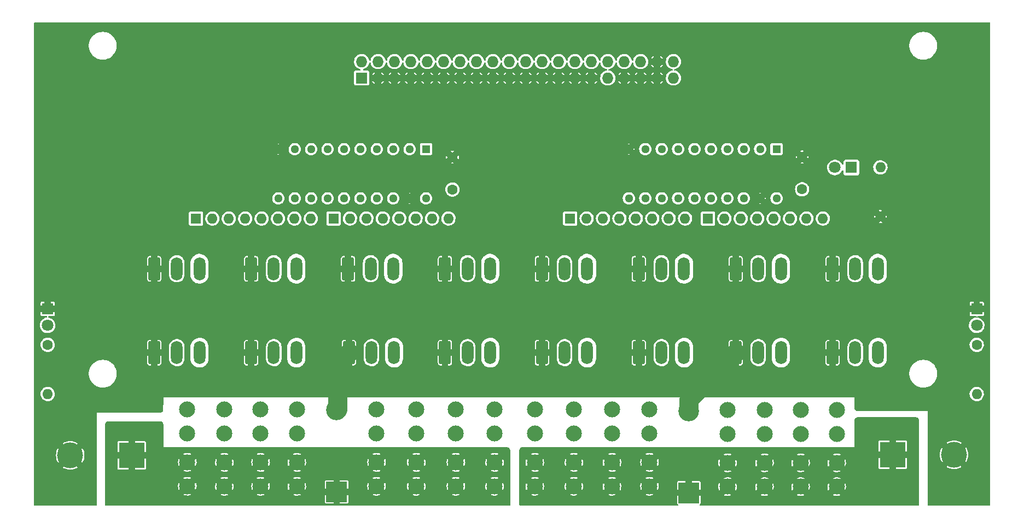
<source format=gbr>
%TF.GenerationSoftware,KiCad,Pcbnew,(6.0.6)*%
%TF.CreationDate,2022-08-05T23:59:26-04:00*%
%TF.ProjectId,PB_16,50425f31-362e-46b6-9963-61645f706362,v5*%
%TF.SameCoordinates,Original*%
%TF.FileFunction,Copper,L2,Bot*%
%TF.FilePolarity,Positive*%
%FSLAX46Y46*%
G04 Gerber Fmt 4.6, Leading zero omitted, Abs format (unit mm)*
G04 Created by KiCad (PCBNEW (6.0.6)) date 2022-08-05 23:59:26*
%MOMM*%
%LPD*%
G01*
G04 APERTURE LIST*
G04 Aperture macros list*
%AMRoundRect*
0 Rectangle with rounded corners*
0 $1 Rounding radius*
0 $2 $3 $4 $5 $6 $7 $8 $9 X,Y pos of 4 corners*
0 Add a 4 corners polygon primitive as box body*
4,1,4,$2,$3,$4,$5,$6,$7,$8,$9,$2,$3,0*
0 Add four circle primitives for the rounded corners*
1,1,$1+$1,$2,$3*
1,1,$1+$1,$4,$5*
1,1,$1+$1,$6,$7*
1,1,$1+$1,$8,$9*
0 Add four rect primitives between the rounded corners*
20,1,$1+$1,$2,$3,$4,$5,0*
20,1,$1+$1,$4,$5,$6,$7,0*
20,1,$1+$1,$6,$7,$8,$9,0*
20,1,$1+$1,$8,$9,$2,$3,0*%
G04 Aperture macros list end*
%TA.AperFunction,ComponentPad*%
%ADD10C,1.600000*%
%TD*%
%TA.AperFunction,ComponentPad*%
%ADD11RoundRect,0.250000X-0.650000X-1.550000X0.650000X-1.550000X0.650000X1.550000X-0.650000X1.550000X0*%
%TD*%
%TA.AperFunction,ComponentPad*%
%ADD12O,1.800000X3.600000*%
%TD*%
%TA.AperFunction,ComponentPad*%
%ADD13R,1.295400X1.295400*%
%TD*%
%TA.AperFunction,ComponentPad*%
%ADD14C,1.295400*%
%TD*%
%TA.AperFunction,ComponentPad*%
%ADD15C,2.475000*%
%TD*%
%TA.AperFunction,ComponentPad*%
%ADD16R,3.200000X3.200000*%
%TD*%
%TA.AperFunction,ComponentPad*%
%ADD17O,3.200000X3.200000*%
%TD*%
%TA.AperFunction,ComponentPad*%
%ADD18R,1.600000X1.600000*%
%TD*%
%TA.AperFunction,ComponentPad*%
%ADD19O,1.600000X1.600000*%
%TD*%
%TA.AperFunction,ComponentPad*%
%ADD20R,1.800000X1.800000*%
%TD*%
%TA.AperFunction,ComponentPad*%
%ADD21C,1.800000*%
%TD*%
%TA.AperFunction,ComponentPad*%
%ADD22R,1.727200X1.727200*%
%TD*%
%TA.AperFunction,ComponentPad*%
%ADD23O,1.727200X1.727200*%
%TD*%
%TA.AperFunction,ComponentPad*%
%ADD24R,4.000000X4.000000*%
%TD*%
%TA.AperFunction,ComponentPad*%
%ADD25C,4.000000*%
%TD*%
%TA.AperFunction,ViaPad*%
%ADD26C,0.800000*%
%TD*%
%TA.AperFunction,Conductor*%
%ADD27C,3.000000*%
%TD*%
G04 APERTURE END LIST*
D10*
%TO.P,C2,1*%
%TO.N,+5V*%
X189382400Y-104305100D03*
%TO.P,C2,2*%
%TO.N,GND*%
X189382400Y-99305100D03*
%TD*%
D11*
%TO.P,J2,1,Pin_1*%
%TO.N,GND*%
X89100000Y-129600000D03*
D12*
%TO.P,J2,2,Pin_2*%
%TO.N,/Output 1-8/DOUT2*%
X92600000Y-129600000D03*
%TO.P,J2,3,Pin_3*%
%TO.N,/Output 1-8/VOUT2*%
X96100000Y-129600000D03*
%TD*%
D11*
%TO.P,J5,1,Pin_1*%
%TO.N,GND*%
X119100000Y-116600000D03*
D12*
%TO.P,J5,2,Pin_2*%
%TO.N,/Output 1-8/DOUT5*%
X122600000Y-116600000D03*
%TO.P,J5,3,Pin_3*%
%TO.N,/Output 1-8/VOUT5*%
X126100000Y-116600000D03*
%TD*%
D11*
%TO.P,J6,1,Pin_1*%
%TO.N,GND*%
X119214342Y-129600000D03*
D12*
%TO.P,J6,2,Pin_2*%
%TO.N,/Output 1-8/DOUT6*%
X122714342Y-129600000D03*
%TO.P,J6,3,Pin_3*%
%TO.N,/Output 1-8/VOUT6*%
X126214342Y-129600000D03*
%TD*%
D11*
%TO.P,J7,1,Pin_1*%
%TO.N,GND*%
X134100000Y-116600000D03*
D12*
%TO.P,J7,2,Pin_2*%
%TO.N,/Output 1-8/DOUT7*%
X137600000Y-116600000D03*
%TO.P,J7,3,Pin_3*%
%TO.N,/Output 1-8/VOUT7*%
X141100000Y-116600000D03*
%TD*%
D11*
%TO.P,J8,1,Pin_1*%
%TO.N,GND*%
X134100000Y-129600000D03*
D12*
%TO.P,J8,2,Pin_2*%
%TO.N,/Output 1-8/DOUT8*%
X137600000Y-129600000D03*
%TO.P,J8,3,Pin_3*%
%TO.N,/Output 1-8/VOUT8*%
X141100000Y-129600000D03*
%TD*%
D11*
%TO.P,J9,1,Pin_1*%
%TO.N,GND*%
X149100000Y-116600000D03*
D12*
%TO.P,J9,2,Pin_2*%
%TO.N,/Output 9-16/DOUT9*%
X152600000Y-116600000D03*
%TO.P,J9,3,Pin_3*%
%TO.N,/Output 9-16/VOUT9*%
X156100000Y-116600000D03*
%TD*%
D11*
%TO.P,J10,1,Pin_1*%
%TO.N,GND*%
X149100000Y-129600000D03*
D12*
%TO.P,J10,2,Pin_2*%
%TO.N,/Output 9-16/DOUT10*%
X152600000Y-129600000D03*
%TO.P,J10,3,Pin_3*%
%TO.N,/Output 9-16/VOUT10*%
X156100000Y-129600000D03*
%TD*%
D11*
%TO.P,J11,1,Pin_1*%
%TO.N,GND*%
X164100000Y-116600000D03*
D12*
%TO.P,J11,2,Pin_2*%
%TO.N,/Output 9-16/DOUT11*%
X167600000Y-116600000D03*
%TO.P,J11,3,Pin_3*%
%TO.N,/Output 9-16/VOUT11*%
X171100000Y-116600000D03*
%TD*%
D11*
%TO.P,J12,1,Pin_1*%
%TO.N,GND*%
X164100000Y-129600000D03*
D12*
%TO.P,J12,2,Pin_2*%
%TO.N,/Output 9-16/DOUT12*%
X167600000Y-129600000D03*
%TO.P,J12,3,Pin_3*%
%TO.N,/Output 9-16/VOUT12*%
X171100000Y-129600000D03*
%TD*%
D11*
%TO.P,J13,1,Pin_1*%
%TO.N,GND*%
X179100000Y-116600000D03*
D12*
%TO.P,J13,2,Pin_2*%
%TO.N,/Output 9-16/DOUT13*%
X182600000Y-116600000D03*
%TO.P,J13,3,Pin_3*%
%TO.N,/Output 9-16/VOUT13*%
X186100000Y-116600000D03*
%TD*%
D11*
%TO.P,J14,1,Pin_1*%
%TO.N,GND*%
X179100000Y-129600000D03*
D12*
%TO.P,J14,2,Pin_2*%
%TO.N,/Output 9-16/DOUT14*%
X182600000Y-129600000D03*
%TO.P,J14,3,Pin_3*%
%TO.N,/Output 9-16/VOUT14*%
X186100000Y-129600000D03*
%TD*%
D11*
%TO.P,J15,1,Pin_1*%
%TO.N,GND*%
X194100000Y-116600000D03*
D12*
%TO.P,J15,2,Pin_2*%
%TO.N,/Output 9-16/DOUT15*%
X197600000Y-116600000D03*
%TO.P,J15,3,Pin_3*%
%TO.N,/Output 9-16/VOUT15*%
X201100000Y-116600000D03*
%TD*%
D11*
%TO.P,J16,1,Pin_1*%
%TO.N,GND*%
X194100000Y-129600000D03*
D12*
%TO.P,J16,2,Pin_2*%
%TO.N,/Output 9-16/DOUT16*%
X197600000Y-129600000D03*
%TO.P,J16,3,Pin_3*%
%TO.N,/Output 9-16/VOUT16*%
X201100000Y-129600000D03*
%TD*%
D13*
%TO.P,U2,1,DIR*%
%TO.N,+5V*%
X185422600Y-98068600D03*
D14*
%TO.P,U2,2,A1*%
%TO.N,OUT32*%
X182882600Y-98068600D03*
%TO.P,U2,3,A2*%
%TO.N,OUT31*%
X180342600Y-98068600D03*
%TO.P,U2,4,A3*%
%TO.N,OUT30*%
X177802600Y-98068600D03*
%TO.P,U2,5,A4*%
%TO.N,OUT29*%
X175262600Y-98068600D03*
%TO.P,U2,6,A5*%
%TO.N,OUT28*%
X172722600Y-98068600D03*
%TO.P,U2,7,A6*%
%TO.N,OUT27*%
X170182600Y-98068600D03*
%TO.P,U2,8,A7*%
%TO.N,OUT26*%
X167642600Y-98068600D03*
%TO.P,U2,9,A8*%
%TO.N,OUT25*%
X165102600Y-98068600D03*
%TO.P,U2,10,GND*%
%TO.N,GND*%
X162562600Y-98068600D03*
%TO.P,U2,11,B8*%
%TO.N,Net-(RN3-Pad2)*%
X162562600Y-105688600D03*
%TO.P,U2,12,B7*%
%TO.N,Net-(RN3-Pad4)*%
X165102600Y-105688600D03*
%TO.P,U2,13,B6*%
%TO.N,Net-(RN3-Pad6)*%
X167642600Y-105688600D03*
%TO.P,U2,14,B5*%
%TO.N,Net-(RN3-Pad8)*%
X170182600Y-105688600D03*
%TO.P,U2,15,B4*%
%TO.N,Net-(RN4-Pad1)*%
X172722600Y-105688600D03*
%TO.P,U2,16,B3*%
%TO.N,Net-(RN4-Pad3)*%
X175262600Y-105688600D03*
%TO.P,U2,17,B2*%
%TO.N,Net-(RN4-Pad5)*%
X177802600Y-105688600D03*
%TO.P,U2,18,B1*%
%TO.N,Net-(RN4-Pad7)*%
X180342600Y-105688600D03*
%TO.P,U2,19,\u002AOE*%
%TO.N,GND*%
X182882600Y-105688600D03*
%TO.P,U2,20,VCC*%
%TO.N,+5V*%
X185422600Y-105688600D03*
%TD*%
D15*
%TO.P,F1,1_1,1*%
%TO.N,VIN1*%
X94222600Y-150288600D03*
%TO.P,F1,1_2,1*%
X94222600Y-146588600D03*
%TO.P,F1,2_1,2*%
%TO.N,/Output 1-8/VOUT1*%
X94222600Y-142088600D03*
%TO.P,F1,2_2,2*%
X94222600Y-138388600D03*
%TD*%
%TO.P,F7,1_1,1*%
%TO.N,VIN1*%
X135792600Y-150298600D03*
%TO.P,F7,1_2,1*%
X135792600Y-146598600D03*
%TO.P,F7,2_1,2*%
%TO.N,/Output 1-8/VOUT7*%
X135792600Y-142098600D03*
%TO.P,F7,2_2,2*%
X135792600Y-138398600D03*
%TD*%
%TO.P,F14,1_1,1*%
%TO.N,VIN2*%
X183553100Y-150363600D03*
%TO.P,F14,1_2,1*%
X183553100Y-146663600D03*
%TO.P,F14,2_1,2*%
%TO.N,/Output 9-16/VOUT14*%
X183553100Y-142163600D03*
%TO.P,F14,2_2,2*%
X183553100Y-138463600D03*
%TD*%
D16*
%TO.P,D2,1,K*%
%TO.N,VIN2*%
X171847600Y-151305000D03*
D17*
%TO.P,D2,2,A*%
%TO.N,GND*%
X171847600Y-138605000D03*
%TD*%
D10*
%TO.P,C1,1*%
%TO.N,+5V*%
X135242300Y-104330500D03*
%TO.P,C1,2*%
%TO.N,GND*%
X135242300Y-99330500D03*
%TD*%
D15*
%TO.P,F2,1_1,1*%
%TO.N,VIN1*%
X99967600Y-150303600D03*
%TO.P,F2,1_2,1*%
X99967600Y-146603600D03*
%TO.P,F2,2_1,2*%
%TO.N,/Output 1-8/VOUT2*%
X99967600Y-142103600D03*
%TO.P,F2,2_2,2*%
X99967600Y-138403600D03*
%TD*%
%TO.P,F6,1_1,1*%
%TO.N,VIN1*%
X129672600Y-150298600D03*
%TO.P,F6,1_2,1*%
X129672600Y-146598600D03*
%TO.P,F6,2_1,2*%
%TO.N,/Output 1-8/VOUT6*%
X129672600Y-142098600D03*
%TO.P,F6,2_2,2*%
X129672600Y-138398600D03*
%TD*%
%TO.P,F8,1_1,1*%
%TO.N,VIN1*%
X141793100Y-150298600D03*
%TO.P,F8,1_2,1*%
X141793100Y-146598600D03*
%TO.P,F8,2_1,2*%
%TO.N,/Output 1-8/VOUT8*%
X141793100Y-142098600D03*
%TO.P,F8,2_2,2*%
X141793100Y-138398600D03*
%TD*%
%TO.P,F9,1_1,1*%
%TO.N,VIN2*%
X148002600Y-150298600D03*
%TO.P,F9,1_2,1*%
X148002600Y-146598600D03*
%TO.P,F9,2_1,2*%
%TO.N,/Output 9-16/VOUT9*%
X148002600Y-142098600D03*
%TO.P,F9,2_2,2*%
X148002600Y-138398600D03*
%TD*%
%TO.P,F10,1_1,1*%
%TO.N,VIN2*%
X154062600Y-150298600D03*
%TO.P,F10,1_2,1*%
X154062600Y-146598600D03*
%TO.P,F10,2_1,2*%
%TO.N,/Output 9-16/VOUT10*%
X154062600Y-142098600D03*
%TO.P,F10,2_2,2*%
X154062600Y-138398600D03*
%TD*%
%TO.P,F16,1_1,1*%
%TO.N,VIN2*%
X194729100Y-150363600D03*
%TO.P,F16,1_2,1*%
X194729100Y-146663600D03*
%TO.P,F16,2_1,2*%
%TO.N,/Output 9-16/VOUT16*%
X194729100Y-142163600D03*
%TO.P,F16,2_2,2*%
X194729100Y-138463600D03*
%TD*%
%TO.P,F5,1_1,1*%
%TO.N,VIN1*%
X123512600Y-150298600D03*
%TO.P,F5,1_2,1*%
X123512600Y-146598600D03*
%TO.P,F5,2_1,2*%
%TO.N,/Output 1-8/VOUT5*%
X123512600Y-142098600D03*
%TO.P,F5,2_2,2*%
X123512600Y-138398600D03*
%TD*%
%TO.P,F3,1_1,1*%
%TO.N,VIN1*%
X105567600Y-150303600D03*
%TO.P,F3,1_2,1*%
X105567600Y-146603600D03*
%TO.P,F3,2_1,2*%
%TO.N,/Output 1-8/VOUT3*%
X105567600Y-142103600D03*
%TO.P,F3,2_2,2*%
X105567600Y-138403600D03*
%TD*%
%TO.P,F13,1_1,1*%
%TO.N,VIN2*%
X177847600Y-150363600D03*
%TO.P,F13,1_2,1*%
X177847600Y-146663600D03*
%TO.P,F13,2_1,2*%
%TO.N,/Output 9-16/VOUT13*%
X177847600Y-142163600D03*
%TO.P,F13,2_2,2*%
X177847600Y-138463600D03*
%TD*%
D18*
%TO.P,RN1,1,R1.1*%
%TO.N,/Output 1-8/DOUT1*%
X95561500Y-108813600D03*
D19*
%TO.P,RN1,2,R1.2*%
%TO.N,Net-(RN1-Pad2)*%
X98101500Y-108813600D03*
%TO.P,RN1,3,R2.1*%
%TO.N,/Output 1-8/DOUT2*%
X100641500Y-108813600D03*
%TO.P,RN1,4,R2.2*%
%TO.N,Net-(RN1-Pad4)*%
X103181500Y-108813600D03*
%TO.P,RN1,5,R3.1*%
%TO.N,/Output 1-8/DOUT3*%
X105721500Y-108813600D03*
%TO.P,RN1,6,R3.2*%
%TO.N,Net-(RN1-Pad6)*%
X108261500Y-108813600D03*
%TO.P,RN1,7,R4.1*%
%TO.N,/Output 1-8/DOUT4*%
X110801500Y-108813600D03*
%TO.P,RN1,8,R4.2*%
%TO.N,Net-(RN1-Pad8)*%
X113341500Y-108813600D03*
%TD*%
D15*
%TO.P,F11,1_1,1*%
%TO.N,VIN2*%
X159942600Y-150298600D03*
%TO.P,F11,1_2,1*%
X159942600Y-146598600D03*
%TO.P,F11,2_1,2*%
%TO.N,/Output 9-16/VOUT11*%
X159942600Y-142098600D03*
%TO.P,F11,2_2,2*%
X159942600Y-138398600D03*
%TD*%
D18*
%TO.P,RN3,1,R1.1*%
%TO.N,/Output 9-16/DOUT9*%
X153486200Y-108813600D03*
D19*
%TO.P,RN3,2,R1.2*%
%TO.N,Net-(RN3-Pad2)*%
X156026200Y-108813600D03*
%TO.P,RN3,3,R2.1*%
%TO.N,/Output 9-16/DOUT10*%
X158566200Y-108813600D03*
%TO.P,RN3,4,R2.2*%
%TO.N,Net-(RN3-Pad4)*%
X161106200Y-108813600D03*
%TO.P,RN3,5,R3.1*%
%TO.N,/Output 9-16/DOUT11*%
X163646200Y-108813600D03*
%TO.P,RN3,6,R3.2*%
%TO.N,Net-(RN3-Pad6)*%
X166186200Y-108813600D03*
%TO.P,RN3,7,R4.1*%
%TO.N,/Output 9-16/DOUT12*%
X168726200Y-108813600D03*
%TO.P,RN3,8,R4.2*%
%TO.N,Net-(RN3-Pad8)*%
X171266200Y-108813600D03*
%TD*%
D18*
%TO.P,RN4,1,R1.1*%
%TO.N,Net-(RN4-Pad1)*%
X174812600Y-108813600D03*
D19*
%TO.P,RN4,2,R1.2*%
%TO.N,/Output 9-16/DOUT13*%
X177352600Y-108813600D03*
%TO.P,RN4,3,R2.1*%
%TO.N,Net-(RN4-Pad3)*%
X179892600Y-108813600D03*
%TO.P,RN4,4,R2.2*%
%TO.N,/Output 9-16/DOUT14*%
X182432600Y-108813600D03*
%TO.P,RN4,5,R3.1*%
%TO.N,Net-(RN4-Pad5)*%
X184972600Y-108813600D03*
%TO.P,RN4,6,R3.2*%
%TO.N,/Output 9-16/DOUT15*%
X187512600Y-108813600D03*
%TO.P,RN4,7,R4.1*%
%TO.N,Net-(RN4-Pad7)*%
X190052600Y-108813600D03*
%TO.P,RN4,8,R4.2*%
%TO.N,/Output 9-16/DOUT16*%
X192592600Y-108813600D03*
%TD*%
D18*
%TO.P,RN2,1,R1.1*%
%TO.N,Net-(RN2-Pad1)*%
X116852700Y-108813600D03*
D19*
%TO.P,RN2,2,R1.2*%
%TO.N,/Output 1-8/DOUT5*%
X119392700Y-108813600D03*
%TO.P,RN2,3,R2.1*%
%TO.N,Net-(RN2-Pad3)*%
X121932700Y-108813600D03*
%TO.P,RN2,4,R2.2*%
%TO.N,/Output 1-8/DOUT6*%
X124472700Y-108813600D03*
%TO.P,RN2,5,R3.1*%
%TO.N,Net-(RN2-Pad5)*%
X127012700Y-108813600D03*
%TO.P,RN2,6,R3.2*%
%TO.N,/Output 1-8/DOUT7*%
X129552700Y-108813600D03*
%TO.P,RN2,7,R4.1*%
%TO.N,Net-(RN2-Pad7)*%
X132092700Y-108813600D03*
%TO.P,RN2,8,R4.2*%
%TO.N,/Output 1-8/DOUT8*%
X134632700Y-108813600D03*
%TD*%
D15*
%TO.P,F4,1_1,1*%
%TO.N,VIN1*%
X111167600Y-150303600D03*
%TO.P,F4,1_2,1*%
X111167600Y-146603600D03*
%TO.P,F4,2_1,2*%
%TO.N,/Output 1-8/VOUT4*%
X111167600Y-142103600D03*
%TO.P,F4,2_2,2*%
X111167600Y-138403600D03*
%TD*%
D11*
%TO.P,J1,1,Pin_1*%
%TO.N,GND*%
X89100000Y-116600000D03*
D12*
%TO.P,J1,2,Pin_2*%
%TO.N,/Output 1-8/DOUT1*%
X92600000Y-116600000D03*
%TO.P,J1,3,Pin_3*%
%TO.N,/Output 1-8/VOUT1*%
X96100000Y-116600000D03*
%TD*%
D11*
%TO.P,J3,1,Pin_1*%
%TO.N,GND*%
X104100000Y-116600000D03*
D12*
%TO.P,J3,2,Pin_2*%
%TO.N,/Output 1-8/DOUT3*%
X107600000Y-116600000D03*
%TO.P,J3,3,Pin_3*%
%TO.N,/Output 1-8/VOUT3*%
X111100000Y-116600000D03*
%TD*%
D11*
%TO.P,J4,1,Pin_1*%
%TO.N,GND*%
X104100000Y-129600000D03*
D12*
%TO.P,J4,2,Pin_2*%
%TO.N,/Output 1-8/DOUT4*%
X107600000Y-129600000D03*
%TO.P,J4,3,Pin_3*%
%TO.N,/Output 1-8/VOUT4*%
X111100000Y-129600000D03*
%TD*%
D16*
%TO.P,D1,1,K*%
%TO.N,VIN1*%
X117332600Y-151168600D03*
D17*
%TO.P,D1,2,A*%
%TO.N,GND*%
X117332600Y-138468600D03*
%TD*%
D15*
%TO.P,F15,1_1,1*%
%TO.N,VIN2*%
X189141100Y-150363600D03*
%TO.P,F15,1_2,1*%
X189141100Y-146663600D03*
%TO.P,F15,2_1,2*%
%TO.N,/Output 9-16/VOUT15*%
X189141100Y-142163600D03*
%TO.P,F15,2_2,2*%
X189141100Y-138463600D03*
%TD*%
%TO.P,F12,1_1,1*%
%TO.N,VIN2*%
X165761100Y-150298600D03*
%TO.P,F12,1_2,1*%
X165761100Y-146598600D03*
%TO.P,F12,2_1,2*%
%TO.N,/Output 9-16/VOUT12*%
X165761100Y-142098600D03*
%TO.P,F12,2_2,2*%
X165761100Y-138398600D03*
%TD*%
D13*
%TO.P,U1,1,DIR*%
%TO.N,+5V*%
X131172600Y-98068600D03*
D14*
%TO.P,U1,2,A1*%
%TO.N,OUT24*%
X128632600Y-98068600D03*
%TO.P,U1,3,A2*%
%TO.N,OUT23*%
X126092600Y-98068600D03*
%TO.P,U1,4,A3*%
%TO.N,OUT22*%
X123552600Y-98068600D03*
%TO.P,U1,5,A4*%
%TO.N,OUT21*%
X121012600Y-98068600D03*
%TO.P,U1,6,A5*%
%TO.N,OUT20*%
X118472600Y-98068600D03*
%TO.P,U1,7,A6*%
%TO.N,OUT19*%
X115932600Y-98068600D03*
%TO.P,U1,8,A7*%
%TO.N,OUT18*%
X113392600Y-98068600D03*
%TO.P,U1,9,A8*%
%TO.N,OUT17*%
X110852600Y-98068600D03*
%TO.P,U1,10,GND*%
%TO.N,GND*%
X108312600Y-98068600D03*
%TO.P,U1,11,B8*%
%TO.N,Net-(RN1-Pad2)*%
X108312600Y-105688600D03*
%TO.P,U1,12,B7*%
%TO.N,Net-(RN1-Pad4)*%
X110852600Y-105688600D03*
%TO.P,U1,13,B6*%
%TO.N,Net-(RN1-Pad6)*%
X113392600Y-105688600D03*
%TO.P,U1,14,B5*%
%TO.N,Net-(RN1-Pad8)*%
X115932600Y-105688600D03*
%TO.P,U1,15,B4*%
%TO.N,Net-(RN2-Pad1)*%
X118472600Y-105688600D03*
%TO.P,U1,16,B3*%
%TO.N,Net-(RN2-Pad3)*%
X121012600Y-105688600D03*
%TO.P,U1,17,B2*%
%TO.N,Net-(RN2-Pad5)*%
X123552600Y-105688600D03*
%TO.P,U1,18,B1*%
%TO.N,Net-(RN2-Pad7)*%
X126092600Y-105688600D03*
%TO.P,U1,19,\u002AOE*%
%TO.N,GND*%
X128632600Y-105688600D03*
%TO.P,U1,20,VCC*%
%TO.N,+5V*%
X131172600Y-105688600D03*
%TD*%
D20*
%TO.P,D3,1,K*%
%TO.N,GND*%
X72601000Y-122831000D03*
D21*
%TO.P,D3,2,A*%
%TO.N,Net-(D3-Pad2)*%
X72601000Y-125371000D03*
%TD*%
D10*
%TO.P,R1,1*%
%TO.N,Net-(D3-Pad2)*%
X72601000Y-128392000D03*
D19*
%TO.P,R1,2*%
%TO.N,VIN1*%
X72601000Y-136012000D03*
%TD*%
D20*
%TO.P,D5,1,K*%
%TO.N,Net-(D5-Pad1)*%
X197001000Y-100917800D03*
D21*
%TO.P,D5,2,A*%
%TO.N,+5V*%
X194461000Y-100917800D03*
%TD*%
D22*
%TO.P,J19,1,Pin_1*%
%TO.N,unconnected-(J19-Pad1)*%
X121201000Y-87057800D03*
D23*
%TO.P,J19,2,Pin_2*%
%TO.N,+5V*%
X121201000Y-84517800D03*
%TO.P,J19,3,Pin_3*%
%TO.N,GND*%
X123741000Y-87057800D03*
%TO.P,J19,4,Pin_4*%
%TO.N,+5V*%
X123741000Y-84517800D03*
%TO.P,J19,5,Pin_5*%
%TO.N,GND*%
X126281000Y-87057800D03*
%TO.P,J19,6,Pin_6*%
%TO.N,OUT17*%
X126281000Y-84517800D03*
%TO.P,J19,7,Pin_7*%
%TO.N,GND*%
X128821000Y-87057800D03*
%TO.P,J19,8,Pin_8*%
%TO.N,OUT18*%
X128821000Y-84517800D03*
%TO.P,J19,9,Pin_9*%
%TO.N,GND*%
X131361000Y-87057800D03*
%TO.P,J19,10,Pin_10*%
%TO.N,OUT19*%
X131361000Y-84517800D03*
%TO.P,J19,11,Pin_11*%
%TO.N,GND*%
X133901000Y-87057800D03*
%TO.P,J19,12,Pin_12*%
%TO.N,OUT20*%
X133901000Y-84517800D03*
%TO.P,J19,13,Pin_13*%
%TO.N,GND*%
X136441000Y-87057800D03*
%TO.P,J19,14,Pin_14*%
%TO.N,OUT21*%
X136441000Y-84517800D03*
%TO.P,J19,15,Pin_15*%
%TO.N,GND*%
X138981000Y-87057800D03*
%TO.P,J19,16,Pin_16*%
%TO.N,OUT22*%
X138981000Y-84517800D03*
%TO.P,J19,17,Pin_17*%
%TO.N,GND*%
X141521000Y-87057800D03*
%TO.P,J19,18,Pin_18*%
%TO.N,OUT23*%
X141521000Y-84517800D03*
%TO.P,J19,19,Pin_19*%
%TO.N,GND*%
X144061000Y-87057800D03*
%TO.P,J19,20,Pin_20*%
%TO.N,OUT24*%
X144061000Y-84517800D03*
%TO.P,J19,21,Pin_21*%
%TO.N,GND*%
X146601000Y-87057800D03*
%TO.P,J19,22,Pin_22*%
%TO.N,OUT25*%
X146601000Y-84517800D03*
%TO.P,J19,23,Pin_23*%
%TO.N,GND*%
X149141000Y-87057800D03*
%TO.P,J19,24,Pin_24*%
%TO.N,OUT26*%
X149141000Y-84517800D03*
%TO.P,J19,25,Pin_25*%
%TO.N,GND*%
X151681000Y-87057800D03*
%TO.P,J19,26,Pin_26*%
%TO.N,OUT27*%
X151681000Y-84517800D03*
%TO.P,J19,27,Pin_27*%
%TO.N,GND*%
X154221000Y-87057800D03*
%TO.P,J19,28,Pin_28*%
%TO.N,OUT28*%
X154221000Y-84517800D03*
%TO.P,J19,29,Pin_29*%
%TO.N,GND*%
X156761000Y-87057800D03*
%TO.P,J19,30,Pin_30*%
%TO.N,unconnected-(J19-Pad30)*%
X156761000Y-84517800D03*
%TO.P,J19,31,Pin_31*%
%TO.N,OUT29*%
X159301000Y-87057800D03*
%TO.P,J19,32,Pin_32*%
%TO.N,OUT30*%
X159301000Y-84517800D03*
%TO.P,J19,33,Pin_33*%
%TO.N,GND*%
X161841000Y-87057800D03*
%TO.P,J19,34,Pin_34*%
%TO.N,OUT31*%
X161841000Y-84517800D03*
%TO.P,J19,35,Pin_35*%
%TO.N,GND*%
X164381000Y-87057800D03*
%TO.P,J19,36,Pin_36*%
%TO.N,OUT32*%
X164381000Y-84517800D03*
%TO.P,J19,37,Pin_37*%
%TO.N,GND*%
X166921000Y-87057800D03*
%TO.P,J19,38,Pin_38*%
X166921000Y-84517800D03*
%TO.P,J19,39,Pin_39*%
%TO.N,+5V*%
X169461000Y-87057800D03*
%TO.P,J19,40,Pin_40*%
X169461000Y-84517800D03*
%TD*%
D10*
%TO.P,R3,1*%
%TO.N,GND*%
X201501000Y-108517800D03*
D19*
%TO.P,R3,2*%
%TO.N,Net-(D5-Pad1)*%
X201501000Y-100897800D03*
%TD*%
D24*
%TO.P,J17,1,P1*%
%TO.N,VIN1*%
X85601000Y-145517800D03*
D25*
%TO.P,J17,2,P2*%
%TO.N,GND*%
X76101000Y-145517800D03*
%TD*%
D24*
%TO.P,J18,1,P1*%
%TO.N,VIN2*%
X203401000Y-145417800D03*
D25*
%TO.P,J18,2,P2*%
%TO.N,GND*%
X212901000Y-145417800D03*
%TD*%
D10*
%TO.P,R2,1*%
%TO.N,Net-(D4-Pad2)*%
X216401000Y-128392000D03*
D19*
%TO.P,R2,2*%
%TO.N,VIN2*%
X216401000Y-136012000D03*
%TD*%
D20*
%TO.P,D4,1,K*%
%TO.N,GND*%
X216401000Y-122831000D03*
D21*
%TO.P,D4,2,A*%
%TO.N,Net-(D4-Pad2)*%
X216401000Y-125371000D03*
%TD*%
D26*
%TO.N,GND*%
X85177000Y-138429800D03*
X142751000Y-121517800D03*
X98651000Y-119967800D03*
X123301000Y-94517800D03*
X176501000Y-85417800D03*
X149951000Y-93817800D03*
X129251000Y-96167800D03*
X152801000Y-96167800D03*
X125701000Y-91867800D03*
X143151000Y-113817800D03*
X209201000Y-111767800D03*
X98451000Y-114417800D03*
X117801000Y-79217800D03*
X139701000Y-111017800D03*
X158001000Y-121017800D03*
X167251000Y-110917800D03*
X125201000Y-95167800D03*
X203251000Y-137767800D03*
X127251000Y-95617800D03*
X190201000Y-106367800D03*
X154201000Y-111167800D03*
X104851000Y-97817800D03*
X118001000Y-86817800D03*
X199751000Y-137867800D03*
X142501000Y-99417800D03*
X166301000Y-103717800D03*
X147651000Y-91217800D03*
X94601000Y-111167800D03*
X187301000Y-95517800D03*
X137651000Y-103917800D03*
X118051000Y-83367800D03*
X187551000Y-120517800D03*
X172401000Y-93917800D03*
X154851000Y-94667800D03*
X181901000Y-110917800D03*
X180301000Y-88717800D03*
X174501000Y-93467800D03*
X117301000Y-92867800D03*
X138201000Y-95617800D03*
X157801000Y-103817800D03*
X101501000Y-79517800D03*
X84551000Y-110217800D03*
X173301000Y-114717800D03*
X140651000Y-93167800D03*
X109101000Y-110917800D03*
X142151000Y-126167800D03*
X146101000Y-79617800D03*
X73051000Y-101717800D03*
X175301000Y-103617800D03*
X169451000Y-90567800D03*
X129651000Y-93117800D03*
X152651000Y-99917800D03*
X175101000Y-90517800D03*
X203701000Y-111817800D03*
X106101000Y-105267800D03*
X128551000Y-103117800D03*
X161501000Y-111017800D03*
X157501000Y-94117800D03*
X168351000Y-125267800D03*
X186201000Y-110617800D03*
X103301000Y-110917800D03*
X216801000Y-99717800D03*
X121451000Y-90617800D03*
X176401000Y-92867800D03*
X112801000Y-94617800D03*
X147601000Y-104067800D03*
X216301000Y-86217800D03*
X83145000Y-138429800D03*
X166551000Y-91267800D03*
X201051000Y-79967800D03*
X121251000Y-94017800D03*
X81113000Y-138429800D03*
X182701000Y-79617800D03*
X129151000Y-99867800D03*
X132101000Y-93567800D03*
X160751000Y-92917800D03*
X127251000Y-113767800D03*
X128651000Y-119967800D03*
X157951000Y-112417800D03*
X135601000Y-94717800D03*
X207605000Y-137413800D03*
X183301000Y-99917800D03*
X117451000Y-90417800D03*
X183901000Y-91917800D03*
X133551000Y-106817800D03*
X114401000Y-92617800D03*
X123651000Y-91317800D03*
X128801000Y-111217800D03*
X90801000Y-80217800D03*
X73051000Y-87717800D03*
X164451000Y-96117800D03*
X127701000Y-92467800D03*
X168401000Y-95017800D03*
X109201000Y-95617800D03*
X77551000Y-133217800D03*
X163401000Y-79517800D03*
X172251000Y-84367800D03*
X157551000Y-96867800D03*
X123351000Y-110667800D03*
X133101000Y-110667800D03*
X164051000Y-91917800D03*
X91651000Y-109267800D03*
X119351000Y-93367800D03*
X116301000Y-111017800D03*
X170351000Y-94417800D03*
X197351000Y-109867800D03*
%TD*%
D27*
%TO.N,GND*%
X117442600Y-131371742D02*
X117442600Y-138358600D01*
X171847600Y-136852400D02*
X179100000Y-129600000D01*
X171847600Y-138605000D02*
X171847600Y-136852400D01*
X117442600Y-138358600D02*
X117332600Y-138468600D01*
X119214342Y-129600000D02*
X117442600Y-131371742D01*
%TD*%
%TA.AperFunction,Conductor*%
%TO.N,GND*%
G36*
X218442621Y-78438302D02*
G01*
X218489114Y-78491958D01*
X218500500Y-78544300D01*
X218500500Y-153191300D01*
X218480498Y-153259421D01*
X218426842Y-153305914D01*
X218374500Y-153317300D01*
X208938817Y-153317300D01*
X208870696Y-153297298D01*
X208824203Y-153243642D01*
X208813895Y-153207746D01*
X208802078Y-153117987D01*
X208801000Y-153101541D01*
X208801000Y-147285673D01*
X211745384Y-147285673D01*
X211755266Y-147298162D01*
X211795207Y-147324850D01*
X211802344Y-147328971D01*
X212053592Y-147452872D01*
X212061196Y-147456022D01*
X212326469Y-147546070D01*
X212334421Y-147548201D01*
X212609183Y-147602854D01*
X212617341Y-147603928D01*
X212896881Y-147622250D01*
X212905119Y-147622250D01*
X213184659Y-147603928D01*
X213192817Y-147602854D01*
X213467579Y-147548201D01*
X213475531Y-147546070D01*
X213740804Y-147456022D01*
X213748408Y-147452872D01*
X213999656Y-147328971D01*
X214006793Y-147324850D01*
X214048169Y-147297204D01*
X214056457Y-147287286D01*
X214049200Y-147273107D01*
X212913812Y-146137719D01*
X212899868Y-146130105D01*
X212898035Y-146130236D01*
X212891420Y-146134487D01*
X211751580Y-147274327D01*
X211745384Y-147285673D01*
X208801000Y-147285673D01*
X208801000Y-145421919D01*
X210696550Y-145421919D01*
X210714872Y-145701459D01*
X210715946Y-145709617D01*
X210770599Y-145984379D01*
X210772730Y-145992331D01*
X210862778Y-146257604D01*
X210865928Y-146265208D01*
X210989829Y-146516456D01*
X210993950Y-146523593D01*
X211021596Y-146564969D01*
X211031514Y-146573257D01*
X211045693Y-146566000D01*
X212181081Y-145430612D01*
X212187459Y-145418932D01*
X213613305Y-145418932D01*
X213613436Y-145420765D01*
X213617687Y-145427380D01*
X214757527Y-146567220D01*
X214768873Y-146573416D01*
X214781362Y-146563534D01*
X214808050Y-146523593D01*
X214812171Y-146516456D01*
X214936072Y-146265208D01*
X214939222Y-146257604D01*
X215029270Y-145992331D01*
X215031401Y-145984379D01*
X215086054Y-145709617D01*
X215087128Y-145701459D01*
X215105450Y-145421919D01*
X215105450Y-145413681D01*
X215087128Y-145134141D01*
X215086054Y-145125983D01*
X215031401Y-144851221D01*
X215029270Y-144843269D01*
X214939222Y-144577996D01*
X214936072Y-144570392D01*
X214812171Y-144319144D01*
X214808050Y-144312007D01*
X214780404Y-144270631D01*
X214770486Y-144262343D01*
X214756307Y-144269600D01*
X213620919Y-145404988D01*
X213613305Y-145418932D01*
X212187459Y-145418932D01*
X212188695Y-145416668D01*
X212188564Y-145414835D01*
X212184313Y-145408220D01*
X211044473Y-144268380D01*
X211033127Y-144262184D01*
X211020638Y-144272066D01*
X210993950Y-144312007D01*
X210989829Y-144319144D01*
X210865928Y-144570392D01*
X210862778Y-144577996D01*
X210772730Y-144843269D01*
X210770599Y-144851221D01*
X210715946Y-145125983D01*
X210714872Y-145134141D01*
X210696550Y-145413681D01*
X210696550Y-145421919D01*
X208801000Y-145421919D01*
X208801000Y-143548314D01*
X211745543Y-143548314D01*
X211752800Y-143562493D01*
X212888188Y-144697881D01*
X212902132Y-144705495D01*
X212903965Y-144705364D01*
X212910580Y-144701113D01*
X214050420Y-143561273D01*
X214056616Y-143549927D01*
X214046734Y-143537438D01*
X214006793Y-143510750D01*
X213999656Y-143506629D01*
X213748408Y-143382728D01*
X213740804Y-143379578D01*
X213475531Y-143289530D01*
X213467579Y-143287399D01*
X213192817Y-143232746D01*
X213184659Y-143231672D01*
X212905119Y-143213350D01*
X212896881Y-143213350D01*
X212617341Y-143231672D01*
X212609183Y-143232746D01*
X212334421Y-143287399D01*
X212326469Y-143289530D01*
X212061196Y-143379578D01*
X212053592Y-143382728D01*
X211802344Y-143506629D01*
X211795207Y-143510750D01*
X211753831Y-143538396D01*
X211745543Y-143548314D01*
X208801000Y-143548314D01*
X208801000Y-138617800D01*
X208292462Y-138618339D01*
X208292461Y-138618339D01*
X208288333Y-138618343D01*
X208288327Y-138618343D01*
X197998203Y-138629252D01*
X197981744Y-138628190D01*
X197902227Y-138617800D01*
X197874812Y-138614218D01*
X197843012Y-138605727D01*
X197751050Y-138567720D01*
X197722535Y-138551284D01*
X197643556Y-138490759D01*
X197620270Y-138467497D01*
X197559660Y-138388581D01*
X197543192Y-138360082D01*
X197505090Y-138268164D01*
X197496565Y-138236372D01*
X197482479Y-138129451D01*
X197481400Y-138112994D01*
X197481400Y-136547000D01*
X90501000Y-136547000D01*
X90500401Y-137054400D01*
X90500396Y-137058524D01*
X90500396Y-137058526D01*
X90500329Y-137115473D01*
X90498841Y-138375417D01*
X90498809Y-138402149D01*
X90497713Y-138418582D01*
X90483541Y-138525332D01*
X90475003Y-138557071D01*
X90436897Y-138648838D01*
X90420444Y-138677284D01*
X90359895Y-138756082D01*
X90336642Y-138779307D01*
X90257781Y-138839757D01*
X90229311Y-138856179D01*
X90137500Y-138894177D01*
X90105751Y-138902678D01*
X90008943Y-138915413D01*
X89998979Y-138916724D01*
X89982545Y-138917800D01*
X80201000Y-138917800D01*
X80201000Y-153101541D01*
X80199922Y-153117987D01*
X80188105Y-153207746D01*
X80159383Y-153272673D01*
X80100117Y-153311765D01*
X80063183Y-153317300D01*
X70627500Y-153317300D01*
X70559379Y-153297298D01*
X70512886Y-153243642D01*
X70501500Y-153191300D01*
X70501500Y-147385673D01*
X74945384Y-147385673D01*
X74955266Y-147398162D01*
X74995207Y-147424850D01*
X75002344Y-147428971D01*
X75253592Y-147552872D01*
X75261196Y-147556022D01*
X75526469Y-147646070D01*
X75534421Y-147648201D01*
X75809183Y-147702854D01*
X75817341Y-147703928D01*
X76096881Y-147722250D01*
X76105119Y-147722250D01*
X76384659Y-147703928D01*
X76392817Y-147702854D01*
X76667579Y-147648201D01*
X76675531Y-147646070D01*
X76940804Y-147556022D01*
X76948408Y-147552872D01*
X77199656Y-147428971D01*
X77206793Y-147424850D01*
X77248169Y-147397204D01*
X77256457Y-147387286D01*
X77249200Y-147373107D01*
X76113812Y-146237719D01*
X76099868Y-146230105D01*
X76098035Y-146230236D01*
X76091420Y-146234487D01*
X74951580Y-147374327D01*
X74945384Y-147385673D01*
X70501500Y-147385673D01*
X70501500Y-145521919D01*
X73896550Y-145521919D01*
X73914872Y-145801459D01*
X73915946Y-145809617D01*
X73970599Y-146084379D01*
X73972730Y-146092331D01*
X74062778Y-146357604D01*
X74065928Y-146365208D01*
X74189829Y-146616456D01*
X74193950Y-146623593D01*
X74221596Y-146664969D01*
X74231514Y-146673257D01*
X74245693Y-146666000D01*
X75381081Y-145530612D01*
X75387459Y-145518932D01*
X76813305Y-145518932D01*
X76813436Y-145520765D01*
X76817687Y-145527380D01*
X77957527Y-146667220D01*
X77968873Y-146673416D01*
X77981362Y-146663534D01*
X78008050Y-146623593D01*
X78012171Y-146616456D01*
X78136072Y-146365208D01*
X78139222Y-146357604D01*
X78229270Y-146092331D01*
X78231401Y-146084379D01*
X78286054Y-145809617D01*
X78287128Y-145801459D01*
X78305450Y-145521919D01*
X78305450Y-145513681D01*
X78287128Y-145234141D01*
X78286054Y-145225983D01*
X78231401Y-144951221D01*
X78229270Y-144943269D01*
X78139222Y-144677996D01*
X78136072Y-144670392D01*
X78012171Y-144419144D01*
X78008050Y-144412007D01*
X77980404Y-144370631D01*
X77970486Y-144362343D01*
X77956307Y-144369600D01*
X76820919Y-145504988D01*
X76813305Y-145518932D01*
X75387459Y-145518932D01*
X75388695Y-145516668D01*
X75388564Y-145514835D01*
X75384313Y-145508220D01*
X74244473Y-144368380D01*
X74233127Y-144362184D01*
X74220638Y-144372066D01*
X74193950Y-144412007D01*
X74189829Y-144419144D01*
X74065928Y-144670392D01*
X74062778Y-144677996D01*
X73972730Y-144943269D01*
X73970599Y-144951221D01*
X73915946Y-145225983D01*
X73914872Y-145234141D01*
X73896550Y-145513681D01*
X73896550Y-145521919D01*
X70501500Y-145521919D01*
X70501500Y-143648314D01*
X74945543Y-143648314D01*
X74952800Y-143662493D01*
X76088188Y-144797881D01*
X76102132Y-144805495D01*
X76103965Y-144805364D01*
X76110580Y-144801113D01*
X77250420Y-143661273D01*
X77256616Y-143649927D01*
X77246734Y-143637438D01*
X77206793Y-143610750D01*
X77199656Y-143606629D01*
X76948408Y-143482728D01*
X76940804Y-143479578D01*
X76675531Y-143389530D01*
X76667579Y-143387399D01*
X76392817Y-143332746D01*
X76384659Y-143331672D01*
X76105119Y-143313350D01*
X76096881Y-143313350D01*
X75817341Y-143331672D01*
X75809183Y-143332746D01*
X75534421Y-143387399D01*
X75526469Y-143389530D01*
X75261196Y-143479578D01*
X75253592Y-143482728D01*
X75002344Y-143606629D01*
X74995207Y-143610750D01*
X74953831Y-143638396D01*
X74945543Y-143648314D01*
X70501500Y-143648314D01*
X70501500Y-135983069D01*
X71496164Y-135983069D01*
X71509392Y-136184894D01*
X71559178Y-136380928D01*
X71643856Y-136564607D01*
X71647189Y-136569323D01*
X71756488Y-136723978D01*
X71760588Y-136729780D01*
X71905466Y-136870913D01*
X72073637Y-136983282D01*
X72078940Y-136985560D01*
X72078943Y-136985562D01*
X72239169Y-137054400D01*
X72259470Y-137063122D01*
X72456740Y-137107760D01*
X72462509Y-137107987D01*
X72462512Y-137107987D01*
X72538683Y-137110979D01*
X72658842Y-137115700D01*
X72745132Y-137103189D01*
X72853286Y-137087508D01*
X72853291Y-137087507D01*
X72859007Y-137086678D01*
X72864479Y-137084820D01*
X72864481Y-137084820D01*
X73045067Y-137023519D01*
X73045069Y-137023518D01*
X73050531Y-137021664D01*
X73227001Y-136922837D01*
X73289433Y-136870913D01*
X73378073Y-136797191D01*
X73382505Y-136793505D01*
X73499896Y-136652359D01*
X73508146Y-136642439D01*
X73511837Y-136638001D01*
X73610664Y-136461531D01*
X73675678Y-136270007D01*
X73676507Y-136264291D01*
X73676508Y-136264286D01*
X73704167Y-136073516D01*
X73704700Y-136069842D01*
X73706215Y-136012000D01*
X73703557Y-135983069D01*
X215296164Y-135983069D01*
X215309392Y-136184894D01*
X215359178Y-136380928D01*
X215443856Y-136564607D01*
X215447189Y-136569323D01*
X215556488Y-136723978D01*
X215560588Y-136729780D01*
X215705466Y-136870913D01*
X215873637Y-136983282D01*
X215878940Y-136985560D01*
X215878943Y-136985562D01*
X216039169Y-137054400D01*
X216059470Y-137063122D01*
X216256740Y-137107760D01*
X216262509Y-137107987D01*
X216262512Y-137107987D01*
X216338683Y-137110979D01*
X216458842Y-137115700D01*
X216545132Y-137103189D01*
X216653286Y-137087508D01*
X216653291Y-137087507D01*
X216659007Y-137086678D01*
X216664479Y-137084820D01*
X216664481Y-137084820D01*
X216845067Y-137023519D01*
X216845069Y-137023518D01*
X216850531Y-137021664D01*
X217027001Y-136922837D01*
X217089433Y-136870913D01*
X217178073Y-136797191D01*
X217182505Y-136793505D01*
X217299896Y-136652359D01*
X217308146Y-136642439D01*
X217311837Y-136638001D01*
X217410664Y-136461531D01*
X217475678Y-136270007D01*
X217476507Y-136264291D01*
X217476508Y-136264286D01*
X217504167Y-136073516D01*
X217504700Y-136069842D01*
X217506215Y-136012000D01*
X217487708Y-135810591D01*
X217432807Y-135615926D01*
X217343351Y-135434527D01*
X217325079Y-135410057D01*
X217225788Y-135277091D01*
X217225787Y-135277090D01*
X217222335Y-135272467D01*
X217199350Y-135251220D01*
X217078053Y-135139094D01*
X217078051Y-135139092D01*
X217073812Y-135135174D01*
X217046374Y-135117862D01*
X216907637Y-135030325D01*
X216902757Y-135027246D01*
X216714898Y-134952298D01*
X216516526Y-134912839D01*
X216510752Y-134912763D01*
X216510748Y-134912763D01*
X216408257Y-134911422D01*
X216314286Y-134910192D01*
X216308589Y-134911171D01*
X216308588Y-134911171D01*
X216120646Y-134943465D01*
X216120645Y-134943465D01*
X216114949Y-134944444D01*
X215925193Y-135014449D01*
X215751371Y-135117862D01*
X215599305Y-135251220D01*
X215474089Y-135410057D01*
X215379914Y-135589053D01*
X215319937Y-135782213D01*
X215296164Y-135983069D01*
X73703557Y-135983069D01*
X73687708Y-135810591D01*
X73632807Y-135615926D01*
X73543351Y-135434527D01*
X73525079Y-135410057D01*
X73425788Y-135277091D01*
X73425787Y-135277090D01*
X73422335Y-135272467D01*
X73399350Y-135251220D01*
X73278053Y-135139094D01*
X73278051Y-135139092D01*
X73273812Y-135135174D01*
X73246374Y-135117862D01*
X73107637Y-135030325D01*
X73102757Y-135027246D01*
X72914898Y-134952298D01*
X72716526Y-134912839D01*
X72710752Y-134912763D01*
X72710748Y-134912763D01*
X72608257Y-134911422D01*
X72514286Y-134910192D01*
X72508589Y-134911171D01*
X72508588Y-134911171D01*
X72320646Y-134943465D01*
X72320645Y-134943465D01*
X72314949Y-134944444D01*
X72125193Y-135014449D01*
X71951371Y-135117862D01*
X71799305Y-135251220D01*
X71674089Y-135410057D01*
X71579914Y-135589053D01*
X71519937Y-135782213D01*
X71496164Y-135983069D01*
X70501500Y-135983069D01*
X70501500Y-133001947D01*
X78976328Y-133001947D01*
X79014601Y-133292655D01*
X79091973Y-133575480D01*
X79207013Y-133845188D01*
X79357592Y-134096787D01*
X79540924Y-134325623D01*
X79753617Y-134527461D01*
X79991734Y-134698565D01*
X80250869Y-134835770D01*
X80254900Y-134837245D01*
X80454445Y-134910268D01*
X80526228Y-134936537D01*
X80812714Y-134999001D01*
X80853132Y-135002182D01*
X81040224Y-135016907D01*
X81040231Y-135016907D01*
X81042680Y-135017100D01*
X81201310Y-135017100D01*
X81203446Y-135016954D01*
X81203457Y-135016954D01*
X81415861Y-135002474D01*
X81415867Y-135002473D01*
X81420138Y-135002182D01*
X81424333Y-135001313D01*
X81424335Y-135001313D01*
X81650674Y-134954440D01*
X81707263Y-134942721D01*
X81983662Y-134844843D01*
X82244220Y-134710359D01*
X82484116Y-134541758D01*
X82496811Y-134529961D01*
X82695767Y-134345079D01*
X82695769Y-134345076D01*
X82698910Y-134342158D01*
X82884628Y-134115255D01*
X83037834Y-133865246D01*
X83155692Y-133596758D01*
X83236022Y-133314759D01*
X83277336Y-133024467D01*
X83277454Y-133001947D01*
X205976328Y-133001947D01*
X206014601Y-133292655D01*
X206091973Y-133575480D01*
X206207013Y-133845188D01*
X206357592Y-134096787D01*
X206540924Y-134325623D01*
X206753617Y-134527461D01*
X206991734Y-134698565D01*
X207250869Y-134835770D01*
X207254900Y-134837245D01*
X207454445Y-134910268D01*
X207526228Y-134936537D01*
X207812714Y-134999001D01*
X207853132Y-135002182D01*
X208040224Y-135016907D01*
X208040231Y-135016907D01*
X208042680Y-135017100D01*
X208201310Y-135017100D01*
X208203446Y-135016954D01*
X208203457Y-135016954D01*
X208415861Y-135002474D01*
X208415867Y-135002473D01*
X208420138Y-135002182D01*
X208424333Y-135001313D01*
X208424335Y-135001313D01*
X208650674Y-134954440D01*
X208707263Y-134942721D01*
X208983662Y-134844843D01*
X209244220Y-134710359D01*
X209484116Y-134541758D01*
X209496811Y-134529961D01*
X209695767Y-134345079D01*
X209695769Y-134345076D01*
X209698910Y-134342158D01*
X209884628Y-134115255D01*
X210037834Y-133865246D01*
X210155692Y-133596758D01*
X210236022Y-133314759D01*
X210277336Y-133024467D01*
X210277477Y-132997661D01*
X210278850Y-132735539D01*
X210278850Y-132735532D01*
X210278872Y-132731253D01*
X210240599Y-132440545D01*
X210163227Y-132157720D01*
X210048187Y-131888012D01*
X210023867Y-131847376D01*
X209899812Y-131640095D01*
X209899809Y-131640091D01*
X209897608Y-131636413D01*
X209714276Y-131407577D01*
X209540338Y-131242516D01*
X209504692Y-131208689D01*
X209504689Y-131208687D01*
X209501583Y-131205739D01*
X209263466Y-131034635D01*
X209004331Y-130897430D01*
X208728972Y-130796663D01*
X208442486Y-130734199D01*
X208398358Y-130730726D01*
X208214976Y-130716293D01*
X208214969Y-130716293D01*
X208212520Y-130716100D01*
X208053890Y-130716100D01*
X208051754Y-130716246D01*
X208051743Y-130716246D01*
X207839339Y-130730726D01*
X207839333Y-130730727D01*
X207835062Y-130731018D01*
X207830867Y-130731887D01*
X207830865Y-130731887D01*
X207691500Y-130760748D01*
X207547937Y-130790479D01*
X207271538Y-130888357D01*
X207010980Y-131022841D01*
X206771084Y-131191442D01*
X206767939Y-131194365D01*
X206767936Y-131194367D01*
X206567385Y-131380732D01*
X206556290Y-131391042D01*
X206370572Y-131617945D01*
X206217366Y-131867954D01*
X206099508Y-132136442D01*
X206019178Y-132418441D01*
X205977864Y-132708733D01*
X205977842Y-132713022D01*
X205977841Y-132713029D01*
X205976350Y-132997661D01*
X205976328Y-133001947D01*
X83277454Y-133001947D01*
X83277477Y-132997661D01*
X83278850Y-132735539D01*
X83278850Y-132735532D01*
X83278872Y-132731253D01*
X83240599Y-132440545D01*
X83163227Y-132157720D01*
X83048187Y-131888012D01*
X83023867Y-131847376D01*
X82899812Y-131640095D01*
X82899809Y-131640091D01*
X82897608Y-131636413D01*
X82714276Y-131407577D01*
X82540338Y-131242516D01*
X82504692Y-131208689D01*
X82504689Y-131208687D01*
X82501583Y-131205739D01*
X82494715Y-131200804D01*
X88000001Y-131200804D01*
X88000280Y-131206725D01*
X88002256Y-131227631D01*
X88005521Y-131242516D01*
X88044694Y-131354064D01*
X88053406Y-131370520D01*
X88122616Y-131464221D01*
X88135779Y-131477384D01*
X88229480Y-131546594D01*
X88245936Y-131555306D01*
X88357479Y-131594477D01*
X88372373Y-131597745D01*
X88393281Y-131599721D01*
X88399192Y-131600000D01*
X88581885Y-131600000D01*
X88597124Y-131595525D01*
X88598329Y-131594135D01*
X88600000Y-131586452D01*
X88600000Y-131581884D01*
X89600000Y-131581884D01*
X89604475Y-131597123D01*
X89605865Y-131598328D01*
X89613548Y-131599999D01*
X89800804Y-131599999D01*
X89806725Y-131599720D01*
X89827631Y-131597744D01*
X89842516Y-131594479D01*
X89954064Y-131555306D01*
X89970520Y-131546594D01*
X90064221Y-131477384D01*
X90077384Y-131464221D01*
X90146594Y-131370520D01*
X90155306Y-131354064D01*
X90194477Y-131242521D01*
X90197745Y-131227627D01*
X90199721Y-131206719D01*
X90200000Y-131200808D01*
X90200000Y-130555970D01*
X91399500Y-130555970D01*
X91414546Y-130719711D01*
X91416115Y-130725273D01*
X91416115Y-130725275D01*
X91421658Y-130744930D01*
X91474435Y-130932064D01*
X91572020Y-131129947D01*
X91575474Y-131134573D01*
X91575475Y-131134574D01*
X91617941Y-131191442D01*
X91704033Y-131306733D01*
X91866051Y-131456501D01*
X92052650Y-131574236D01*
X92257579Y-131655994D01*
X92263239Y-131657120D01*
X92263243Y-131657121D01*
X92468309Y-131697911D01*
X92468312Y-131697911D01*
X92473976Y-131699038D01*
X92479751Y-131699114D01*
X92479755Y-131699114D01*
X92590496Y-131700563D01*
X92694594Y-131701926D01*
X92700292Y-131700947D01*
X92906346Y-131665541D01*
X92906347Y-131665541D01*
X92912043Y-131664562D01*
X93119043Y-131588196D01*
X93124005Y-131585244D01*
X93303694Y-131478340D01*
X93303695Y-131478339D01*
X93308659Y-131475386D01*
X93474543Y-131329910D01*
X93611137Y-131156640D01*
X93713869Y-130961380D01*
X93779297Y-130750667D01*
X93783642Y-130713954D01*
X93800064Y-130575211D01*
X93800064Y-130575205D01*
X93800500Y-130571524D01*
X93800500Y-130559680D01*
X94699500Y-130559680D01*
X94703548Y-130607381D01*
X94714014Y-130730726D01*
X94714531Y-130736823D01*
X94715869Y-130741978D01*
X94715870Y-130741984D01*
X94728457Y-130790479D01*
X94774240Y-130966874D01*
X94776434Y-130971744D01*
X94861767Y-131161176D01*
X94871857Y-131183576D01*
X95004591Y-131380732D01*
X95008270Y-131384589D01*
X95008272Y-131384591D01*
X95030200Y-131407577D01*
X95168645Y-131552705D01*
X95359330Y-131694579D01*
X95571193Y-131802295D01*
X95576284Y-131803876D01*
X95576287Y-131803877D01*
X95770872Y-131864297D01*
X95798176Y-131872775D01*
X95803465Y-131873476D01*
X96028506Y-131903304D01*
X96028509Y-131903304D01*
X96033789Y-131904004D01*
X96039118Y-131903804D01*
X96039119Y-131903804D01*
X96136159Y-131900161D01*
X96271295Y-131895087D01*
X96503904Y-131846281D01*
X96508863Y-131844323D01*
X96508865Y-131844322D01*
X96719998Y-131760941D01*
X96720000Y-131760940D01*
X96724963Y-131758980D01*
X96825602Y-131697911D01*
X96923593Y-131638448D01*
X96923592Y-131638448D01*
X96928153Y-131635681D01*
X96969273Y-131599999D01*
X97103631Y-131483410D01*
X97103633Y-131483408D01*
X97107664Y-131479910D01*
X97111047Y-131475784D01*
X97111051Y-131475780D01*
X97254977Y-131300248D01*
X97258362Y-131296120D01*
X97288873Y-131242521D01*
X97312620Y-131200804D01*
X103000001Y-131200804D01*
X103000280Y-131206725D01*
X103002256Y-131227631D01*
X103005521Y-131242516D01*
X103044694Y-131354064D01*
X103053406Y-131370520D01*
X103122616Y-131464221D01*
X103135779Y-131477384D01*
X103229480Y-131546594D01*
X103245936Y-131555306D01*
X103357479Y-131594477D01*
X103372373Y-131597745D01*
X103393281Y-131599721D01*
X103399192Y-131600000D01*
X103581885Y-131600000D01*
X103597124Y-131595525D01*
X103598329Y-131594135D01*
X103600000Y-131586452D01*
X103600000Y-131581884D01*
X104600000Y-131581884D01*
X104604475Y-131597123D01*
X104605865Y-131598328D01*
X104613548Y-131599999D01*
X104800804Y-131599999D01*
X104806725Y-131599720D01*
X104827631Y-131597744D01*
X104842516Y-131594479D01*
X104954064Y-131555306D01*
X104970520Y-131546594D01*
X105064221Y-131477384D01*
X105077384Y-131464221D01*
X105146594Y-131370520D01*
X105155306Y-131354064D01*
X105194477Y-131242521D01*
X105197745Y-131227627D01*
X105199721Y-131206719D01*
X105200000Y-131200808D01*
X105200000Y-130555970D01*
X106399500Y-130555970D01*
X106414546Y-130719711D01*
X106416115Y-130725273D01*
X106416115Y-130725275D01*
X106421658Y-130744930D01*
X106474435Y-130932064D01*
X106572020Y-131129947D01*
X106575474Y-131134573D01*
X106575475Y-131134574D01*
X106617941Y-131191442D01*
X106704033Y-131306733D01*
X106866051Y-131456501D01*
X107052650Y-131574236D01*
X107257579Y-131655994D01*
X107263239Y-131657120D01*
X107263243Y-131657121D01*
X107468309Y-131697911D01*
X107468312Y-131697911D01*
X107473976Y-131699038D01*
X107479751Y-131699114D01*
X107479755Y-131699114D01*
X107590496Y-131700563D01*
X107694594Y-131701926D01*
X107700292Y-131700947D01*
X107906346Y-131665541D01*
X107906347Y-131665541D01*
X107912043Y-131664562D01*
X108119043Y-131588196D01*
X108124005Y-131585244D01*
X108303694Y-131478340D01*
X108303695Y-131478339D01*
X108308659Y-131475386D01*
X108474543Y-131329910D01*
X108611137Y-131156640D01*
X108713869Y-130961380D01*
X108779297Y-130750667D01*
X108783642Y-130713954D01*
X108800064Y-130575211D01*
X108800064Y-130575205D01*
X108800500Y-130571524D01*
X108800500Y-130559680D01*
X109699500Y-130559680D01*
X109703548Y-130607381D01*
X109714014Y-130730726D01*
X109714531Y-130736823D01*
X109715869Y-130741978D01*
X109715870Y-130741984D01*
X109728457Y-130790479D01*
X109774240Y-130966874D01*
X109776434Y-130971744D01*
X109861767Y-131161176D01*
X109871857Y-131183576D01*
X110004591Y-131380732D01*
X110008270Y-131384589D01*
X110008272Y-131384591D01*
X110030200Y-131407577D01*
X110168645Y-131552705D01*
X110359330Y-131694579D01*
X110571193Y-131802295D01*
X110576284Y-131803876D01*
X110576287Y-131803877D01*
X110770872Y-131864297D01*
X110798176Y-131872775D01*
X110803465Y-131873476D01*
X111028506Y-131903304D01*
X111028509Y-131903304D01*
X111033789Y-131904004D01*
X111039118Y-131903804D01*
X111039119Y-131903804D01*
X111136159Y-131900161D01*
X111271295Y-131895087D01*
X111503904Y-131846281D01*
X111508863Y-131844323D01*
X111508865Y-131844322D01*
X111719998Y-131760941D01*
X111720000Y-131760940D01*
X111724963Y-131758980D01*
X111825602Y-131697911D01*
X111923593Y-131638448D01*
X111923592Y-131638448D01*
X111928153Y-131635681D01*
X111969273Y-131599999D01*
X112103631Y-131483410D01*
X112103633Y-131483408D01*
X112107664Y-131479910D01*
X112111047Y-131475784D01*
X112111051Y-131475780D01*
X112254977Y-131300248D01*
X112258362Y-131296120D01*
X112288873Y-131242521D01*
X112312620Y-131200804D01*
X118114343Y-131200804D01*
X118114622Y-131206725D01*
X118116598Y-131227631D01*
X118119863Y-131242516D01*
X118159036Y-131354064D01*
X118167748Y-131370520D01*
X118236958Y-131464221D01*
X118250121Y-131477384D01*
X118343822Y-131546594D01*
X118360278Y-131555306D01*
X118471821Y-131594477D01*
X118486715Y-131597745D01*
X118507623Y-131599721D01*
X118513534Y-131600000D01*
X118696227Y-131600000D01*
X118711466Y-131595525D01*
X118712671Y-131594135D01*
X118714342Y-131586452D01*
X118714342Y-131581884D01*
X119714342Y-131581884D01*
X119718817Y-131597123D01*
X119720207Y-131598328D01*
X119727890Y-131599999D01*
X119915146Y-131599999D01*
X119921067Y-131599720D01*
X119941973Y-131597744D01*
X119956858Y-131594479D01*
X120068406Y-131555306D01*
X120084862Y-131546594D01*
X120178563Y-131477384D01*
X120191726Y-131464221D01*
X120260936Y-131370520D01*
X120269648Y-131354064D01*
X120308819Y-131242521D01*
X120312087Y-131227627D01*
X120314063Y-131206719D01*
X120314342Y-131200808D01*
X120314342Y-130555970D01*
X121513842Y-130555970D01*
X121528888Y-130719711D01*
X121530457Y-130725273D01*
X121530457Y-130725275D01*
X121536000Y-130744930D01*
X121588777Y-130932064D01*
X121686362Y-131129947D01*
X121689816Y-131134573D01*
X121689817Y-131134574D01*
X121732283Y-131191442D01*
X121818375Y-131306733D01*
X121980393Y-131456501D01*
X122166992Y-131574236D01*
X122371921Y-131655994D01*
X122377581Y-131657120D01*
X122377585Y-131657121D01*
X122582651Y-131697911D01*
X122582654Y-131697911D01*
X122588318Y-131699038D01*
X122594093Y-131699114D01*
X122594097Y-131699114D01*
X122704838Y-131700563D01*
X122808936Y-131701926D01*
X122814634Y-131700947D01*
X123020688Y-131665541D01*
X123020689Y-131665541D01*
X123026385Y-131664562D01*
X123233385Y-131588196D01*
X123238347Y-131585244D01*
X123418036Y-131478340D01*
X123418037Y-131478339D01*
X123423001Y-131475386D01*
X123588885Y-131329910D01*
X123725479Y-131156640D01*
X123828211Y-130961380D01*
X123893639Y-130750667D01*
X123897984Y-130713954D01*
X123914406Y-130575211D01*
X123914406Y-130575205D01*
X123914842Y-130571524D01*
X123914842Y-130559680D01*
X124813842Y-130559680D01*
X124817890Y-130607381D01*
X124828356Y-130730726D01*
X124828873Y-130736823D01*
X124830211Y-130741978D01*
X124830212Y-130741984D01*
X124842799Y-130790479D01*
X124888582Y-130966874D01*
X124890776Y-130971744D01*
X124976109Y-131161176D01*
X124986199Y-131183576D01*
X125118933Y-131380732D01*
X125122612Y-131384589D01*
X125122614Y-131384591D01*
X125144542Y-131407577D01*
X125282987Y-131552705D01*
X125473672Y-131694579D01*
X125685535Y-131802295D01*
X125690626Y-131803876D01*
X125690629Y-131803877D01*
X125885214Y-131864297D01*
X125912518Y-131872775D01*
X125917807Y-131873476D01*
X126142848Y-131903304D01*
X126142851Y-131903304D01*
X126148131Y-131904004D01*
X126153460Y-131903804D01*
X126153461Y-131903804D01*
X126250501Y-131900161D01*
X126385637Y-131895087D01*
X126618246Y-131846281D01*
X126623205Y-131844323D01*
X126623207Y-131844322D01*
X126834340Y-131760941D01*
X126834342Y-131760940D01*
X126839305Y-131758980D01*
X126939944Y-131697911D01*
X127037935Y-131638448D01*
X127037934Y-131638448D01*
X127042495Y-131635681D01*
X127083615Y-131599999D01*
X127217973Y-131483410D01*
X127217975Y-131483408D01*
X127222006Y-131479910D01*
X127225389Y-131475784D01*
X127225393Y-131475780D01*
X127369319Y-131300248D01*
X127372704Y-131296120D01*
X127403215Y-131242521D01*
X127426962Y-131200804D01*
X133000001Y-131200804D01*
X133000280Y-131206725D01*
X133002256Y-131227631D01*
X133005521Y-131242516D01*
X133044694Y-131354064D01*
X133053406Y-131370520D01*
X133122616Y-131464221D01*
X133135779Y-131477384D01*
X133229480Y-131546594D01*
X133245936Y-131555306D01*
X133357479Y-131594477D01*
X133372373Y-131597745D01*
X133393281Y-131599721D01*
X133399192Y-131600000D01*
X133581885Y-131600000D01*
X133597124Y-131595525D01*
X133598329Y-131594135D01*
X133600000Y-131586452D01*
X133600000Y-131581884D01*
X134600000Y-131581884D01*
X134604475Y-131597123D01*
X134605865Y-131598328D01*
X134613548Y-131599999D01*
X134800804Y-131599999D01*
X134806725Y-131599720D01*
X134827631Y-131597744D01*
X134842516Y-131594479D01*
X134954064Y-131555306D01*
X134970520Y-131546594D01*
X135064221Y-131477384D01*
X135077384Y-131464221D01*
X135146594Y-131370520D01*
X135155306Y-131354064D01*
X135194477Y-131242521D01*
X135197745Y-131227627D01*
X135199721Y-131206719D01*
X135200000Y-131200808D01*
X135200000Y-130555970D01*
X136399500Y-130555970D01*
X136414546Y-130719711D01*
X136416115Y-130725273D01*
X136416115Y-130725275D01*
X136421658Y-130744930D01*
X136474435Y-130932064D01*
X136572020Y-131129947D01*
X136575474Y-131134573D01*
X136575475Y-131134574D01*
X136617941Y-131191442D01*
X136704033Y-131306733D01*
X136866051Y-131456501D01*
X137052650Y-131574236D01*
X137257579Y-131655994D01*
X137263239Y-131657120D01*
X137263243Y-131657121D01*
X137468309Y-131697911D01*
X137468312Y-131697911D01*
X137473976Y-131699038D01*
X137479751Y-131699114D01*
X137479755Y-131699114D01*
X137590496Y-131700563D01*
X137694594Y-131701926D01*
X137700292Y-131700947D01*
X137906346Y-131665541D01*
X137906347Y-131665541D01*
X137912043Y-131664562D01*
X138119043Y-131588196D01*
X138124005Y-131585244D01*
X138303694Y-131478340D01*
X138303695Y-131478339D01*
X138308659Y-131475386D01*
X138474543Y-131329910D01*
X138611137Y-131156640D01*
X138713869Y-130961380D01*
X138779297Y-130750667D01*
X138783642Y-130713954D01*
X138800064Y-130575211D01*
X138800064Y-130575205D01*
X138800500Y-130571524D01*
X138800500Y-130559680D01*
X139699500Y-130559680D01*
X139703548Y-130607381D01*
X139714014Y-130730726D01*
X139714531Y-130736823D01*
X139715869Y-130741978D01*
X139715870Y-130741984D01*
X139728457Y-130790479D01*
X139774240Y-130966874D01*
X139776434Y-130971744D01*
X139861767Y-131161176D01*
X139871857Y-131183576D01*
X140004591Y-131380732D01*
X140008270Y-131384589D01*
X140008272Y-131384591D01*
X140030200Y-131407577D01*
X140168645Y-131552705D01*
X140359330Y-131694579D01*
X140571193Y-131802295D01*
X140576284Y-131803876D01*
X140576287Y-131803877D01*
X140770872Y-131864297D01*
X140798176Y-131872775D01*
X140803465Y-131873476D01*
X141028506Y-131903304D01*
X141028509Y-131903304D01*
X141033789Y-131904004D01*
X141039118Y-131903804D01*
X141039119Y-131903804D01*
X141136159Y-131900161D01*
X141271295Y-131895087D01*
X141503904Y-131846281D01*
X141508863Y-131844323D01*
X141508865Y-131844322D01*
X141719998Y-131760941D01*
X141720000Y-131760940D01*
X141724963Y-131758980D01*
X141825602Y-131697911D01*
X141923593Y-131638448D01*
X141923592Y-131638448D01*
X141928153Y-131635681D01*
X141969273Y-131599999D01*
X142103631Y-131483410D01*
X142103633Y-131483408D01*
X142107664Y-131479910D01*
X142111047Y-131475784D01*
X142111051Y-131475780D01*
X142254977Y-131300248D01*
X142258362Y-131296120D01*
X142288873Y-131242521D01*
X142312620Y-131200804D01*
X148000001Y-131200804D01*
X148000280Y-131206725D01*
X148002256Y-131227631D01*
X148005521Y-131242516D01*
X148044694Y-131354064D01*
X148053406Y-131370520D01*
X148122616Y-131464221D01*
X148135779Y-131477384D01*
X148229480Y-131546594D01*
X148245936Y-131555306D01*
X148357479Y-131594477D01*
X148372373Y-131597745D01*
X148393281Y-131599721D01*
X148399192Y-131600000D01*
X148581885Y-131600000D01*
X148597124Y-131595525D01*
X148598329Y-131594135D01*
X148600000Y-131586452D01*
X148600000Y-131581884D01*
X149600000Y-131581884D01*
X149604475Y-131597123D01*
X149605865Y-131598328D01*
X149613548Y-131599999D01*
X149800804Y-131599999D01*
X149806725Y-131599720D01*
X149827631Y-131597744D01*
X149842516Y-131594479D01*
X149954064Y-131555306D01*
X149970520Y-131546594D01*
X150064221Y-131477384D01*
X150077384Y-131464221D01*
X150146594Y-131370520D01*
X150155306Y-131354064D01*
X150194477Y-131242521D01*
X150197745Y-131227627D01*
X150199721Y-131206719D01*
X150200000Y-131200808D01*
X150200000Y-130555970D01*
X151399500Y-130555970D01*
X151414546Y-130719711D01*
X151416115Y-130725273D01*
X151416115Y-130725275D01*
X151421658Y-130744930D01*
X151474435Y-130932064D01*
X151572020Y-131129947D01*
X151575474Y-131134573D01*
X151575475Y-131134574D01*
X151617941Y-131191442D01*
X151704033Y-131306733D01*
X151866051Y-131456501D01*
X152052650Y-131574236D01*
X152257579Y-131655994D01*
X152263239Y-131657120D01*
X152263243Y-131657121D01*
X152468309Y-131697911D01*
X152468312Y-131697911D01*
X152473976Y-131699038D01*
X152479751Y-131699114D01*
X152479755Y-131699114D01*
X152590496Y-131700563D01*
X152694594Y-131701926D01*
X152700292Y-131700947D01*
X152906346Y-131665541D01*
X152906347Y-131665541D01*
X152912043Y-131664562D01*
X153119043Y-131588196D01*
X153124005Y-131585244D01*
X153303694Y-131478340D01*
X153303695Y-131478339D01*
X153308659Y-131475386D01*
X153474543Y-131329910D01*
X153611137Y-131156640D01*
X153713869Y-130961380D01*
X153779297Y-130750667D01*
X153783642Y-130713954D01*
X153800064Y-130575211D01*
X153800064Y-130575205D01*
X153800500Y-130571524D01*
X153800500Y-130559680D01*
X154699500Y-130559680D01*
X154703548Y-130607381D01*
X154714014Y-130730726D01*
X154714531Y-130736823D01*
X154715869Y-130741978D01*
X154715870Y-130741984D01*
X154728457Y-130790479D01*
X154774240Y-130966874D01*
X154776434Y-130971744D01*
X154861767Y-131161176D01*
X154871857Y-131183576D01*
X155004591Y-131380732D01*
X155008270Y-131384589D01*
X155008272Y-131384591D01*
X155030200Y-131407577D01*
X155168645Y-131552705D01*
X155359330Y-131694579D01*
X155571193Y-131802295D01*
X155576284Y-131803876D01*
X155576287Y-131803877D01*
X155770872Y-131864297D01*
X155798176Y-131872775D01*
X155803465Y-131873476D01*
X156028506Y-131903304D01*
X156028509Y-131903304D01*
X156033789Y-131904004D01*
X156039118Y-131903804D01*
X156039119Y-131903804D01*
X156136159Y-131900161D01*
X156271295Y-131895087D01*
X156503904Y-131846281D01*
X156508863Y-131844323D01*
X156508865Y-131844322D01*
X156719998Y-131760941D01*
X156720000Y-131760940D01*
X156724963Y-131758980D01*
X156825602Y-131697911D01*
X156923593Y-131638448D01*
X156923592Y-131638448D01*
X156928153Y-131635681D01*
X156969273Y-131599999D01*
X157103631Y-131483410D01*
X157103633Y-131483408D01*
X157107664Y-131479910D01*
X157111047Y-131475784D01*
X157111051Y-131475780D01*
X157254977Y-131300248D01*
X157258362Y-131296120D01*
X157288873Y-131242521D01*
X157312620Y-131200804D01*
X163000001Y-131200804D01*
X163000280Y-131206725D01*
X163002256Y-131227631D01*
X163005521Y-131242516D01*
X163044694Y-131354064D01*
X163053406Y-131370520D01*
X163122616Y-131464221D01*
X163135779Y-131477384D01*
X163229480Y-131546594D01*
X163245936Y-131555306D01*
X163357479Y-131594477D01*
X163372373Y-131597745D01*
X163393281Y-131599721D01*
X163399192Y-131600000D01*
X163581885Y-131600000D01*
X163597124Y-131595525D01*
X163598329Y-131594135D01*
X163600000Y-131586452D01*
X163600000Y-131581884D01*
X164600000Y-131581884D01*
X164604475Y-131597123D01*
X164605865Y-131598328D01*
X164613548Y-131599999D01*
X164800804Y-131599999D01*
X164806725Y-131599720D01*
X164827631Y-131597744D01*
X164842516Y-131594479D01*
X164954064Y-131555306D01*
X164970520Y-131546594D01*
X165064221Y-131477384D01*
X165077384Y-131464221D01*
X165146594Y-131370520D01*
X165155306Y-131354064D01*
X165194477Y-131242521D01*
X165197745Y-131227627D01*
X165199721Y-131206719D01*
X165200000Y-131200808D01*
X165200000Y-130555970D01*
X166399500Y-130555970D01*
X166414546Y-130719711D01*
X166416115Y-130725273D01*
X166416115Y-130725275D01*
X166421658Y-130744930D01*
X166474435Y-130932064D01*
X166572020Y-131129947D01*
X166575474Y-131134573D01*
X166575475Y-131134574D01*
X166617941Y-131191442D01*
X166704033Y-131306733D01*
X166866051Y-131456501D01*
X167052650Y-131574236D01*
X167257579Y-131655994D01*
X167263239Y-131657120D01*
X167263243Y-131657121D01*
X167468309Y-131697911D01*
X167468312Y-131697911D01*
X167473976Y-131699038D01*
X167479751Y-131699114D01*
X167479755Y-131699114D01*
X167590496Y-131700563D01*
X167694594Y-131701926D01*
X167700292Y-131700947D01*
X167906346Y-131665541D01*
X167906347Y-131665541D01*
X167912043Y-131664562D01*
X168119043Y-131588196D01*
X168124005Y-131585244D01*
X168303694Y-131478340D01*
X168303695Y-131478339D01*
X168308659Y-131475386D01*
X168474543Y-131329910D01*
X168611137Y-131156640D01*
X168713869Y-130961380D01*
X168779297Y-130750667D01*
X168783642Y-130713954D01*
X168800064Y-130575211D01*
X168800064Y-130575205D01*
X168800500Y-130571524D01*
X168800500Y-130559680D01*
X169699500Y-130559680D01*
X169703548Y-130607381D01*
X169714014Y-130730726D01*
X169714531Y-130736823D01*
X169715869Y-130741978D01*
X169715870Y-130741984D01*
X169728457Y-130790479D01*
X169774240Y-130966874D01*
X169776434Y-130971744D01*
X169861767Y-131161176D01*
X169871857Y-131183576D01*
X170004591Y-131380732D01*
X170008270Y-131384589D01*
X170008272Y-131384591D01*
X170030200Y-131407577D01*
X170168645Y-131552705D01*
X170359330Y-131694579D01*
X170571193Y-131802295D01*
X170576284Y-131803876D01*
X170576287Y-131803877D01*
X170770872Y-131864297D01*
X170798176Y-131872775D01*
X170803465Y-131873476D01*
X171028506Y-131903304D01*
X171028509Y-131903304D01*
X171033789Y-131904004D01*
X171039118Y-131903804D01*
X171039119Y-131903804D01*
X171136159Y-131900161D01*
X171271295Y-131895087D01*
X171503904Y-131846281D01*
X171508863Y-131844323D01*
X171508865Y-131844322D01*
X171719998Y-131760941D01*
X171720000Y-131760940D01*
X171724963Y-131758980D01*
X171825602Y-131697911D01*
X171923593Y-131638448D01*
X171923592Y-131638448D01*
X171928153Y-131635681D01*
X171969273Y-131599999D01*
X172103631Y-131483410D01*
X172103633Y-131483408D01*
X172107664Y-131479910D01*
X172111047Y-131475784D01*
X172111051Y-131475780D01*
X172254977Y-131300248D01*
X172258362Y-131296120D01*
X172288873Y-131242521D01*
X172312620Y-131200804D01*
X178000001Y-131200804D01*
X178000280Y-131206725D01*
X178002256Y-131227631D01*
X178005521Y-131242516D01*
X178044694Y-131354064D01*
X178053406Y-131370520D01*
X178122616Y-131464221D01*
X178135779Y-131477384D01*
X178229480Y-131546594D01*
X178245936Y-131555306D01*
X178357479Y-131594477D01*
X178372373Y-131597745D01*
X178393281Y-131599721D01*
X178399192Y-131600000D01*
X178581885Y-131600000D01*
X178597124Y-131595525D01*
X178598329Y-131594135D01*
X178600000Y-131586452D01*
X178600000Y-131581884D01*
X179600000Y-131581884D01*
X179604475Y-131597123D01*
X179605865Y-131598328D01*
X179613548Y-131599999D01*
X179800804Y-131599999D01*
X179806725Y-131599720D01*
X179827631Y-131597744D01*
X179842516Y-131594479D01*
X179954064Y-131555306D01*
X179970520Y-131546594D01*
X180064221Y-131477384D01*
X180077384Y-131464221D01*
X180146594Y-131370520D01*
X180155306Y-131354064D01*
X180194477Y-131242521D01*
X180197745Y-131227627D01*
X180199721Y-131206719D01*
X180200000Y-131200808D01*
X180200000Y-130555970D01*
X181399500Y-130555970D01*
X181414546Y-130719711D01*
X181416115Y-130725273D01*
X181416115Y-130725275D01*
X181421658Y-130744930D01*
X181474435Y-130932064D01*
X181572020Y-131129947D01*
X181575474Y-131134573D01*
X181575475Y-131134574D01*
X181617941Y-131191442D01*
X181704033Y-131306733D01*
X181866051Y-131456501D01*
X182052650Y-131574236D01*
X182257579Y-131655994D01*
X182263239Y-131657120D01*
X182263243Y-131657121D01*
X182468309Y-131697911D01*
X182468312Y-131697911D01*
X182473976Y-131699038D01*
X182479751Y-131699114D01*
X182479755Y-131699114D01*
X182590496Y-131700563D01*
X182694594Y-131701926D01*
X182700292Y-131700947D01*
X182906346Y-131665541D01*
X182906347Y-131665541D01*
X182912043Y-131664562D01*
X183119043Y-131588196D01*
X183124005Y-131585244D01*
X183303694Y-131478340D01*
X183303695Y-131478339D01*
X183308659Y-131475386D01*
X183474543Y-131329910D01*
X183611137Y-131156640D01*
X183713869Y-130961380D01*
X183779297Y-130750667D01*
X183783642Y-130713954D01*
X183800064Y-130575211D01*
X183800064Y-130575205D01*
X183800500Y-130571524D01*
X183800500Y-130559680D01*
X184699500Y-130559680D01*
X184703548Y-130607381D01*
X184714014Y-130730726D01*
X184714531Y-130736823D01*
X184715869Y-130741978D01*
X184715870Y-130741984D01*
X184728457Y-130790479D01*
X184774240Y-130966874D01*
X184776434Y-130971744D01*
X184861767Y-131161176D01*
X184871857Y-131183576D01*
X185004591Y-131380732D01*
X185008270Y-131384589D01*
X185008272Y-131384591D01*
X185030200Y-131407577D01*
X185168645Y-131552705D01*
X185359330Y-131694579D01*
X185571193Y-131802295D01*
X185576284Y-131803876D01*
X185576287Y-131803877D01*
X185770872Y-131864297D01*
X185798176Y-131872775D01*
X185803465Y-131873476D01*
X186028506Y-131903304D01*
X186028509Y-131903304D01*
X186033789Y-131904004D01*
X186039118Y-131903804D01*
X186039119Y-131903804D01*
X186136159Y-131900161D01*
X186271295Y-131895087D01*
X186503904Y-131846281D01*
X186508863Y-131844323D01*
X186508865Y-131844322D01*
X186719998Y-131760941D01*
X186720000Y-131760940D01*
X186724963Y-131758980D01*
X186825602Y-131697911D01*
X186923593Y-131638448D01*
X186923592Y-131638448D01*
X186928153Y-131635681D01*
X186969273Y-131599999D01*
X187103631Y-131483410D01*
X187103633Y-131483408D01*
X187107664Y-131479910D01*
X187111047Y-131475784D01*
X187111051Y-131475780D01*
X187254977Y-131300248D01*
X187258362Y-131296120D01*
X187288873Y-131242521D01*
X187312620Y-131200804D01*
X193000001Y-131200804D01*
X193000280Y-131206725D01*
X193002256Y-131227631D01*
X193005521Y-131242516D01*
X193044694Y-131354064D01*
X193053406Y-131370520D01*
X193122616Y-131464221D01*
X193135779Y-131477384D01*
X193229480Y-131546594D01*
X193245936Y-131555306D01*
X193357479Y-131594477D01*
X193372373Y-131597745D01*
X193393281Y-131599721D01*
X193399192Y-131600000D01*
X193581885Y-131600000D01*
X193597124Y-131595525D01*
X193598329Y-131594135D01*
X193600000Y-131586452D01*
X193600000Y-131581884D01*
X194600000Y-131581884D01*
X194604475Y-131597123D01*
X194605865Y-131598328D01*
X194613548Y-131599999D01*
X194800804Y-131599999D01*
X194806725Y-131599720D01*
X194827631Y-131597744D01*
X194842516Y-131594479D01*
X194954064Y-131555306D01*
X194970520Y-131546594D01*
X195064221Y-131477384D01*
X195077384Y-131464221D01*
X195146594Y-131370520D01*
X195155306Y-131354064D01*
X195194477Y-131242521D01*
X195197745Y-131227627D01*
X195199721Y-131206719D01*
X195200000Y-131200808D01*
X195200000Y-130555970D01*
X196399500Y-130555970D01*
X196414546Y-130719711D01*
X196416115Y-130725273D01*
X196416115Y-130725275D01*
X196421658Y-130744930D01*
X196474435Y-130932064D01*
X196572020Y-131129947D01*
X196575474Y-131134573D01*
X196575475Y-131134574D01*
X196617941Y-131191442D01*
X196704033Y-131306733D01*
X196866051Y-131456501D01*
X197052650Y-131574236D01*
X197257579Y-131655994D01*
X197263239Y-131657120D01*
X197263243Y-131657121D01*
X197468309Y-131697911D01*
X197468312Y-131697911D01*
X197473976Y-131699038D01*
X197479751Y-131699114D01*
X197479755Y-131699114D01*
X197590496Y-131700563D01*
X197694594Y-131701926D01*
X197700292Y-131700947D01*
X197906346Y-131665541D01*
X197906347Y-131665541D01*
X197912043Y-131664562D01*
X198119043Y-131588196D01*
X198124005Y-131585244D01*
X198303694Y-131478340D01*
X198303695Y-131478339D01*
X198308659Y-131475386D01*
X198474543Y-131329910D01*
X198611137Y-131156640D01*
X198713869Y-130961380D01*
X198779297Y-130750667D01*
X198783642Y-130713954D01*
X198800064Y-130575211D01*
X198800064Y-130575205D01*
X198800500Y-130571524D01*
X198800500Y-130559680D01*
X199699500Y-130559680D01*
X199703548Y-130607381D01*
X199714014Y-130730726D01*
X199714531Y-130736823D01*
X199715869Y-130741978D01*
X199715870Y-130741984D01*
X199728457Y-130790479D01*
X199774240Y-130966874D01*
X199776434Y-130971744D01*
X199861767Y-131161176D01*
X199871857Y-131183576D01*
X200004591Y-131380732D01*
X200008270Y-131384589D01*
X200008272Y-131384591D01*
X200030200Y-131407577D01*
X200168645Y-131552705D01*
X200359330Y-131694579D01*
X200571193Y-131802295D01*
X200576284Y-131803876D01*
X200576287Y-131803877D01*
X200770872Y-131864297D01*
X200798176Y-131872775D01*
X200803465Y-131873476D01*
X201028506Y-131903304D01*
X201028509Y-131903304D01*
X201033789Y-131904004D01*
X201039118Y-131903804D01*
X201039119Y-131903804D01*
X201136159Y-131900161D01*
X201271295Y-131895087D01*
X201503904Y-131846281D01*
X201508863Y-131844323D01*
X201508865Y-131844322D01*
X201719998Y-131760941D01*
X201720000Y-131760940D01*
X201724963Y-131758980D01*
X201825602Y-131697911D01*
X201923593Y-131638448D01*
X201923592Y-131638448D01*
X201928153Y-131635681D01*
X201969273Y-131599999D01*
X202103631Y-131483410D01*
X202103633Y-131483408D01*
X202107664Y-131479910D01*
X202111047Y-131475784D01*
X202111051Y-131475780D01*
X202254977Y-131300248D01*
X202258362Y-131296120D01*
X202288873Y-131242521D01*
X202337759Y-131156640D01*
X202375939Y-131089567D01*
X202457034Y-130866156D01*
X202457983Y-130860908D01*
X202498588Y-130636359D01*
X202498589Y-130636352D01*
X202499326Y-130632275D01*
X202500500Y-130607381D01*
X202500500Y-128640320D01*
X202493513Y-128557974D01*
X202485920Y-128468488D01*
X202485919Y-128468484D01*
X202485469Y-128463177D01*
X202484131Y-128458022D01*
X202484130Y-128458016D01*
X202459487Y-128363069D01*
X215296164Y-128363069D01*
X215309392Y-128564894D01*
X215359178Y-128760928D01*
X215443856Y-128944607D01*
X215447189Y-128949323D01*
X215551644Y-129097124D01*
X215560588Y-129109780D01*
X215705466Y-129250913D01*
X215873637Y-129363282D01*
X215878940Y-129365560D01*
X215878943Y-129365562D01*
X215967291Y-129403519D01*
X216059470Y-129443122D01*
X216256740Y-129487760D01*
X216262509Y-129487987D01*
X216262512Y-129487987D01*
X216338683Y-129490979D01*
X216458842Y-129495700D01*
X216545132Y-129483189D01*
X216653286Y-129467508D01*
X216653291Y-129467507D01*
X216659007Y-129466678D01*
X216664479Y-129464820D01*
X216664481Y-129464820D01*
X216845067Y-129403519D01*
X216845069Y-129403518D01*
X216850531Y-129401664D01*
X217027001Y-129302837D01*
X217089433Y-129250913D01*
X217178073Y-129177191D01*
X217182505Y-129173505D01*
X217311837Y-129018001D01*
X217410664Y-128841531D01*
X217475678Y-128650007D01*
X217476507Y-128644291D01*
X217476508Y-128644286D01*
X217501092Y-128474725D01*
X217504700Y-128449842D01*
X217506215Y-128392000D01*
X217487708Y-128190591D01*
X217432807Y-127995926D01*
X217343351Y-127814527D01*
X217325079Y-127790057D01*
X217225788Y-127657091D01*
X217225787Y-127657090D01*
X217222335Y-127652467D01*
X217216740Y-127647295D01*
X217078053Y-127519094D01*
X217078051Y-127519092D01*
X217073812Y-127515174D01*
X217063407Y-127508609D01*
X216907637Y-127410325D01*
X216902757Y-127407246D01*
X216714898Y-127332298D01*
X216516526Y-127292839D01*
X216510752Y-127292763D01*
X216510748Y-127292763D01*
X216408257Y-127291422D01*
X216314286Y-127290192D01*
X216308589Y-127291171D01*
X216308588Y-127291171D01*
X216120646Y-127323465D01*
X216120645Y-127323465D01*
X216114949Y-127324444D01*
X215925193Y-127394449D01*
X215751371Y-127497862D01*
X215599305Y-127631220D01*
X215474089Y-127790057D01*
X215379914Y-127969053D01*
X215319937Y-128162213D01*
X215296164Y-128363069D01*
X202459487Y-128363069D01*
X202427102Y-128238297D01*
X202425760Y-128233126D01*
X202340277Y-128043360D01*
X202330333Y-128021285D01*
X202330332Y-128021282D01*
X202328143Y-128016424D01*
X202195409Y-127819268D01*
X202190887Y-127814527D01*
X202040700Y-127657091D01*
X202031355Y-127647295D01*
X201840670Y-127505421D01*
X201628807Y-127397705D01*
X201623716Y-127396124D01*
X201623713Y-127396123D01*
X201406919Y-127328807D01*
X201401824Y-127327225D01*
X201373456Y-127323465D01*
X201171494Y-127296696D01*
X201171491Y-127296696D01*
X201166211Y-127295996D01*
X201160882Y-127296196D01*
X201160881Y-127296196D01*
X201063841Y-127299839D01*
X200928705Y-127304913D01*
X200696096Y-127353719D01*
X200691137Y-127355677D01*
X200691135Y-127355678D01*
X200480002Y-127439059D01*
X200480000Y-127439060D01*
X200475037Y-127441020D01*
X200470478Y-127443787D01*
X200470475Y-127443788D01*
X200352835Y-127515174D01*
X200271847Y-127564319D01*
X200267817Y-127567816D01*
X200179223Y-127644694D01*
X200092336Y-127720090D01*
X200088953Y-127724216D01*
X200088949Y-127724220D01*
X200007385Y-127823695D01*
X199941638Y-127903880D01*
X199938999Y-127908516D01*
X199938997Y-127908519D01*
X199904539Y-127969053D01*
X199824061Y-128110433D01*
X199742966Y-128333844D01*
X199742017Y-128339092D01*
X199702229Y-128559126D01*
X199700674Y-128567725D01*
X199699500Y-128592619D01*
X199699500Y-130559680D01*
X198800500Y-130559680D01*
X198800500Y-128644030D01*
X198785454Y-128480289D01*
X198779173Y-128458016D01*
X198727134Y-128273500D01*
X198725565Y-128267936D01*
X198627980Y-128070053D01*
X198572627Y-127995926D01*
X198499420Y-127897891D01*
X198499420Y-127897890D01*
X198495967Y-127893267D01*
X198333949Y-127743499D01*
X198147350Y-127625764D01*
X197942421Y-127544006D01*
X197936761Y-127542880D01*
X197936757Y-127542879D01*
X197731691Y-127502089D01*
X197731688Y-127502089D01*
X197726024Y-127500962D01*
X197720249Y-127500886D01*
X197720245Y-127500886D01*
X197609504Y-127499437D01*
X197505406Y-127498074D01*
X197499709Y-127499053D01*
X197499708Y-127499053D01*
X197293654Y-127534459D01*
X197293653Y-127534459D01*
X197287957Y-127535438D01*
X197080957Y-127611804D01*
X197075996Y-127614756D01*
X197075995Y-127614756D01*
X197004837Y-127657091D01*
X196891341Y-127724614D01*
X196725457Y-127870090D01*
X196588863Y-128043360D01*
X196486131Y-128238620D01*
X196420703Y-128449333D01*
X196420024Y-128455070D01*
X196407174Y-128563641D01*
X196399500Y-128628476D01*
X196399500Y-130555970D01*
X195200000Y-130555970D01*
X195200000Y-130118115D01*
X195195525Y-130102876D01*
X195194135Y-130101671D01*
X195186452Y-130100000D01*
X194618115Y-130100000D01*
X194602876Y-130104475D01*
X194601671Y-130105865D01*
X194600000Y-130113548D01*
X194600000Y-131581884D01*
X193600000Y-131581884D01*
X193600000Y-130118115D01*
X193595525Y-130102876D01*
X193594135Y-130101671D01*
X193586452Y-130100000D01*
X193018116Y-130100000D01*
X193002877Y-130104475D01*
X193001672Y-130105865D01*
X193000001Y-130113548D01*
X193000001Y-131200804D01*
X187312620Y-131200804D01*
X187337759Y-131156640D01*
X187375939Y-131089567D01*
X187457034Y-130866156D01*
X187457983Y-130860908D01*
X187498588Y-130636359D01*
X187498589Y-130636352D01*
X187499326Y-130632275D01*
X187500500Y-130607381D01*
X187500500Y-129081885D01*
X193000000Y-129081885D01*
X193004475Y-129097124D01*
X193005865Y-129098329D01*
X193013548Y-129100000D01*
X193581885Y-129100000D01*
X193597124Y-129095525D01*
X193598329Y-129094135D01*
X193600000Y-129086452D01*
X193600000Y-129081885D01*
X194600000Y-129081885D01*
X194604475Y-129097124D01*
X194605865Y-129098329D01*
X194613548Y-129100000D01*
X195181884Y-129100000D01*
X195197123Y-129095525D01*
X195198328Y-129094135D01*
X195199999Y-129086452D01*
X195199999Y-127999196D01*
X195199720Y-127993275D01*
X195197744Y-127972369D01*
X195194479Y-127957484D01*
X195155306Y-127845936D01*
X195146594Y-127829480D01*
X195077384Y-127735779D01*
X195064221Y-127722616D01*
X194970520Y-127653406D01*
X194954064Y-127644694D01*
X194842521Y-127605523D01*
X194827627Y-127602255D01*
X194806719Y-127600279D01*
X194800808Y-127600000D01*
X194618115Y-127600000D01*
X194602876Y-127604475D01*
X194601671Y-127605865D01*
X194600000Y-127613548D01*
X194600000Y-129081885D01*
X193600000Y-129081885D01*
X193600000Y-127618116D01*
X193595525Y-127602877D01*
X193594135Y-127601672D01*
X193586452Y-127600001D01*
X193399196Y-127600001D01*
X193393275Y-127600280D01*
X193372369Y-127602256D01*
X193357484Y-127605521D01*
X193245936Y-127644694D01*
X193229480Y-127653406D01*
X193135779Y-127722616D01*
X193122616Y-127735779D01*
X193053406Y-127829480D01*
X193044694Y-127845936D01*
X193005523Y-127957479D01*
X193002255Y-127972373D01*
X193000279Y-127993281D01*
X193000000Y-127999192D01*
X193000000Y-129081885D01*
X187500500Y-129081885D01*
X187500500Y-128640320D01*
X187493513Y-128557974D01*
X187485920Y-128468488D01*
X187485919Y-128468484D01*
X187485469Y-128463177D01*
X187484131Y-128458022D01*
X187484130Y-128458016D01*
X187427102Y-128238297D01*
X187425760Y-128233126D01*
X187340277Y-128043360D01*
X187330333Y-128021285D01*
X187330332Y-128021282D01*
X187328143Y-128016424D01*
X187195409Y-127819268D01*
X187190887Y-127814527D01*
X187040700Y-127657091D01*
X187031355Y-127647295D01*
X186840670Y-127505421D01*
X186628807Y-127397705D01*
X186623716Y-127396124D01*
X186623713Y-127396123D01*
X186406919Y-127328807D01*
X186401824Y-127327225D01*
X186373456Y-127323465D01*
X186171494Y-127296696D01*
X186171491Y-127296696D01*
X186166211Y-127295996D01*
X186160882Y-127296196D01*
X186160881Y-127296196D01*
X186063841Y-127299839D01*
X185928705Y-127304913D01*
X185696096Y-127353719D01*
X185691137Y-127355677D01*
X185691135Y-127355678D01*
X185480002Y-127439059D01*
X185480000Y-127439060D01*
X185475037Y-127441020D01*
X185470478Y-127443787D01*
X185470475Y-127443788D01*
X185352835Y-127515174D01*
X185271847Y-127564319D01*
X185267817Y-127567816D01*
X185179223Y-127644694D01*
X185092336Y-127720090D01*
X185088953Y-127724216D01*
X185088949Y-127724220D01*
X185007385Y-127823695D01*
X184941638Y-127903880D01*
X184938999Y-127908516D01*
X184938997Y-127908519D01*
X184904539Y-127969053D01*
X184824061Y-128110433D01*
X184742966Y-128333844D01*
X184742017Y-128339092D01*
X184702229Y-128559126D01*
X184700674Y-128567725D01*
X184699500Y-128592619D01*
X184699500Y-130559680D01*
X183800500Y-130559680D01*
X183800500Y-128644030D01*
X183785454Y-128480289D01*
X183779173Y-128458016D01*
X183727134Y-128273500D01*
X183725565Y-128267936D01*
X183627980Y-128070053D01*
X183572627Y-127995926D01*
X183499420Y-127897891D01*
X183499420Y-127897890D01*
X183495967Y-127893267D01*
X183333949Y-127743499D01*
X183147350Y-127625764D01*
X182942421Y-127544006D01*
X182936761Y-127542880D01*
X182936757Y-127542879D01*
X182731691Y-127502089D01*
X182731688Y-127502089D01*
X182726024Y-127500962D01*
X182720249Y-127500886D01*
X182720245Y-127500886D01*
X182609504Y-127499437D01*
X182505406Y-127498074D01*
X182499709Y-127499053D01*
X182499708Y-127499053D01*
X182293654Y-127534459D01*
X182293653Y-127534459D01*
X182287957Y-127535438D01*
X182080957Y-127611804D01*
X182075996Y-127614756D01*
X182075995Y-127614756D01*
X182004837Y-127657091D01*
X181891341Y-127724614D01*
X181725457Y-127870090D01*
X181588863Y-128043360D01*
X181486131Y-128238620D01*
X181420703Y-128449333D01*
X181420024Y-128455070D01*
X181407174Y-128563641D01*
X181399500Y-128628476D01*
X181399500Y-130555970D01*
X180200000Y-130555970D01*
X180200000Y-130118115D01*
X180195525Y-130102876D01*
X180194135Y-130101671D01*
X180186452Y-130100000D01*
X179618115Y-130100000D01*
X179602876Y-130104475D01*
X179601671Y-130105865D01*
X179600000Y-130113548D01*
X179600000Y-131581884D01*
X178600000Y-131581884D01*
X178600000Y-130118115D01*
X178595525Y-130102876D01*
X178594135Y-130101671D01*
X178586452Y-130100000D01*
X178018116Y-130100000D01*
X178002877Y-130104475D01*
X178001672Y-130105865D01*
X178000001Y-130113548D01*
X178000001Y-131200804D01*
X172312620Y-131200804D01*
X172337759Y-131156640D01*
X172375939Y-131089567D01*
X172457034Y-130866156D01*
X172457983Y-130860908D01*
X172498588Y-130636359D01*
X172498589Y-130636352D01*
X172499326Y-130632275D01*
X172500500Y-130607381D01*
X172500500Y-129081885D01*
X178000000Y-129081885D01*
X178004475Y-129097124D01*
X178005865Y-129098329D01*
X178013548Y-129100000D01*
X178581885Y-129100000D01*
X178597124Y-129095525D01*
X178598329Y-129094135D01*
X178600000Y-129086452D01*
X178600000Y-129081885D01*
X179600000Y-129081885D01*
X179604475Y-129097124D01*
X179605865Y-129098329D01*
X179613548Y-129100000D01*
X180181884Y-129100000D01*
X180197123Y-129095525D01*
X180198328Y-129094135D01*
X180199999Y-129086452D01*
X180199999Y-127999196D01*
X180199720Y-127993275D01*
X180197744Y-127972369D01*
X180194479Y-127957484D01*
X180155306Y-127845936D01*
X180146594Y-127829480D01*
X180077384Y-127735779D01*
X180064221Y-127722616D01*
X179970520Y-127653406D01*
X179954064Y-127644694D01*
X179842521Y-127605523D01*
X179827627Y-127602255D01*
X179806719Y-127600279D01*
X179800808Y-127600000D01*
X179618115Y-127600000D01*
X179602876Y-127604475D01*
X179601671Y-127605865D01*
X179600000Y-127613548D01*
X179600000Y-129081885D01*
X178600000Y-129081885D01*
X178600000Y-127618116D01*
X178595525Y-127602877D01*
X178594135Y-127601672D01*
X178586452Y-127600001D01*
X178399196Y-127600001D01*
X178393275Y-127600280D01*
X178372369Y-127602256D01*
X178357484Y-127605521D01*
X178245936Y-127644694D01*
X178229480Y-127653406D01*
X178135779Y-127722616D01*
X178122616Y-127735779D01*
X178053406Y-127829480D01*
X178044694Y-127845936D01*
X178005523Y-127957479D01*
X178002255Y-127972373D01*
X178000279Y-127993281D01*
X178000000Y-127999192D01*
X178000000Y-129081885D01*
X172500500Y-129081885D01*
X172500500Y-128640320D01*
X172493513Y-128557974D01*
X172485920Y-128468488D01*
X172485919Y-128468484D01*
X172485469Y-128463177D01*
X172484131Y-128458022D01*
X172484130Y-128458016D01*
X172427102Y-128238297D01*
X172425760Y-128233126D01*
X172340277Y-128043360D01*
X172330333Y-128021285D01*
X172330332Y-128021282D01*
X172328143Y-128016424D01*
X172195409Y-127819268D01*
X172190887Y-127814527D01*
X172040700Y-127657091D01*
X172031355Y-127647295D01*
X171840670Y-127505421D01*
X171628807Y-127397705D01*
X171623716Y-127396124D01*
X171623713Y-127396123D01*
X171406919Y-127328807D01*
X171401824Y-127327225D01*
X171373456Y-127323465D01*
X171171494Y-127296696D01*
X171171491Y-127296696D01*
X171166211Y-127295996D01*
X171160882Y-127296196D01*
X171160881Y-127296196D01*
X171063841Y-127299839D01*
X170928705Y-127304913D01*
X170696096Y-127353719D01*
X170691137Y-127355677D01*
X170691135Y-127355678D01*
X170480002Y-127439059D01*
X170480000Y-127439060D01*
X170475037Y-127441020D01*
X170470478Y-127443787D01*
X170470475Y-127443788D01*
X170352835Y-127515174D01*
X170271847Y-127564319D01*
X170267817Y-127567816D01*
X170179223Y-127644694D01*
X170092336Y-127720090D01*
X170088953Y-127724216D01*
X170088949Y-127724220D01*
X170007385Y-127823695D01*
X169941638Y-127903880D01*
X169938999Y-127908516D01*
X169938997Y-127908519D01*
X169904539Y-127969053D01*
X169824061Y-128110433D01*
X169742966Y-128333844D01*
X169742017Y-128339092D01*
X169702229Y-128559126D01*
X169700674Y-128567725D01*
X169699500Y-128592619D01*
X169699500Y-130559680D01*
X168800500Y-130559680D01*
X168800500Y-128644030D01*
X168785454Y-128480289D01*
X168779173Y-128458016D01*
X168727134Y-128273500D01*
X168725565Y-128267936D01*
X168627980Y-128070053D01*
X168572627Y-127995926D01*
X168499420Y-127897891D01*
X168499420Y-127897890D01*
X168495967Y-127893267D01*
X168333949Y-127743499D01*
X168147350Y-127625764D01*
X167942421Y-127544006D01*
X167936761Y-127542880D01*
X167936757Y-127542879D01*
X167731691Y-127502089D01*
X167731688Y-127502089D01*
X167726024Y-127500962D01*
X167720249Y-127500886D01*
X167720245Y-127500886D01*
X167609504Y-127499437D01*
X167505406Y-127498074D01*
X167499709Y-127499053D01*
X167499708Y-127499053D01*
X167293654Y-127534459D01*
X167293653Y-127534459D01*
X167287957Y-127535438D01*
X167080957Y-127611804D01*
X167075996Y-127614756D01*
X167075995Y-127614756D01*
X167004837Y-127657091D01*
X166891341Y-127724614D01*
X166725457Y-127870090D01*
X166588863Y-128043360D01*
X166486131Y-128238620D01*
X166420703Y-128449333D01*
X166420024Y-128455070D01*
X166407174Y-128563641D01*
X166399500Y-128628476D01*
X166399500Y-130555970D01*
X165200000Y-130555970D01*
X165200000Y-130118115D01*
X165195525Y-130102876D01*
X165194135Y-130101671D01*
X165186452Y-130100000D01*
X164618115Y-130100000D01*
X164602876Y-130104475D01*
X164601671Y-130105865D01*
X164600000Y-130113548D01*
X164600000Y-131581884D01*
X163600000Y-131581884D01*
X163600000Y-130118115D01*
X163595525Y-130102876D01*
X163594135Y-130101671D01*
X163586452Y-130100000D01*
X163018116Y-130100000D01*
X163002877Y-130104475D01*
X163001672Y-130105865D01*
X163000001Y-130113548D01*
X163000001Y-131200804D01*
X157312620Y-131200804D01*
X157337759Y-131156640D01*
X157375939Y-131089567D01*
X157457034Y-130866156D01*
X157457983Y-130860908D01*
X157498588Y-130636359D01*
X157498589Y-130636352D01*
X157499326Y-130632275D01*
X157500500Y-130607381D01*
X157500500Y-129081885D01*
X163000000Y-129081885D01*
X163004475Y-129097124D01*
X163005865Y-129098329D01*
X163013548Y-129100000D01*
X163581885Y-129100000D01*
X163597124Y-129095525D01*
X163598329Y-129094135D01*
X163600000Y-129086452D01*
X163600000Y-129081885D01*
X164600000Y-129081885D01*
X164604475Y-129097124D01*
X164605865Y-129098329D01*
X164613548Y-129100000D01*
X165181884Y-129100000D01*
X165197123Y-129095525D01*
X165198328Y-129094135D01*
X165199999Y-129086452D01*
X165199999Y-127999196D01*
X165199720Y-127993275D01*
X165197744Y-127972369D01*
X165194479Y-127957484D01*
X165155306Y-127845936D01*
X165146594Y-127829480D01*
X165077384Y-127735779D01*
X165064221Y-127722616D01*
X164970520Y-127653406D01*
X164954064Y-127644694D01*
X164842521Y-127605523D01*
X164827627Y-127602255D01*
X164806719Y-127600279D01*
X164800808Y-127600000D01*
X164618115Y-127600000D01*
X164602876Y-127604475D01*
X164601671Y-127605865D01*
X164600000Y-127613548D01*
X164600000Y-129081885D01*
X163600000Y-129081885D01*
X163600000Y-127618116D01*
X163595525Y-127602877D01*
X163594135Y-127601672D01*
X163586452Y-127600001D01*
X163399196Y-127600001D01*
X163393275Y-127600280D01*
X163372369Y-127602256D01*
X163357484Y-127605521D01*
X163245936Y-127644694D01*
X163229480Y-127653406D01*
X163135779Y-127722616D01*
X163122616Y-127735779D01*
X163053406Y-127829480D01*
X163044694Y-127845936D01*
X163005523Y-127957479D01*
X163002255Y-127972373D01*
X163000279Y-127993281D01*
X163000000Y-127999192D01*
X163000000Y-129081885D01*
X157500500Y-129081885D01*
X157500500Y-128640320D01*
X157493513Y-128557974D01*
X157485920Y-128468488D01*
X157485919Y-128468484D01*
X157485469Y-128463177D01*
X157484131Y-128458022D01*
X157484130Y-128458016D01*
X157427102Y-128238297D01*
X157425760Y-128233126D01*
X157340277Y-128043360D01*
X157330333Y-128021285D01*
X157330332Y-128021282D01*
X157328143Y-128016424D01*
X157195409Y-127819268D01*
X157190887Y-127814527D01*
X157040700Y-127657091D01*
X157031355Y-127647295D01*
X156840670Y-127505421D01*
X156628807Y-127397705D01*
X156623716Y-127396124D01*
X156623713Y-127396123D01*
X156406919Y-127328807D01*
X156401824Y-127327225D01*
X156373456Y-127323465D01*
X156171494Y-127296696D01*
X156171491Y-127296696D01*
X156166211Y-127295996D01*
X156160882Y-127296196D01*
X156160881Y-127296196D01*
X156063841Y-127299839D01*
X155928705Y-127304913D01*
X155696096Y-127353719D01*
X155691137Y-127355677D01*
X155691135Y-127355678D01*
X155480002Y-127439059D01*
X155480000Y-127439060D01*
X155475037Y-127441020D01*
X155470478Y-127443787D01*
X155470475Y-127443788D01*
X155352835Y-127515174D01*
X155271847Y-127564319D01*
X155267817Y-127567816D01*
X155179223Y-127644694D01*
X155092336Y-127720090D01*
X155088953Y-127724216D01*
X155088949Y-127724220D01*
X155007385Y-127823695D01*
X154941638Y-127903880D01*
X154938999Y-127908516D01*
X154938997Y-127908519D01*
X154904539Y-127969053D01*
X154824061Y-128110433D01*
X154742966Y-128333844D01*
X154742017Y-128339092D01*
X154702229Y-128559126D01*
X154700674Y-128567725D01*
X154699500Y-128592619D01*
X154699500Y-130559680D01*
X153800500Y-130559680D01*
X153800500Y-128644030D01*
X153785454Y-128480289D01*
X153779173Y-128458016D01*
X153727134Y-128273500D01*
X153725565Y-128267936D01*
X153627980Y-128070053D01*
X153572627Y-127995926D01*
X153499420Y-127897891D01*
X153499420Y-127897890D01*
X153495967Y-127893267D01*
X153333949Y-127743499D01*
X153147350Y-127625764D01*
X152942421Y-127544006D01*
X152936761Y-127542880D01*
X152936757Y-127542879D01*
X152731691Y-127502089D01*
X152731688Y-127502089D01*
X152726024Y-127500962D01*
X152720249Y-127500886D01*
X152720245Y-127500886D01*
X152609504Y-127499437D01*
X152505406Y-127498074D01*
X152499709Y-127499053D01*
X152499708Y-127499053D01*
X152293654Y-127534459D01*
X152293653Y-127534459D01*
X152287957Y-127535438D01*
X152080957Y-127611804D01*
X152075996Y-127614756D01*
X152075995Y-127614756D01*
X152004837Y-127657091D01*
X151891341Y-127724614D01*
X151725457Y-127870090D01*
X151588863Y-128043360D01*
X151486131Y-128238620D01*
X151420703Y-128449333D01*
X151420024Y-128455070D01*
X151407174Y-128563641D01*
X151399500Y-128628476D01*
X151399500Y-130555970D01*
X150200000Y-130555970D01*
X150200000Y-130118115D01*
X150195525Y-130102876D01*
X150194135Y-130101671D01*
X150186452Y-130100000D01*
X149618115Y-130100000D01*
X149602876Y-130104475D01*
X149601671Y-130105865D01*
X149600000Y-130113548D01*
X149600000Y-131581884D01*
X148600000Y-131581884D01*
X148600000Y-130118115D01*
X148595525Y-130102876D01*
X148594135Y-130101671D01*
X148586452Y-130100000D01*
X148018116Y-130100000D01*
X148002877Y-130104475D01*
X148001672Y-130105865D01*
X148000001Y-130113548D01*
X148000001Y-131200804D01*
X142312620Y-131200804D01*
X142337759Y-131156640D01*
X142375939Y-131089567D01*
X142457034Y-130866156D01*
X142457983Y-130860908D01*
X142498588Y-130636359D01*
X142498589Y-130636352D01*
X142499326Y-130632275D01*
X142500500Y-130607381D01*
X142500500Y-129081885D01*
X148000000Y-129081885D01*
X148004475Y-129097124D01*
X148005865Y-129098329D01*
X148013548Y-129100000D01*
X148581885Y-129100000D01*
X148597124Y-129095525D01*
X148598329Y-129094135D01*
X148600000Y-129086452D01*
X148600000Y-129081885D01*
X149600000Y-129081885D01*
X149604475Y-129097124D01*
X149605865Y-129098329D01*
X149613548Y-129100000D01*
X150181884Y-129100000D01*
X150197123Y-129095525D01*
X150198328Y-129094135D01*
X150199999Y-129086452D01*
X150199999Y-127999196D01*
X150199720Y-127993275D01*
X150197744Y-127972369D01*
X150194479Y-127957484D01*
X150155306Y-127845936D01*
X150146594Y-127829480D01*
X150077384Y-127735779D01*
X150064221Y-127722616D01*
X149970520Y-127653406D01*
X149954064Y-127644694D01*
X149842521Y-127605523D01*
X149827627Y-127602255D01*
X149806719Y-127600279D01*
X149800808Y-127600000D01*
X149618115Y-127600000D01*
X149602876Y-127604475D01*
X149601671Y-127605865D01*
X149600000Y-127613548D01*
X149600000Y-129081885D01*
X148600000Y-129081885D01*
X148600000Y-127618116D01*
X148595525Y-127602877D01*
X148594135Y-127601672D01*
X148586452Y-127600001D01*
X148399196Y-127600001D01*
X148393275Y-127600280D01*
X148372369Y-127602256D01*
X148357484Y-127605521D01*
X148245936Y-127644694D01*
X148229480Y-127653406D01*
X148135779Y-127722616D01*
X148122616Y-127735779D01*
X148053406Y-127829480D01*
X148044694Y-127845936D01*
X148005523Y-127957479D01*
X148002255Y-127972373D01*
X148000279Y-127993281D01*
X148000000Y-127999192D01*
X148000000Y-129081885D01*
X142500500Y-129081885D01*
X142500500Y-128640320D01*
X142493513Y-128557974D01*
X142485920Y-128468488D01*
X142485919Y-128468484D01*
X142485469Y-128463177D01*
X142484131Y-128458022D01*
X142484130Y-128458016D01*
X142427102Y-128238297D01*
X142425760Y-128233126D01*
X142340277Y-128043360D01*
X142330333Y-128021285D01*
X142330332Y-128021282D01*
X142328143Y-128016424D01*
X142195409Y-127819268D01*
X142190887Y-127814527D01*
X142040700Y-127657091D01*
X142031355Y-127647295D01*
X141840670Y-127505421D01*
X141628807Y-127397705D01*
X141623716Y-127396124D01*
X141623713Y-127396123D01*
X141406919Y-127328807D01*
X141401824Y-127327225D01*
X141373456Y-127323465D01*
X141171494Y-127296696D01*
X141171491Y-127296696D01*
X141166211Y-127295996D01*
X141160882Y-127296196D01*
X141160881Y-127296196D01*
X141063841Y-127299839D01*
X140928705Y-127304913D01*
X140696096Y-127353719D01*
X140691137Y-127355677D01*
X140691135Y-127355678D01*
X140480002Y-127439059D01*
X140480000Y-127439060D01*
X140475037Y-127441020D01*
X140470478Y-127443787D01*
X140470475Y-127443788D01*
X140352835Y-127515174D01*
X140271847Y-127564319D01*
X140267817Y-127567816D01*
X140179223Y-127644694D01*
X140092336Y-127720090D01*
X140088953Y-127724216D01*
X140088949Y-127724220D01*
X140007385Y-127823695D01*
X139941638Y-127903880D01*
X139938999Y-127908516D01*
X139938997Y-127908519D01*
X139904539Y-127969053D01*
X139824061Y-128110433D01*
X139742966Y-128333844D01*
X139742017Y-128339092D01*
X139702229Y-128559126D01*
X139700674Y-128567725D01*
X139699500Y-128592619D01*
X139699500Y-130559680D01*
X138800500Y-130559680D01*
X138800500Y-128644030D01*
X138785454Y-128480289D01*
X138779173Y-128458016D01*
X138727134Y-128273500D01*
X138725565Y-128267936D01*
X138627980Y-128070053D01*
X138572627Y-127995926D01*
X138499420Y-127897891D01*
X138499420Y-127897890D01*
X138495967Y-127893267D01*
X138333949Y-127743499D01*
X138147350Y-127625764D01*
X137942421Y-127544006D01*
X137936761Y-127542880D01*
X137936757Y-127542879D01*
X137731691Y-127502089D01*
X137731688Y-127502089D01*
X137726024Y-127500962D01*
X137720249Y-127500886D01*
X137720245Y-127500886D01*
X137609504Y-127499437D01*
X137505406Y-127498074D01*
X137499709Y-127499053D01*
X137499708Y-127499053D01*
X137293654Y-127534459D01*
X137293653Y-127534459D01*
X137287957Y-127535438D01*
X137080957Y-127611804D01*
X137075996Y-127614756D01*
X137075995Y-127614756D01*
X137004837Y-127657091D01*
X136891341Y-127724614D01*
X136725457Y-127870090D01*
X136588863Y-128043360D01*
X136486131Y-128238620D01*
X136420703Y-128449333D01*
X136420024Y-128455070D01*
X136407174Y-128563641D01*
X136399500Y-128628476D01*
X136399500Y-130555970D01*
X135200000Y-130555970D01*
X135200000Y-130118115D01*
X135195525Y-130102876D01*
X135194135Y-130101671D01*
X135186452Y-130100000D01*
X134618115Y-130100000D01*
X134602876Y-130104475D01*
X134601671Y-130105865D01*
X134600000Y-130113548D01*
X134600000Y-131581884D01*
X133600000Y-131581884D01*
X133600000Y-130118115D01*
X133595525Y-130102876D01*
X133594135Y-130101671D01*
X133586452Y-130100000D01*
X133018116Y-130100000D01*
X133002877Y-130104475D01*
X133001672Y-130105865D01*
X133000001Y-130113548D01*
X133000001Y-131200804D01*
X127426962Y-131200804D01*
X127452101Y-131156640D01*
X127490281Y-131089567D01*
X127571376Y-130866156D01*
X127572325Y-130860908D01*
X127612930Y-130636359D01*
X127612931Y-130636352D01*
X127613668Y-130632275D01*
X127614842Y-130607381D01*
X127614842Y-129081885D01*
X133000000Y-129081885D01*
X133004475Y-129097124D01*
X133005865Y-129098329D01*
X133013548Y-129100000D01*
X133581885Y-129100000D01*
X133597124Y-129095525D01*
X133598329Y-129094135D01*
X133600000Y-129086452D01*
X133600000Y-129081885D01*
X134600000Y-129081885D01*
X134604475Y-129097124D01*
X134605865Y-129098329D01*
X134613548Y-129100000D01*
X135181884Y-129100000D01*
X135197123Y-129095525D01*
X135198328Y-129094135D01*
X135199999Y-129086452D01*
X135199999Y-127999196D01*
X135199720Y-127993275D01*
X135197744Y-127972369D01*
X135194479Y-127957484D01*
X135155306Y-127845936D01*
X135146594Y-127829480D01*
X135077384Y-127735779D01*
X135064221Y-127722616D01*
X134970520Y-127653406D01*
X134954064Y-127644694D01*
X134842521Y-127605523D01*
X134827627Y-127602255D01*
X134806719Y-127600279D01*
X134800808Y-127600000D01*
X134618115Y-127600000D01*
X134602876Y-127604475D01*
X134601671Y-127605865D01*
X134600000Y-127613548D01*
X134600000Y-129081885D01*
X133600000Y-129081885D01*
X133600000Y-127618116D01*
X133595525Y-127602877D01*
X133594135Y-127601672D01*
X133586452Y-127600001D01*
X133399196Y-127600001D01*
X133393275Y-127600280D01*
X133372369Y-127602256D01*
X133357484Y-127605521D01*
X133245936Y-127644694D01*
X133229480Y-127653406D01*
X133135779Y-127722616D01*
X133122616Y-127735779D01*
X133053406Y-127829480D01*
X133044694Y-127845936D01*
X133005523Y-127957479D01*
X133002255Y-127972373D01*
X133000279Y-127993281D01*
X133000000Y-127999192D01*
X133000000Y-129081885D01*
X127614842Y-129081885D01*
X127614842Y-128640320D01*
X127607855Y-128557974D01*
X127600262Y-128468488D01*
X127600261Y-128468484D01*
X127599811Y-128463177D01*
X127598473Y-128458022D01*
X127598472Y-128458016D01*
X127541444Y-128238297D01*
X127540102Y-128233126D01*
X127454619Y-128043360D01*
X127444675Y-128021285D01*
X127444674Y-128021282D01*
X127442485Y-128016424D01*
X127309751Y-127819268D01*
X127305229Y-127814527D01*
X127155042Y-127657091D01*
X127145697Y-127647295D01*
X126955012Y-127505421D01*
X126743149Y-127397705D01*
X126738058Y-127396124D01*
X126738055Y-127396123D01*
X126521261Y-127328807D01*
X126516166Y-127327225D01*
X126487798Y-127323465D01*
X126285836Y-127296696D01*
X126285833Y-127296696D01*
X126280553Y-127295996D01*
X126275224Y-127296196D01*
X126275223Y-127296196D01*
X126178183Y-127299839D01*
X126043047Y-127304913D01*
X125810438Y-127353719D01*
X125805479Y-127355677D01*
X125805477Y-127355678D01*
X125594344Y-127439059D01*
X125594342Y-127439060D01*
X125589379Y-127441020D01*
X125584820Y-127443787D01*
X125584817Y-127443788D01*
X125467177Y-127515174D01*
X125386189Y-127564319D01*
X125382159Y-127567816D01*
X125293565Y-127644694D01*
X125206678Y-127720090D01*
X125203295Y-127724216D01*
X125203291Y-127724220D01*
X125121727Y-127823695D01*
X125055980Y-127903880D01*
X125053341Y-127908516D01*
X125053339Y-127908519D01*
X125018881Y-127969053D01*
X124938403Y-128110433D01*
X124857308Y-128333844D01*
X124856359Y-128339092D01*
X124816571Y-128559126D01*
X124815016Y-128567725D01*
X124813842Y-128592619D01*
X124813842Y-130559680D01*
X123914842Y-130559680D01*
X123914842Y-128644030D01*
X123899796Y-128480289D01*
X123893515Y-128458016D01*
X123841476Y-128273500D01*
X123839907Y-128267936D01*
X123742322Y-128070053D01*
X123686969Y-127995926D01*
X123613762Y-127897891D01*
X123613762Y-127897890D01*
X123610309Y-127893267D01*
X123448291Y-127743499D01*
X123261692Y-127625764D01*
X123056763Y-127544006D01*
X123051103Y-127542880D01*
X123051099Y-127542879D01*
X122846033Y-127502089D01*
X122846030Y-127502089D01*
X122840366Y-127500962D01*
X122834591Y-127500886D01*
X122834587Y-127500886D01*
X122723846Y-127499437D01*
X122619748Y-127498074D01*
X122614051Y-127499053D01*
X122614050Y-127499053D01*
X122407996Y-127534459D01*
X122407995Y-127534459D01*
X122402299Y-127535438D01*
X122195299Y-127611804D01*
X122190338Y-127614756D01*
X122190337Y-127614756D01*
X122119179Y-127657091D01*
X122005683Y-127724614D01*
X121839799Y-127870090D01*
X121703205Y-128043360D01*
X121600473Y-128238620D01*
X121535045Y-128449333D01*
X121534366Y-128455070D01*
X121521516Y-128563641D01*
X121513842Y-128628476D01*
X121513842Y-130555970D01*
X120314342Y-130555970D01*
X120314342Y-130118115D01*
X120309867Y-130102876D01*
X120308477Y-130101671D01*
X120300794Y-130100000D01*
X119732457Y-130100000D01*
X119717218Y-130104475D01*
X119716013Y-130105865D01*
X119714342Y-130113548D01*
X119714342Y-131581884D01*
X118714342Y-131581884D01*
X118714342Y-130118115D01*
X118709867Y-130102876D01*
X118708477Y-130101671D01*
X118700794Y-130100000D01*
X118132458Y-130100000D01*
X118117219Y-130104475D01*
X118116014Y-130105865D01*
X118114343Y-130113548D01*
X118114343Y-131200804D01*
X112312620Y-131200804D01*
X112337759Y-131156640D01*
X112375939Y-131089567D01*
X112457034Y-130866156D01*
X112457983Y-130860908D01*
X112498588Y-130636359D01*
X112498589Y-130636352D01*
X112499326Y-130632275D01*
X112500500Y-130607381D01*
X112500500Y-129081885D01*
X118114342Y-129081885D01*
X118118817Y-129097124D01*
X118120207Y-129098329D01*
X118127890Y-129100000D01*
X118696227Y-129100000D01*
X118711466Y-129095525D01*
X118712671Y-129094135D01*
X118714342Y-129086452D01*
X118714342Y-129081885D01*
X119714342Y-129081885D01*
X119718817Y-129097124D01*
X119720207Y-129098329D01*
X119727890Y-129100000D01*
X120296226Y-129100000D01*
X120311465Y-129095525D01*
X120312670Y-129094135D01*
X120314341Y-129086452D01*
X120314341Y-127999196D01*
X120314062Y-127993275D01*
X120312086Y-127972369D01*
X120308821Y-127957484D01*
X120269648Y-127845936D01*
X120260936Y-127829480D01*
X120191726Y-127735779D01*
X120178563Y-127722616D01*
X120084862Y-127653406D01*
X120068406Y-127644694D01*
X119956863Y-127605523D01*
X119941969Y-127602255D01*
X119921061Y-127600279D01*
X119915150Y-127600000D01*
X119732457Y-127600000D01*
X119717218Y-127604475D01*
X119716013Y-127605865D01*
X119714342Y-127613548D01*
X119714342Y-129081885D01*
X118714342Y-129081885D01*
X118714342Y-127618116D01*
X118709867Y-127602877D01*
X118708477Y-127601672D01*
X118700794Y-127600001D01*
X118513538Y-127600001D01*
X118507617Y-127600280D01*
X118486711Y-127602256D01*
X118471826Y-127605521D01*
X118360278Y-127644694D01*
X118343822Y-127653406D01*
X118250121Y-127722616D01*
X118236958Y-127735779D01*
X118167748Y-127829480D01*
X118159036Y-127845936D01*
X118119865Y-127957479D01*
X118116597Y-127972373D01*
X118114621Y-127993281D01*
X118114342Y-127999192D01*
X118114342Y-129081885D01*
X112500500Y-129081885D01*
X112500500Y-128640320D01*
X112493513Y-128557974D01*
X112485920Y-128468488D01*
X112485919Y-128468484D01*
X112485469Y-128463177D01*
X112484131Y-128458022D01*
X112484130Y-128458016D01*
X112427102Y-128238297D01*
X112425760Y-128233126D01*
X112340277Y-128043360D01*
X112330333Y-128021285D01*
X112330332Y-128021282D01*
X112328143Y-128016424D01*
X112195409Y-127819268D01*
X112190887Y-127814527D01*
X112040700Y-127657091D01*
X112031355Y-127647295D01*
X111840670Y-127505421D01*
X111628807Y-127397705D01*
X111623716Y-127396124D01*
X111623713Y-127396123D01*
X111406919Y-127328807D01*
X111401824Y-127327225D01*
X111373456Y-127323465D01*
X111171494Y-127296696D01*
X111171491Y-127296696D01*
X111166211Y-127295996D01*
X111160882Y-127296196D01*
X111160881Y-127296196D01*
X111063841Y-127299839D01*
X110928705Y-127304913D01*
X110696096Y-127353719D01*
X110691137Y-127355677D01*
X110691135Y-127355678D01*
X110480002Y-127439059D01*
X110480000Y-127439060D01*
X110475037Y-127441020D01*
X110470478Y-127443787D01*
X110470475Y-127443788D01*
X110352835Y-127515174D01*
X110271847Y-127564319D01*
X110267817Y-127567816D01*
X110179223Y-127644694D01*
X110092336Y-127720090D01*
X110088953Y-127724216D01*
X110088949Y-127724220D01*
X110007385Y-127823695D01*
X109941638Y-127903880D01*
X109938999Y-127908516D01*
X109938997Y-127908519D01*
X109904539Y-127969053D01*
X109824061Y-128110433D01*
X109742966Y-128333844D01*
X109742017Y-128339092D01*
X109702229Y-128559126D01*
X109700674Y-128567725D01*
X109699500Y-128592619D01*
X109699500Y-130559680D01*
X108800500Y-130559680D01*
X108800500Y-128644030D01*
X108785454Y-128480289D01*
X108779173Y-128458016D01*
X108727134Y-128273500D01*
X108725565Y-128267936D01*
X108627980Y-128070053D01*
X108572627Y-127995926D01*
X108499420Y-127897891D01*
X108499420Y-127897890D01*
X108495967Y-127893267D01*
X108333949Y-127743499D01*
X108147350Y-127625764D01*
X107942421Y-127544006D01*
X107936761Y-127542880D01*
X107936757Y-127542879D01*
X107731691Y-127502089D01*
X107731688Y-127502089D01*
X107726024Y-127500962D01*
X107720249Y-127500886D01*
X107720245Y-127500886D01*
X107609504Y-127499437D01*
X107505406Y-127498074D01*
X107499709Y-127499053D01*
X107499708Y-127499053D01*
X107293654Y-127534459D01*
X107293653Y-127534459D01*
X107287957Y-127535438D01*
X107080957Y-127611804D01*
X107075996Y-127614756D01*
X107075995Y-127614756D01*
X107004837Y-127657091D01*
X106891341Y-127724614D01*
X106725457Y-127870090D01*
X106588863Y-128043360D01*
X106486131Y-128238620D01*
X106420703Y-128449333D01*
X106420024Y-128455070D01*
X106407174Y-128563641D01*
X106399500Y-128628476D01*
X106399500Y-130555970D01*
X105200000Y-130555970D01*
X105200000Y-130118115D01*
X105195525Y-130102876D01*
X105194135Y-130101671D01*
X105186452Y-130100000D01*
X104618115Y-130100000D01*
X104602876Y-130104475D01*
X104601671Y-130105865D01*
X104600000Y-130113548D01*
X104600000Y-131581884D01*
X103600000Y-131581884D01*
X103600000Y-130118115D01*
X103595525Y-130102876D01*
X103594135Y-130101671D01*
X103586452Y-130100000D01*
X103018116Y-130100000D01*
X103002877Y-130104475D01*
X103001672Y-130105865D01*
X103000001Y-130113548D01*
X103000001Y-131200804D01*
X97312620Y-131200804D01*
X97337759Y-131156640D01*
X97375939Y-131089567D01*
X97457034Y-130866156D01*
X97457983Y-130860908D01*
X97498588Y-130636359D01*
X97498589Y-130636352D01*
X97499326Y-130632275D01*
X97500500Y-130607381D01*
X97500500Y-129081885D01*
X103000000Y-129081885D01*
X103004475Y-129097124D01*
X103005865Y-129098329D01*
X103013548Y-129100000D01*
X103581885Y-129100000D01*
X103597124Y-129095525D01*
X103598329Y-129094135D01*
X103600000Y-129086452D01*
X103600000Y-129081885D01*
X104600000Y-129081885D01*
X104604475Y-129097124D01*
X104605865Y-129098329D01*
X104613548Y-129100000D01*
X105181884Y-129100000D01*
X105197123Y-129095525D01*
X105198328Y-129094135D01*
X105199999Y-129086452D01*
X105199999Y-127999196D01*
X105199720Y-127993275D01*
X105197744Y-127972369D01*
X105194479Y-127957484D01*
X105155306Y-127845936D01*
X105146594Y-127829480D01*
X105077384Y-127735779D01*
X105064221Y-127722616D01*
X104970520Y-127653406D01*
X104954064Y-127644694D01*
X104842521Y-127605523D01*
X104827627Y-127602255D01*
X104806719Y-127600279D01*
X104800808Y-127600000D01*
X104618115Y-127600000D01*
X104602876Y-127604475D01*
X104601671Y-127605865D01*
X104600000Y-127613548D01*
X104600000Y-129081885D01*
X103600000Y-129081885D01*
X103600000Y-127618116D01*
X103595525Y-127602877D01*
X103594135Y-127601672D01*
X103586452Y-127600001D01*
X103399196Y-127600001D01*
X103393275Y-127600280D01*
X103372369Y-127602256D01*
X103357484Y-127605521D01*
X103245936Y-127644694D01*
X103229480Y-127653406D01*
X103135779Y-127722616D01*
X103122616Y-127735779D01*
X103053406Y-127829480D01*
X103044694Y-127845936D01*
X103005523Y-127957479D01*
X103002255Y-127972373D01*
X103000279Y-127993281D01*
X103000000Y-127999192D01*
X103000000Y-129081885D01*
X97500500Y-129081885D01*
X97500500Y-128640320D01*
X97493513Y-128557974D01*
X97485920Y-128468488D01*
X97485919Y-128468484D01*
X97485469Y-128463177D01*
X97484131Y-128458022D01*
X97484130Y-128458016D01*
X97427102Y-128238297D01*
X97425760Y-128233126D01*
X97340277Y-128043360D01*
X97330333Y-128021285D01*
X97330332Y-128021282D01*
X97328143Y-128016424D01*
X97195409Y-127819268D01*
X97190887Y-127814527D01*
X97040700Y-127657091D01*
X97031355Y-127647295D01*
X96840670Y-127505421D01*
X96628807Y-127397705D01*
X96623716Y-127396124D01*
X96623713Y-127396123D01*
X96406919Y-127328807D01*
X96401824Y-127327225D01*
X96373456Y-127323465D01*
X96171494Y-127296696D01*
X96171491Y-127296696D01*
X96166211Y-127295996D01*
X96160882Y-127296196D01*
X96160881Y-127296196D01*
X96063841Y-127299839D01*
X95928705Y-127304913D01*
X95696096Y-127353719D01*
X95691137Y-127355677D01*
X95691135Y-127355678D01*
X95480002Y-127439059D01*
X95480000Y-127439060D01*
X95475037Y-127441020D01*
X95470478Y-127443787D01*
X95470475Y-127443788D01*
X95352835Y-127515174D01*
X95271847Y-127564319D01*
X95267817Y-127567816D01*
X95179223Y-127644694D01*
X95092336Y-127720090D01*
X95088953Y-127724216D01*
X95088949Y-127724220D01*
X95007385Y-127823695D01*
X94941638Y-127903880D01*
X94938999Y-127908516D01*
X94938997Y-127908519D01*
X94904539Y-127969053D01*
X94824061Y-128110433D01*
X94742966Y-128333844D01*
X94742017Y-128339092D01*
X94702229Y-128559126D01*
X94700674Y-128567725D01*
X94699500Y-128592619D01*
X94699500Y-130559680D01*
X93800500Y-130559680D01*
X93800500Y-128644030D01*
X93785454Y-128480289D01*
X93779173Y-128458016D01*
X93727134Y-128273500D01*
X93725565Y-128267936D01*
X93627980Y-128070053D01*
X93572627Y-127995926D01*
X93499420Y-127897891D01*
X93499420Y-127897890D01*
X93495967Y-127893267D01*
X93333949Y-127743499D01*
X93147350Y-127625764D01*
X92942421Y-127544006D01*
X92936761Y-127542880D01*
X92936757Y-127542879D01*
X92731691Y-127502089D01*
X92731688Y-127502089D01*
X92726024Y-127500962D01*
X92720249Y-127500886D01*
X92720245Y-127500886D01*
X92609504Y-127499437D01*
X92505406Y-127498074D01*
X92499709Y-127499053D01*
X92499708Y-127499053D01*
X92293654Y-127534459D01*
X92293653Y-127534459D01*
X92287957Y-127535438D01*
X92080957Y-127611804D01*
X92075996Y-127614756D01*
X92075995Y-127614756D01*
X92004837Y-127657091D01*
X91891341Y-127724614D01*
X91725457Y-127870090D01*
X91588863Y-128043360D01*
X91486131Y-128238620D01*
X91420703Y-128449333D01*
X91420024Y-128455070D01*
X91407174Y-128563641D01*
X91399500Y-128628476D01*
X91399500Y-130555970D01*
X90200000Y-130555970D01*
X90200000Y-130118115D01*
X90195525Y-130102876D01*
X90194135Y-130101671D01*
X90186452Y-130100000D01*
X89618115Y-130100000D01*
X89602876Y-130104475D01*
X89601671Y-130105865D01*
X89600000Y-130113548D01*
X89600000Y-131581884D01*
X88600000Y-131581884D01*
X88600000Y-130118115D01*
X88595525Y-130102876D01*
X88594135Y-130101671D01*
X88586452Y-130100000D01*
X88018116Y-130100000D01*
X88002877Y-130104475D01*
X88001672Y-130105865D01*
X88000001Y-130113548D01*
X88000001Y-131200804D01*
X82494715Y-131200804D01*
X82263466Y-131034635D01*
X82004331Y-130897430D01*
X81728972Y-130796663D01*
X81442486Y-130734199D01*
X81398358Y-130730726D01*
X81214976Y-130716293D01*
X81214969Y-130716293D01*
X81212520Y-130716100D01*
X81053890Y-130716100D01*
X81051754Y-130716246D01*
X81051743Y-130716246D01*
X80839339Y-130730726D01*
X80839333Y-130730727D01*
X80835062Y-130731018D01*
X80830867Y-130731887D01*
X80830865Y-130731887D01*
X80691500Y-130760748D01*
X80547937Y-130790479D01*
X80271538Y-130888357D01*
X80010980Y-131022841D01*
X79771084Y-131191442D01*
X79767939Y-131194365D01*
X79767936Y-131194367D01*
X79567385Y-131380732D01*
X79556290Y-131391042D01*
X79370572Y-131617945D01*
X79217366Y-131867954D01*
X79099508Y-132136442D01*
X79019178Y-132418441D01*
X78977864Y-132708733D01*
X78977842Y-132713022D01*
X78977841Y-132713029D01*
X78976350Y-132997661D01*
X78976328Y-133001947D01*
X70501500Y-133001947D01*
X70501500Y-128363069D01*
X71496164Y-128363069D01*
X71509392Y-128564894D01*
X71559178Y-128760928D01*
X71643856Y-128944607D01*
X71647189Y-128949323D01*
X71751644Y-129097124D01*
X71760588Y-129109780D01*
X71905466Y-129250913D01*
X72073637Y-129363282D01*
X72078940Y-129365560D01*
X72078943Y-129365562D01*
X72167291Y-129403519D01*
X72259470Y-129443122D01*
X72456740Y-129487760D01*
X72462509Y-129487987D01*
X72462512Y-129487987D01*
X72538683Y-129490979D01*
X72658842Y-129495700D01*
X72745132Y-129483189D01*
X72853286Y-129467508D01*
X72853291Y-129467507D01*
X72859007Y-129466678D01*
X72864479Y-129464820D01*
X72864481Y-129464820D01*
X73045067Y-129403519D01*
X73045069Y-129403518D01*
X73050531Y-129401664D01*
X73227001Y-129302837D01*
X73289433Y-129250913D01*
X73378073Y-129177191D01*
X73382505Y-129173505D01*
X73458705Y-129081885D01*
X88000000Y-129081885D01*
X88004475Y-129097124D01*
X88005865Y-129098329D01*
X88013548Y-129100000D01*
X88581885Y-129100000D01*
X88597124Y-129095525D01*
X88598329Y-129094135D01*
X88600000Y-129086452D01*
X88600000Y-129081885D01*
X89600000Y-129081885D01*
X89604475Y-129097124D01*
X89605865Y-129098329D01*
X89613548Y-129100000D01*
X90181884Y-129100000D01*
X90197123Y-129095525D01*
X90198328Y-129094135D01*
X90199999Y-129086452D01*
X90199999Y-127999196D01*
X90199720Y-127993275D01*
X90197744Y-127972369D01*
X90194479Y-127957484D01*
X90155306Y-127845936D01*
X90146594Y-127829480D01*
X90077384Y-127735779D01*
X90064221Y-127722616D01*
X89970520Y-127653406D01*
X89954064Y-127644694D01*
X89842521Y-127605523D01*
X89827627Y-127602255D01*
X89806719Y-127600279D01*
X89800808Y-127600000D01*
X89618115Y-127600000D01*
X89602876Y-127604475D01*
X89601671Y-127605865D01*
X89600000Y-127613548D01*
X89600000Y-129081885D01*
X88600000Y-129081885D01*
X88600000Y-127618116D01*
X88595525Y-127602877D01*
X88594135Y-127601672D01*
X88586452Y-127600001D01*
X88399196Y-127600001D01*
X88393275Y-127600280D01*
X88372369Y-127602256D01*
X88357484Y-127605521D01*
X88245936Y-127644694D01*
X88229480Y-127653406D01*
X88135779Y-127722616D01*
X88122616Y-127735779D01*
X88053406Y-127829480D01*
X88044694Y-127845936D01*
X88005523Y-127957479D01*
X88002255Y-127972373D01*
X88000279Y-127993281D01*
X88000000Y-127999192D01*
X88000000Y-129081885D01*
X73458705Y-129081885D01*
X73511837Y-129018001D01*
X73610664Y-128841531D01*
X73675678Y-128650007D01*
X73676507Y-128644291D01*
X73676508Y-128644286D01*
X73701092Y-128474725D01*
X73704700Y-128449842D01*
X73706215Y-128392000D01*
X73687708Y-128190591D01*
X73632807Y-127995926D01*
X73543351Y-127814527D01*
X73525079Y-127790057D01*
X73425788Y-127657091D01*
X73425787Y-127657090D01*
X73422335Y-127652467D01*
X73416740Y-127647295D01*
X73278053Y-127519094D01*
X73278051Y-127519092D01*
X73273812Y-127515174D01*
X73263407Y-127508609D01*
X73107637Y-127410325D01*
X73102757Y-127407246D01*
X72914898Y-127332298D01*
X72716526Y-127292839D01*
X72710752Y-127292763D01*
X72710748Y-127292763D01*
X72608257Y-127291422D01*
X72514286Y-127290192D01*
X72508589Y-127291171D01*
X72508588Y-127291171D01*
X72320646Y-127323465D01*
X72320645Y-127323465D01*
X72314949Y-127324444D01*
X72125193Y-127394449D01*
X71951371Y-127497862D01*
X71799305Y-127631220D01*
X71674089Y-127790057D01*
X71579914Y-127969053D01*
X71519937Y-128162213D01*
X71496164Y-128363069D01*
X70501500Y-128363069D01*
X70501500Y-125339440D01*
X71395770Y-125339440D01*
X71410200Y-125559604D01*
X71411621Y-125565200D01*
X71411622Y-125565205D01*
X71463090Y-125767857D01*
X71464511Y-125773452D01*
X71466928Y-125778694D01*
X71466928Y-125778695D01*
X71505046Y-125861379D01*
X71556883Y-125973821D01*
X71684222Y-126154002D01*
X71842264Y-126307961D01*
X71847060Y-126311166D01*
X71847063Y-126311168D01*
X71931261Y-126367427D01*
X72025717Y-126430540D01*
X72031020Y-126432818D01*
X72031023Y-126432820D01*
X72223129Y-126515355D01*
X72228436Y-126517635D01*
X72308088Y-126535658D01*
X72437995Y-126565054D01*
X72438001Y-126565055D01*
X72443632Y-126566329D01*
X72449403Y-126566556D01*
X72449405Y-126566556D01*
X72517211Y-126569220D01*
X72664098Y-126574991D01*
X72773275Y-126559161D01*
X72876738Y-126544160D01*
X72876743Y-126544159D01*
X72882452Y-126543331D01*
X72887916Y-126541476D01*
X72887921Y-126541475D01*
X73085907Y-126474268D01*
X73085912Y-126474266D01*
X73091379Y-126472410D01*
X73283884Y-126364602D01*
X73453518Y-126223518D01*
X73594602Y-126053884D01*
X73702410Y-125861379D01*
X73704266Y-125855912D01*
X73704268Y-125855907D01*
X73771475Y-125657921D01*
X73771476Y-125657916D01*
X73773331Y-125652452D01*
X73774159Y-125646743D01*
X73774160Y-125646738D01*
X73804458Y-125437772D01*
X73804991Y-125434098D01*
X73806643Y-125371000D01*
X73803743Y-125339440D01*
X215195770Y-125339440D01*
X215210200Y-125559604D01*
X215211621Y-125565200D01*
X215211622Y-125565205D01*
X215263090Y-125767857D01*
X215264511Y-125773452D01*
X215266928Y-125778694D01*
X215266928Y-125778695D01*
X215305046Y-125861379D01*
X215356883Y-125973821D01*
X215484222Y-126154002D01*
X215642264Y-126307961D01*
X215647060Y-126311166D01*
X215647063Y-126311168D01*
X215731261Y-126367427D01*
X215825717Y-126430540D01*
X215831020Y-126432818D01*
X215831023Y-126432820D01*
X216023129Y-126515355D01*
X216028436Y-126517635D01*
X216108088Y-126535658D01*
X216237995Y-126565054D01*
X216238001Y-126565055D01*
X216243632Y-126566329D01*
X216249403Y-126566556D01*
X216249405Y-126566556D01*
X216317211Y-126569220D01*
X216464098Y-126574991D01*
X216573275Y-126559161D01*
X216676738Y-126544160D01*
X216676743Y-126544159D01*
X216682452Y-126543331D01*
X216687916Y-126541476D01*
X216687921Y-126541475D01*
X216885907Y-126474268D01*
X216885912Y-126474266D01*
X216891379Y-126472410D01*
X217083884Y-126364602D01*
X217253518Y-126223518D01*
X217394602Y-126053884D01*
X217502410Y-125861379D01*
X217504266Y-125855912D01*
X217504268Y-125855907D01*
X217571475Y-125657921D01*
X217571476Y-125657916D01*
X217573331Y-125652452D01*
X217574159Y-125646743D01*
X217574160Y-125646738D01*
X217604458Y-125437772D01*
X217604991Y-125434098D01*
X217606643Y-125371000D01*
X217586454Y-125151289D01*
X217526565Y-124938936D01*
X217428980Y-124741053D01*
X217296967Y-124564267D01*
X217134949Y-124414499D01*
X216948350Y-124296764D01*
X216743421Y-124215006D01*
X216737761Y-124213880D01*
X216737757Y-124213879D01*
X216570345Y-124180579D01*
X216507435Y-124147672D01*
X216472303Y-124085977D01*
X216476103Y-124015082D01*
X216517629Y-123957496D01*
X216583695Y-123931501D01*
X216594926Y-123931000D01*
X217314511Y-123931000D01*
X217326766Y-123929793D01*
X217366864Y-123921817D01*
X217389355Y-123912501D01*
X217434876Y-123882085D01*
X217452085Y-123864876D01*
X217482501Y-123819355D01*
X217491817Y-123796864D01*
X217499793Y-123756766D01*
X217501000Y-123744511D01*
X217501000Y-123349115D01*
X217496525Y-123333876D01*
X217495135Y-123332671D01*
X217487452Y-123331000D01*
X215319115Y-123331000D01*
X215303876Y-123335475D01*
X215302671Y-123336865D01*
X215301000Y-123344548D01*
X215301000Y-123744511D01*
X215302207Y-123756766D01*
X215310183Y-123796864D01*
X215319499Y-123819355D01*
X215349915Y-123864876D01*
X215367124Y-123882085D01*
X215412645Y-123912501D01*
X215435136Y-123921817D01*
X215475234Y-123929793D01*
X215487489Y-123931000D01*
X216214614Y-123931000D01*
X216282735Y-123951002D01*
X216329228Y-124004658D01*
X216339332Y-124074932D01*
X216309838Y-124139512D01*
X216250112Y-124177896D01*
X216235952Y-124181180D01*
X216094654Y-124205459D01*
X216094653Y-124205459D01*
X216088957Y-124206438D01*
X215881957Y-124282804D01*
X215692341Y-124395614D01*
X215526457Y-124541090D01*
X215389863Y-124714360D01*
X215287131Y-124909620D01*
X215221703Y-125120333D01*
X215195770Y-125339440D01*
X73803743Y-125339440D01*
X73786454Y-125151289D01*
X73726565Y-124938936D01*
X73628980Y-124741053D01*
X73496967Y-124564267D01*
X73334949Y-124414499D01*
X73148350Y-124296764D01*
X72943421Y-124215006D01*
X72937761Y-124213880D01*
X72937757Y-124213879D01*
X72770345Y-124180579D01*
X72707435Y-124147672D01*
X72672303Y-124085977D01*
X72676103Y-124015082D01*
X72717629Y-123957496D01*
X72783695Y-123931501D01*
X72794926Y-123931000D01*
X73514511Y-123931000D01*
X73526766Y-123929793D01*
X73566864Y-123921817D01*
X73589355Y-123912501D01*
X73634876Y-123882085D01*
X73652085Y-123864876D01*
X73682501Y-123819355D01*
X73691817Y-123796864D01*
X73699793Y-123756766D01*
X73701000Y-123744511D01*
X73701000Y-123349115D01*
X73696525Y-123333876D01*
X73695135Y-123332671D01*
X73687452Y-123331000D01*
X71519115Y-123331000D01*
X71503876Y-123335475D01*
X71502671Y-123336865D01*
X71501000Y-123344548D01*
X71501000Y-123744511D01*
X71502207Y-123756766D01*
X71510183Y-123796864D01*
X71519499Y-123819355D01*
X71549915Y-123864876D01*
X71567124Y-123882085D01*
X71612645Y-123912501D01*
X71635136Y-123921817D01*
X71675234Y-123929793D01*
X71687489Y-123931000D01*
X72414614Y-123931000D01*
X72482735Y-123951002D01*
X72529228Y-124004658D01*
X72539332Y-124074932D01*
X72509838Y-124139512D01*
X72450112Y-124177896D01*
X72435952Y-124181180D01*
X72294654Y-124205459D01*
X72294653Y-124205459D01*
X72288957Y-124206438D01*
X72081957Y-124282804D01*
X71892341Y-124395614D01*
X71726457Y-124541090D01*
X71589863Y-124714360D01*
X71487131Y-124909620D01*
X71421703Y-125120333D01*
X71395770Y-125339440D01*
X70501500Y-125339440D01*
X70501500Y-122312885D01*
X71501000Y-122312885D01*
X71505475Y-122328124D01*
X71506865Y-122329329D01*
X71514548Y-122331000D01*
X72082885Y-122331000D01*
X72098124Y-122326525D01*
X72099329Y-122325135D01*
X72101000Y-122317452D01*
X72101000Y-122312885D01*
X73101000Y-122312885D01*
X73105475Y-122328124D01*
X73106865Y-122329329D01*
X73114548Y-122331000D01*
X73682885Y-122331000D01*
X73698124Y-122326525D01*
X73699329Y-122325135D01*
X73701000Y-122317452D01*
X73701000Y-122312885D01*
X215301000Y-122312885D01*
X215305475Y-122328124D01*
X215306865Y-122329329D01*
X215314548Y-122331000D01*
X215882885Y-122331000D01*
X215898124Y-122326525D01*
X215899329Y-122325135D01*
X215901000Y-122317452D01*
X215901000Y-122312885D01*
X216901000Y-122312885D01*
X216905475Y-122328124D01*
X216906865Y-122329329D01*
X216914548Y-122331000D01*
X217482885Y-122331000D01*
X217498124Y-122326525D01*
X217499329Y-122325135D01*
X217501000Y-122317452D01*
X217501000Y-121917489D01*
X217499793Y-121905234D01*
X217491817Y-121865136D01*
X217482501Y-121842645D01*
X217452085Y-121797124D01*
X217434876Y-121779915D01*
X217389355Y-121749499D01*
X217366864Y-121740183D01*
X217326766Y-121732207D01*
X217314511Y-121731000D01*
X216919115Y-121731000D01*
X216903876Y-121735475D01*
X216902671Y-121736865D01*
X216901000Y-121744548D01*
X216901000Y-122312885D01*
X215901000Y-122312885D01*
X215901000Y-121749115D01*
X215896525Y-121733876D01*
X215895135Y-121732671D01*
X215887452Y-121731000D01*
X215487489Y-121731000D01*
X215475234Y-121732207D01*
X215435136Y-121740183D01*
X215412645Y-121749499D01*
X215367124Y-121779915D01*
X215349915Y-121797124D01*
X215319499Y-121842645D01*
X215310183Y-121865136D01*
X215302207Y-121905234D01*
X215301000Y-121917489D01*
X215301000Y-122312885D01*
X73701000Y-122312885D01*
X73701000Y-121917489D01*
X73699793Y-121905234D01*
X73691817Y-121865136D01*
X73682501Y-121842645D01*
X73652085Y-121797124D01*
X73634876Y-121779915D01*
X73589355Y-121749499D01*
X73566864Y-121740183D01*
X73526766Y-121732207D01*
X73514511Y-121731000D01*
X73119115Y-121731000D01*
X73103876Y-121735475D01*
X73102671Y-121736865D01*
X73101000Y-121744548D01*
X73101000Y-122312885D01*
X72101000Y-122312885D01*
X72101000Y-121749115D01*
X72096525Y-121733876D01*
X72095135Y-121732671D01*
X72087452Y-121731000D01*
X71687489Y-121731000D01*
X71675234Y-121732207D01*
X71635136Y-121740183D01*
X71612645Y-121749499D01*
X71567124Y-121779915D01*
X71549915Y-121797124D01*
X71519499Y-121842645D01*
X71510183Y-121865136D01*
X71502207Y-121905234D01*
X71501000Y-121917489D01*
X71501000Y-122312885D01*
X70501500Y-122312885D01*
X70501500Y-118200804D01*
X88000001Y-118200804D01*
X88000280Y-118206725D01*
X88002256Y-118227631D01*
X88005521Y-118242516D01*
X88044694Y-118354064D01*
X88053406Y-118370520D01*
X88122616Y-118464221D01*
X88135779Y-118477384D01*
X88229480Y-118546594D01*
X88245936Y-118555306D01*
X88357479Y-118594477D01*
X88372373Y-118597745D01*
X88393281Y-118599721D01*
X88399192Y-118600000D01*
X88581885Y-118600000D01*
X88597124Y-118595525D01*
X88598329Y-118594135D01*
X88600000Y-118586452D01*
X88600000Y-118581884D01*
X89600000Y-118581884D01*
X89604475Y-118597123D01*
X89605865Y-118598328D01*
X89613548Y-118599999D01*
X89800804Y-118599999D01*
X89806725Y-118599720D01*
X89827631Y-118597744D01*
X89842516Y-118594479D01*
X89954064Y-118555306D01*
X89970520Y-118546594D01*
X90064221Y-118477384D01*
X90077384Y-118464221D01*
X90146594Y-118370520D01*
X90155306Y-118354064D01*
X90194477Y-118242521D01*
X90197745Y-118227627D01*
X90199721Y-118206719D01*
X90200000Y-118200808D01*
X90200000Y-117555970D01*
X91399500Y-117555970D01*
X91414546Y-117719711D01*
X91416115Y-117725273D01*
X91416115Y-117725275D01*
X91421658Y-117744930D01*
X91474435Y-117932064D01*
X91572020Y-118129947D01*
X91704033Y-118306733D01*
X91866051Y-118456501D01*
X92052650Y-118574236D01*
X92257579Y-118655994D01*
X92263239Y-118657120D01*
X92263243Y-118657121D01*
X92468309Y-118697911D01*
X92468312Y-118697911D01*
X92473976Y-118699038D01*
X92479751Y-118699114D01*
X92479755Y-118699114D01*
X92590496Y-118700563D01*
X92694594Y-118701926D01*
X92700292Y-118700947D01*
X92906346Y-118665541D01*
X92906347Y-118665541D01*
X92912043Y-118664562D01*
X93119043Y-118588196D01*
X93124005Y-118585244D01*
X93303694Y-118478340D01*
X93303695Y-118478339D01*
X93308659Y-118475386D01*
X93474543Y-118329910D01*
X93611137Y-118156640D01*
X93713869Y-117961380D01*
X93779297Y-117750667D01*
X93783642Y-117713954D01*
X93800064Y-117575211D01*
X93800064Y-117575205D01*
X93800500Y-117571524D01*
X93800500Y-117559680D01*
X94699500Y-117559680D01*
X94703548Y-117607381D01*
X94712591Y-117713954D01*
X94714531Y-117736823D01*
X94715869Y-117741978D01*
X94715870Y-117741984D01*
X94716635Y-117744930D01*
X94774240Y-117966874D01*
X94776434Y-117971744D01*
X94861767Y-118161176D01*
X94871857Y-118183576D01*
X95004591Y-118380732D01*
X95168645Y-118552705D01*
X95359330Y-118694579D01*
X95571193Y-118802295D01*
X95576284Y-118803876D01*
X95576287Y-118803877D01*
X95793081Y-118871193D01*
X95798176Y-118872775D01*
X95803465Y-118873476D01*
X96028506Y-118903304D01*
X96028509Y-118903304D01*
X96033789Y-118904004D01*
X96039118Y-118903804D01*
X96039119Y-118903804D01*
X96136159Y-118900161D01*
X96271295Y-118895087D01*
X96503904Y-118846281D01*
X96508863Y-118844323D01*
X96508865Y-118844322D01*
X96719998Y-118760941D01*
X96720000Y-118760940D01*
X96724963Y-118758980D01*
X96825602Y-118697911D01*
X96923593Y-118638448D01*
X96923592Y-118638448D01*
X96928153Y-118635681D01*
X96969273Y-118599999D01*
X97103631Y-118483410D01*
X97103633Y-118483408D01*
X97107664Y-118479910D01*
X97111047Y-118475784D01*
X97111051Y-118475780D01*
X97254977Y-118300248D01*
X97258362Y-118296120D01*
X97288873Y-118242521D01*
X97312620Y-118200804D01*
X103000001Y-118200804D01*
X103000280Y-118206725D01*
X103002256Y-118227631D01*
X103005521Y-118242516D01*
X103044694Y-118354064D01*
X103053406Y-118370520D01*
X103122616Y-118464221D01*
X103135779Y-118477384D01*
X103229480Y-118546594D01*
X103245936Y-118555306D01*
X103357479Y-118594477D01*
X103372373Y-118597745D01*
X103393281Y-118599721D01*
X103399192Y-118600000D01*
X103581885Y-118600000D01*
X103597124Y-118595525D01*
X103598329Y-118594135D01*
X103600000Y-118586452D01*
X103600000Y-118581884D01*
X104600000Y-118581884D01*
X104604475Y-118597123D01*
X104605865Y-118598328D01*
X104613548Y-118599999D01*
X104800804Y-118599999D01*
X104806725Y-118599720D01*
X104827631Y-118597744D01*
X104842516Y-118594479D01*
X104954064Y-118555306D01*
X104970520Y-118546594D01*
X105064221Y-118477384D01*
X105077384Y-118464221D01*
X105146594Y-118370520D01*
X105155306Y-118354064D01*
X105194477Y-118242521D01*
X105197745Y-118227627D01*
X105199721Y-118206719D01*
X105200000Y-118200808D01*
X105200000Y-117555970D01*
X106399500Y-117555970D01*
X106414546Y-117719711D01*
X106416115Y-117725273D01*
X106416115Y-117725275D01*
X106421658Y-117744930D01*
X106474435Y-117932064D01*
X106572020Y-118129947D01*
X106704033Y-118306733D01*
X106866051Y-118456501D01*
X107052650Y-118574236D01*
X107257579Y-118655994D01*
X107263239Y-118657120D01*
X107263243Y-118657121D01*
X107468309Y-118697911D01*
X107468312Y-118697911D01*
X107473976Y-118699038D01*
X107479751Y-118699114D01*
X107479755Y-118699114D01*
X107590496Y-118700563D01*
X107694594Y-118701926D01*
X107700292Y-118700947D01*
X107906346Y-118665541D01*
X107906347Y-118665541D01*
X107912043Y-118664562D01*
X108119043Y-118588196D01*
X108124005Y-118585244D01*
X108303694Y-118478340D01*
X108303695Y-118478339D01*
X108308659Y-118475386D01*
X108474543Y-118329910D01*
X108611137Y-118156640D01*
X108713869Y-117961380D01*
X108779297Y-117750667D01*
X108783642Y-117713954D01*
X108800064Y-117575211D01*
X108800064Y-117575205D01*
X108800500Y-117571524D01*
X108800500Y-117559680D01*
X109699500Y-117559680D01*
X109703548Y-117607381D01*
X109712591Y-117713954D01*
X109714531Y-117736823D01*
X109715869Y-117741978D01*
X109715870Y-117741984D01*
X109716635Y-117744930D01*
X109774240Y-117966874D01*
X109776434Y-117971744D01*
X109861767Y-118161176D01*
X109871857Y-118183576D01*
X110004591Y-118380732D01*
X110168645Y-118552705D01*
X110359330Y-118694579D01*
X110571193Y-118802295D01*
X110576284Y-118803876D01*
X110576287Y-118803877D01*
X110793081Y-118871193D01*
X110798176Y-118872775D01*
X110803465Y-118873476D01*
X111028506Y-118903304D01*
X111028509Y-118903304D01*
X111033789Y-118904004D01*
X111039118Y-118903804D01*
X111039119Y-118903804D01*
X111136159Y-118900161D01*
X111271295Y-118895087D01*
X111503904Y-118846281D01*
X111508863Y-118844323D01*
X111508865Y-118844322D01*
X111719998Y-118760941D01*
X111720000Y-118760940D01*
X111724963Y-118758980D01*
X111825602Y-118697911D01*
X111923593Y-118638448D01*
X111923592Y-118638448D01*
X111928153Y-118635681D01*
X111969273Y-118599999D01*
X112103631Y-118483410D01*
X112103633Y-118483408D01*
X112107664Y-118479910D01*
X112111047Y-118475784D01*
X112111051Y-118475780D01*
X112254977Y-118300248D01*
X112258362Y-118296120D01*
X112288873Y-118242521D01*
X112312620Y-118200804D01*
X118000001Y-118200804D01*
X118000280Y-118206725D01*
X118002256Y-118227631D01*
X118005521Y-118242516D01*
X118044694Y-118354064D01*
X118053406Y-118370520D01*
X118122616Y-118464221D01*
X118135779Y-118477384D01*
X118229480Y-118546594D01*
X118245936Y-118555306D01*
X118357479Y-118594477D01*
X118372373Y-118597745D01*
X118393281Y-118599721D01*
X118399192Y-118600000D01*
X118581885Y-118600000D01*
X118597124Y-118595525D01*
X118598329Y-118594135D01*
X118600000Y-118586452D01*
X118600000Y-118581884D01*
X119600000Y-118581884D01*
X119604475Y-118597123D01*
X119605865Y-118598328D01*
X119613548Y-118599999D01*
X119800804Y-118599999D01*
X119806725Y-118599720D01*
X119827631Y-118597744D01*
X119842516Y-118594479D01*
X119954064Y-118555306D01*
X119970520Y-118546594D01*
X120064221Y-118477384D01*
X120077384Y-118464221D01*
X120146594Y-118370520D01*
X120155306Y-118354064D01*
X120194477Y-118242521D01*
X120197745Y-118227627D01*
X120199721Y-118206719D01*
X120200000Y-118200808D01*
X120200000Y-117555970D01*
X121399500Y-117555970D01*
X121414546Y-117719711D01*
X121416115Y-117725273D01*
X121416115Y-117725275D01*
X121421658Y-117744930D01*
X121474435Y-117932064D01*
X121572020Y-118129947D01*
X121704033Y-118306733D01*
X121866051Y-118456501D01*
X122052650Y-118574236D01*
X122257579Y-118655994D01*
X122263239Y-118657120D01*
X122263243Y-118657121D01*
X122468309Y-118697911D01*
X122468312Y-118697911D01*
X122473976Y-118699038D01*
X122479751Y-118699114D01*
X122479755Y-118699114D01*
X122590496Y-118700563D01*
X122694594Y-118701926D01*
X122700292Y-118700947D01*
X122906346Y-118665541D01*
X122906347Y-118665541D01*
X122912043Y-118664562D01*
X123119043Y-118588196D01*
X123124005Y-118585244D01*
X123303694Y-118478340D01*
X123303695Y-118478339D01*
X123308659Y-118475386D01*
X123474543Y-118329910D01*
X123611137Y-118156640D01*
X123713869Y-117961380D01*
X123779297Y-117750667D01*
X123783642Y-117713954D01*
X123800064Y-117575211D01*
X123800064Y-117575205D01*
X123800500Y-117571524D01*
X123800500Y-117559680D01*
X124699500Y-117559680D01*
X124703548Y-117607381D01*
X124712591Y-117713954D01*
X124714531Y-117736823D01*
X124715869Y-117741978D01*
X124715870Y-117741984D01*
X124716635Y-117744930D01*
X124774240Y-117966874D01*
X124776434Y-117971744D01*
X124861767Y-118161176D01*
X124871857Y-118183576D01*
X125004591Y-118380732D01*
X125168645Y-118552705D01*
X125359330Y-118694579D01*
X125571193Y-118802295D01*
X125576284Y-118803876D01*
X125576287Y-118803877D01*
X125793081Y-118871193D01*
X125798176Y-118872775D01*
X125803465Y-118873476D01*
X126028506Y-118903304D01*
X126028509Y-118903304D01*
X126033789Y-118904004D01*
X126039118Y-118903804D01*
X126039119Y-118903804D01*
X126136159Y-118900161D01*
X126271295Y-118895087D01*
X126503904Y-118846281D01*
X126508863Y-118844323D01*
X126508865Y-118844322D01*
X126719998Y-118760941D01*
X126720000Y-118760940D01*
X126724963Y-118758980D01*
X126825602Y-118697911D01*
X126923593Y-118638448D01*
X126923592Y-118638448D01*
X126928153Y-118635681D01*
X126969273Y-118599999D01*
X127103631Y-118483410D01*
X127103633Y-118483408D01*
X127107664Y-118479910D01*
X127111047Y-118475784D01*
X127111051Y-118475780D01*
X127254977Y-118300248D01*
X127258362Y-118296120D01*
X127288873Y-118242521D01*
X127312620Y-118200804D01*
X133000001Y-118200804D01*
X133000280Y-118206725D01*
X133002256Y-118227631D01*
X133005521Y-118242516D01*
X133044694Y-118354064D01*
X133053406Y-118370520D01*
X133122616Y-118464221D01*
X133135779Y-118477384D01*
X133229480Y-118546594D01*
X133245936Y-118555306D01*
X133357479Y-118594477D01*
X133372373Y-118597745D01*
X133393281Y-118599721D01*
X133399192Y-118600000D01*
X133581885Y-118600000D01*
X133597124Y-118595525D01*
X133598329Y-118594135D01*
X133600000Y-118586452D01*
X133600000Y-118581884D01*
X134600000Y-118581884D01*
X134604475Y-118597123D01*
X134605865Y-118598328D01*
X134613548Y-118599999D01*
X134800804Y-118599999D01*
X134806725Y-118599720D01*
X134827631Y-118597744D01*
X134842516Y-118594479D01*
X134954064Y-118555306D01*
X134970520Y-118546594D01*
X135064221Y-118477384D01*
X135077384Y-118464221D01*
X135146594Y-118370520D01*
X135155306Y-118354064D01*
X135194477Y-118242521D01*
X135197745Y-118227627D01*
X135199721Y-118206719D01*
X135200000Y-118200808D01*
X135200000Y-117555970D01*
X136399500Y-117555970D01*
X136414546Y-117719711D01*
X136416115Y-117725273D01*
X136416115Y-117725275D01*
X136421658Y-117744930D01*
X136474435Y-117932064D01*
X136572020Y-118129947D01*
X136704033Y-118306733D01*
X136866051Y-118456501D01*
X137052650Y-118574236D01*
X137257579Y-118655994D01*
X137263239Y-118657120D01*
X137263243Y-118657121D01*
X137468309Y-118697911D01*
X137468312Y-118697911D01*
X137473976Y-118699038D01*
X137479751Y-118699114D01*
X137479755Y-118699114D01*
X137590496Y-118700563D01*
X137694594Y-118701926D01*
X137700292Y-118700947D01*
X137906346Y-118665541D01*
X137906347Y-118665541D01*
X137912043Y-118664562D01*
X138119043Y-118588196D01*
X138124005Y-118585244D01*
X138303694Y-118478340D01*
X138303695Y-118478339D01*
X138308659Y-118475386D01*
X138474543Y-118329910D01*
X138611137Y-118156640D01*
X138713869Y-117961380D01*
X138779297Y-117750667D01*
X138783642Y-117713954D01*
X138800064Y-117575211D01*
X138800064Y-117575205D01*
X138800500Y-117571524D01*
X138800500Y-117559680D01*
X139699500Y-117559680D01*
X139703548Y-117607381D01*
X139712591Y-117713954D01*
X139714531Y-117736823D01*
X139715869Y-117741978D01*
X139715870Y-117741984D01*
X139716635Y-117744930D01*
X139774240Y-117966874D01*
X139776434Y-117971744D01*
X139861767Y-118161176D01*
X139871857Y-118183576D01*
X140004591Y-118380732D01*
X140168645Y-118552705D01*
X140359330Y-118694579D01*
X140571193Y-118802295D01*
X140576284Y-118803876D01*
X140576287Y-118803877D01*
X140793081Y-118871193D01*
X140798176Y-118872775D01*
X140803465Y-118873476D01*
X141028506Y-118903304D01*
X141028509Y-118903304D01*
X141033789Y-118904004D01*
X141039118Y-118903804D01*
X141039119Y-118903804D01*
X141136159Y-118900161D01*
X141271295Y-118895087D01*
X141503904Y-118846281D01*
X141508863Y-118844323D01*
X141508865Y-118844322D01*
X141719998Y-118760941D01*
X141720000Y-118760940D01*
X141724963Y-118758980D01*
X141825602Y-118697911D01*
X141923593Y-118638448D01*
X141923592Y-118638448D01*
X141928153Y-118635681D01*
X141969273Y-118599999D01*
X142103631Y-118483410D01*
X142103633Y-118483408D01*
X142107664Y-118479910D01*
X142111047Y-118475784D01*
X142111051Y-118475780D01*
X142254977Y-118300248D01*
X142258362Y-118296120D01*
X142288873Y-118242521D01*
X142312620Y-118200804D01*
X148000001Y-118200804D01*
X148000280Y-118206725D01*
X148002256Y-118227631D01*
X148005521Y-118242516D01*
X148044694Y-118354064D01*
X148053406Y-118370520D01*
X148122616Y-118464221D01*
X148135779Y-118477384D01*
X148229480Y-118546594D01*
X148245936Y-118555306D01*
X148357479Y-118594477D01*
X148372373Y-118597745D01*
X148393281Y-118599721D01*
X148399192Y-118600000D01*
X148581885Y-118600000D01*
X148597124Y-118595525D01*
X148598329Y-118594135D01*
X148600000Y-118586452D01*
X148600000Y-118581884D01*
X149600000Y-118581884D01*
X149604475Y-118597123D01*
X149605865Y-118598328D01*
X149613548Y-118599999D01*
X149800804Y-118599999D01*
X149806725Y-118599720D01*
X149827631Y-118597744D01*
X149842516Y-118594479D01*
X149954064Y-118555306D01*
X149970520Y-118546594D01*
X150064221Y-118477384D01*
X150077384Y-118464221D01*
X150146594Y-118370520D01*
X150155306Y-118354064D01*
X150194477Y-118242521D01*
X150197745Y-118227627D01*
X150199721Y-118206719D01*
X150200000Y-118200808D01*
X150200000Y-117555970D01*
X151399500Y-117555970D01*
X151414546Y-117719711D01*
X151416115Y-117725273D01*
X151416115Y-117725275D01*
X151421658Y-117744930D01*
X151474435Y-117932064D01*
X151572020Y-118129947D01*
X151704033Y-118306733D01*
X151866051Y-118456501D01*
X152052650Y-118574236D01*
X152257579Y-118655994D01*
X152263239Y-118657120D01*
X152263243Y-118657121D01*
X152468309Y-118697911D01*
X152468312Y-118697911D01*
X152473976Y-118699038D01*
X152479751Y-118699114D01*
X152479755Y-118699114D01*
X152590496Y-118700563D01*
X152694594Y-118701926D01*
X152700292Y-118700947D01*
X152906346Y-118665541D01*
X152906347Y-118665541D01*
X152912043Y-118664562D01*
X153119043Y-118588196D01*
X153124005Y-118585244D01*
X153303694Y-118478340D01*
X153303695Y-118478339D01*
X153308659Y-118475386D01*
X153474543Y-118329910D01*
X153611137Y-118156640D01*
X153713869Y-117961380D01*
X153779297Y-117750667D01*
X153783642Y-117713954D01*
X153800064Y-117575211D01*
X153800064Y-117575205D01*
X153800500Y-117571524D01*
X153800500Y-117559680D01*
X154699500Y-117559680D01*
X154703548Y-117607381D01*
X154712591Y-117713954D01*
X154714531Y-117736823D01*
X154715869Y-117741978D01*
X154715870Y-117741984D01*
X154716635Y-117744930D01*
X154774240Y-117966874D01*
X154776434Y-117971744D01*
X154861767Y-118161176D01*
X154871857Y-118183576D01*
X155004591Y-118380732D01*
X155168645Y-118552705D01*
X155359330Y-118694579D01*
X155571193Y-118802295D01*
X155576284Y-118803876D01*
X155576287Y-118803877D01*
X155793081Y-118871193D01*
X155798176Y-118872775D01*
X155803465Y-118873476D01*
X156028506Y-118903304D01*
X156028509Y-118903304D01*
X156033789Y-118904004D01*
X156039118Y-118903804D01*
X156039119Y-118903804D01*
X156136159Y-118900161D01*
X156271295Y-118895087D01*
X156503904Y-118846281D01*
X156508863Y-118844323D01*
X156508865Y-118844322D01*
X156719998Y-118760941D01*
X156720000Y-118760940D01*
X156724963Y-118758980D01*
X156825602Y-118697911D01*
X156923593Y-118638448D01*
X156923592Y-118638448D01*
X156928153Y-118635681D01*
X156969273Y-118599999D01*
X157103631Y-118483410D01*
X157103633Y-118483408D01*
X157107664Y-118479910D01*
X157111047Y-118475784D01*
X157111051Y-118475780D01*
X157254977Y-118300248D01*
X157258362Y-118296120D01*
X157288873Y-118242521D01*
X157312620Y-118200804D01*
X163000001Y-118200804D01*
X163000280Y-118206725D01*
X163002256Y-118227631D01*
X163005521Y-118242516D01*
X163044694Y-118354064D01*
X163053406Y-118370520D01*
X163122616Y-118464221D01*
X163135779Y-118477384D01*
X163229480Y-118546594D01*
X163245936Y-118555306D01*
X163357479Y-118594477D01*
X163372373Y-118597745D01*
X163393281Y-118599721D01*
X163399192Y-118600000D01*
X163581885Y-118600000D01*
X163597124Y-118595525D01*
X163598329Y-118594135D01*
X163600000Y-118586452D01*
X163600000Y-118581884D01*
X164600000Y-118581884D01*
X164604475Y-118597123D01*
X164605865Y-118598328D01*
X164613548Y-118599999D01*
X164800804Y-118599999D01*
X164806725Y-118599720D01*
X164827631Y-118597744D01*
X164842516Y-118594479D01*
X164954064Y-118555306D01*
X164970520Y-118546594D01*
X165064221Y-118477384D01*
X165077384Y-118464221D01*
X165146594Y-118370520D01*
X165155306Y-118354064D01*
X165194477Y-118242521D01*
X165197745Y-118227627D01*
X165199721Y-118206719D01*
X165200000Y-118200808D01*
X165200000Y-117555970D01*
X166399500Y-117555970D01*
X166414546Y-117719711D01*
X166416115Y-117725273D01*
X166416115Y-117725275D01*
X166421658Y-117744930D01*
X166474435Y-117932064D01*
X166572020Y-118129947D01*
X166704033Y-118306733D01*
X166866051Y-118456501D01*
X167052650Y-118574236D01*
X167257579Y-118655994D01*
X167263239Y-118657120D01*
X167263243Y-118657121D01*
X167468309Y-118697911D01*
X167468312Y-118697911D01*
X167473976Y-118699038D01*
X167479751Y-118699114D01*
X167479755Y-118699114D01*
X167590496Y-118700563D01*
X167694594Y-118701926D01*
X167700292Y-118700947D01*
X167906346Y-118665541D01*
X167906347Y-118665541D01*
X167912043Y-118664562D01*
X168119043Y-118588196D01*
X168124005Y-118585244D01*
X168303694Y-118478340D01*
X168303695Y-118478339D01*
X168308659Y-118475386D01*
X168474543Y-118329910D01*
X168611137Y-118156640D01*
X168713869Y-117961380D01*
X168779297Y-117750667D01*
X168783642Y-117713954D01*
X168800064Y-117575211D01*
X168800064Y-117575205D01*
X168800500Y-117571524D01*
X168800500Y-117559680D01*
X169699500Y-117559680D01*
X169703548Y-117607381D01*
X169712591Y-117713954D01*
X169714531Y-117736823D01*
X169715869Y-117741978D01*
X169715870Y-117741984D01*
X169716635Y-117744930D01*
X169774240Y-117966874D01*
X169776434Y-117971744D01*
X169861767Y-118161176D01*
X169871857Y-118183576D01*
X170004591Y-118380732D01*
X170168645Y-118552705D01*
X170359330Y-118694579D01*
X170571193Y-118802295D01*
X170576284Y-118803876D01*
X170576287Y-118803877D01*
X170793081Y-118871193D01*
X170798176Y-118872775D01*
X170803465Y-118873476D01*
X171028506Y-118903304D01*
X171028509Y-118903304D01*
X171033789Y-118904004D01*
X171039118Y-118903804D01*
X171039119Y-118903804D01*
X171136159Y-118900161D01*
X171271295Y-118895087D01*
X171503904Y-118846281D01*
X171508863Y-118844323D01*
X171508865Y-118844322D01*
X171719998Y-118760941D01*
X171720000Y-118760940D01*
X171724963Y-118758980D01*
X171825602Y-118697911D01*
X171923593Y-118638448D01*
X171923592Y-118638448D01*
X171928153Y-118635681D01*
X171969273Y-118599999D01*
X172103631Y-118483410D01*
X172103633Y-118483408D01*
X172107664Y-118479910D01*
X172111047Y-118475784D01*
X172111051Y-118475780D01*
X172254977Y-118300248D01*
X172258362Y-118296120D01*
X172288873Y-118242521D01*
X172312620Y-118200804D01*
X178000001Y-118200804D01*
X178000280Y-118206725D01*
X178002256Y-118227631D01*
X178005521Y-118242516D01*
X178044694Y-118354064D01*
X178053406Y-118370520D01*
X178122616Y-118464221D01*
X178135779Y-118477384D01*
X178229480Y-118546594D01*
X178245936Y-118555306D01*
X178357479Y-118594477D01*
X178372373Y-118597745D01*
X178393281Y-118599721D01*
X178399192Y-118600000D01*
X178581885Y-118600000D01*
X178597124Y-118595525D01*
X178598329Y-118594135D01*
X178600000Y-118586452D01*
X178600000Y-118581884D01*
X179600000Y-118581884D01*
X179604475Y-118597123D01*
X179605865Y-118598328D01*
X179613548Y-118599999D01*
X179800804Y-118599999D01*
X179806725Y-118599720D01*
X179827631Y-118597744D01*
X179842516Y-118594479D01*
X179954064Y-118555306D01*
X179970520Y-118546594D01*
X180064221Y-118477384D01*
X180077384Y-118464221D01*
X180146594Y-118370520D01*
X180155306Y-118354064D01*
X180194477Y-118242521D01*
X180197745Y-118227627D01*
X180199721Y-118206719D01*
X180200000Y-118200808D01*
X180200000Y-117555970D01*
X181399500Y-117555970D01*
X181414546Y-117719711D01*
X181416115Y-117725273D01*
X181416115Y-117725275D01*
X181421658Y-117744930D01*
X181474435Y-117932064D01*
X181572020Y-118129947D01*
X181704033Y-118306733D01*
X181866051Y-118456501D01*
X182052650Y-118574236D01*
X182257579Y-118655994D01*
X182263239Y-118657120D01*
X182263243Y-118657121D01*
X182468309Y-118697911D01*
X182468312Y-118697911D01*
X182473976Y-118699038D01*
X182479751Y-118699114D01*
X182479755Y-118699114D01*
X182590496Y-118700563D01*
X182694594Y-118701926D01*
X182700292Y-118700947D01*
X182906346Y-118665541D01*
X182906347Y-118665541D01*
X182912043Y-118664562D01*
X183119043Y-118588196D01*
X183124005Y-118585244D01*
X183303694Y-118478340D01*
X183303695Y-118478339D01*
X183308659Y-118475386D01*
X183474543Y-118329910D01*
X183611137Y-118156640D01*
X183713869Y-117961380D01*
X183779297Y-117750667D01*
X183783642Y-117713954D01*
X183800064Y-117575211D01*
X183800064Y-117575205D01*
X183800500Y-117571524D01*
X183800500Y-117559680D01*
X184699500Y-117559680D01*
X184703548Y-117607381D01*
X184712591Y-117713954D01*
X184714531Y-117736823D01*
X184715869Y-117741978D01*
X184715870Y-117741984D01*
X184716635Y-117744930D01*
X184774240Y-117966874D01*
X184776434Y-117971744D01*
X184861767Y-118161176D01*
X184871857Y-118183576D01*
X185004591Y-118380732D01*
X185168645Y-118552705D01*
X185359330Y-118694579D01*
X185571193Y-118802295D01*
X185576284Y-118803876D01*
X185576287Y-118803877D01*
X185793081Y-118871193D01*
X185798176Y-118872775D01*
X185803465Y-118873476D01*
X186028506Y-118903304D01*
X186028509Y-118903304D01*
X186033789Y-118904004D01*
X186039118Y-118903804D01*
X186039119Y-118903804D01*
X186136159Y-118900161D01*
X186271295Y-118895087D01*
X186503904Y-118846281D01*
X186508863Y-118844323D01*
X186508865Y-118844322D01*
X186719998Y-118760941D01*
X186720000Y-118760940D01*
X186724963Y-118758980D01*
X186825602Y-118697911D01*
X186923593Y-118638448D01*
X186923592Y-118638448D01*
X186928153Y-118635681D01*
X186969273Y-118599999D01*
X187103631Y-118483410D01*
X187103633Y-118483408D01*
X187107664Y-118479910D01*
X187111047Y-118475784D01*
X187111051Y-118475780D01*
X187254977Y-118300248D01*
X187258362Y-118296120D01*
X187288873Y-118242521D01*
X187312620Y-118200804D01*
X193000001Y-118200804D01*
X193000280Y-118206725D01*
X193002256Y-118227631D01*
X193005521Y-118242516D01*
X193044694Y-118354064D01*
X193053406Y-118370520D01*
X193122616Y-118464221D01*
X193135779Y-118477384D01*
X193229480Y-118546594D01*
X193245936Y-118555306D01*
X193357479Y-118594477D01*
X193372373Y-118597745D01*
X193393281Y-118599721D01*
X193399192Y-118600000D01*
X193581885Y-118600000D01*
X193597124Y-118595525D01*
X193598329Y-118594135D01*
X193600000Y-118586452D01*
X193600000Y-118581884D01*
X194600000Y-118581884D01*
X194604475Y-118597123D01*
X194605865Y-118598328D01*
X194613548Y-118599999D01*
X194800804Y-118599999D01*
X194806725Y-118599720D01*
X194827631Y-118597744D01*
X194842516Y-118594479D01*
X194954064Y-118555306D01*
X194970520Y-118546594D01*
X195064221Y-118477384D01*
X195077384Y-118464221D01*
X195146594Y-118370520D01*
X195155306Y-118354064D01*
X195194477Y-118242521D01*
X195197745Y-118227627D01*
X195199721Y-118206719D01*
X195200000Y-118200808D01*
X195200000Y-117555970D01*
X196399500Y-117555970D01*
X196414546Y-117719711D01*
X196416115Y-117725273D01*
X196416115Y-117725275D01*
X196421658Y-117744930D01*
X196474435Y-117932064D01*
X196572020Y-118129947D01*
X196704033Y-118306733D01*
X196866051Y-118456501D01*
X197052650Y-118574236D01*
X197257579Y-118655994D01*
X197263239Y-118657120D01*
X197263243Y-118657121D01*
X197468309Y-118697911D01*
X197468312Y-118697911D01*
X197473976Y-118699038D01*
X197479751Y-118699114D01*
X197479755Y-118699114D01*
X197590496Y-118700563D01*
X197694594Y-118701926D01*
X197700292Y-118700947D01*
X197906346Y-118665541D01*
X197906347Y-118665541D01*
X197912043Y-118664562D01*
X198119043Y-118588196D01*
X198124005Y-118585244D01*
X198303694Y-118478340D01*
X198303695Y-118478339D01*
X198308659Y-118475386D01*
X198474543Y-118329910D01*
X198611137Y-118156640D01*
X198713869Y-117961380D01*
X198779297Y-117750667D01*
X198783642Y-117713954D01*
X198800064Y-117575211D01*
X198800064Y-117575205D01*
X198800500Y-117571524D01*
X198800500Y-117559680D01*
X199699500Y-117559680D01*
X199703548Y-117607381D01*
X199712591Y-117713954D01*
X199714531Y-117736823D01*
X199715869Y-117741978D01*
X199715870Y-117741984D01*
X199716635Y-117744930D01*
X199774240Y-117966874D01*
X199776434Y-117971744D01*
X199861767Y-118161176D01*
X199871857Y-118183576D01*
X200004591Y-118380732D01*
X200168645Y-118552705D01*
X200359330Y-118694579D01*
X200571193Y-118802295D01*
X200576284Y-118803876D01*
X200576287Y-118803877D01*
X200793081Y-118871193D01*
X200798176Y-118872775D01*
X200803465Y-118873476D01*
X201028506Y-118903304D01*
X201028509Y-118903304D01*
X201033789Y-118904004D01*
X201039118Y-118903804D01*
X201039119Y-118903804D01*
X201136159Y-118900161D01*
X201271295Y-118895087D01*
X201503904Y-118846281D01*
X201508863Y-118844323D01*
X201508865Y-118844322D01*
X201719998Y-118760941D01*
X201720000Y-118760940D01*
X201724963Y-118758980D01*
X201825602Y-118697911D01*
X201923593Y-118638448D01*
X201923592Y-118638448D01*
X201928153Y-118635681D01*
X201969273Y-118599999D01*
X202103631Y-118483410D01*
X202103633Y-118483408D01*
X202107664Y-118479910D01*
X202111047Y-118475784D01*
X202111051Y-118475780D01*
X202254977Y-118300248D01*
X202258362Y-118296120D01*
X202288873Y-118242521D01*
X202337759Y-118156640D01*
X202375939Y-118089567D01*
X202457034Y-117866156D01*
X202480421Y-117736823D01*
X202498588Y-117636359D01*
X202498589Y-117636352D01*
X202499326Y-117632275D01*
X202500500Y-117607381D01*
X202500500Y-115640320D01*
X202493513Y-115557974D01*
X202485920Y-115468488D01*
X202485919Y-115468484D01*
X202485469Y-115463177D01*
X202484131Y-115458022D01*
X202484130Y-115458016D01*
X202427102Y-115238297D01*
X202425760Y-115233126D01*
X202340277Y-115043360D01*
X202330333Y-115021285D01*
X202330332Y-115021282D01*
X202328143Y-115016424D01*
X202195409Y-114819268D01*
X202031355Y-114647295D01*
X201840670Y-114505421D01*
X201628807Y-114397705D01*
X201623716Y-114396124D01*
X201623713Y-114396123D01*
X201406919Y-114328807D01*
X201401824Y-114327225D01*
X201375740Y-114323768D01*
X201171494Y-114296696D01*
X201171491Y-114296696D01*
X201166211Y-114295996D01*
X201160882Y-114296196D01*
X201160881Y-114296196D01*
X201063841Y-114299839D01*
X200928705Y-114304913D01*
X200696096Y-114353719D01*
X200691137Y-114355677D01*
X200691135Y-114355678D01*
X200480002Y-114439059D01*
X200480000Y-114439060D01*
X200475037Y-114441020D01*
X200470478Y-114443787D01*
X200470475Y-114443788D01*
X200372896Y-114503001D01*
X200271847Y-114564319D01*
X200267817Y-114567816D01*
X200179223Y-114644694D01*
X200092336Y-114720090D01*
X200088953Y-114724216D01*
X200088949Y-114724220D01*
X200011015Y-114819268D01*
X199941638Y-114903880D01*
X199938999Y-114908516D01*
X199938997Y-114908519D01*
X199911125Y-114957484D01*
X199824061Y-115110433D01*
X199742966Y-115333844D01*
X199742017Y-115339092D01*
X199715444Y-115486046D01*
X199700674Y-115567725D01*
X199699500Y-115592619D01*
X199699500Y-117559680D01*
X198800500Y-117559680D01*
X198800500Y-115644030D01*
X198785454Y-115480289D01*
X198779173Y-115458016D01*
X198727134Y-115273500D01*
X198725565Y-115267936D01*
X198627980Y-115070053D01*
X198495967Y-114893267D01*
X198333949Y-114743499D01*
X198147350Y-114625764D01*
X197942421Y-114544006D01*
X197936761Y-114542880D01*
X197936757Y-114542879D01*
X197731691Y-114502089D01*
X197731688Y-114502089D01*
X197726024Y-114500962D01*
X197720249Y-114500886D01*
X197720245Y-114500886D01*
X197609504Y-114499437D01*
X197505406Y-114498074D01*
X197499709Y-114499053D01*
X197499708Y-114499053D01*
X197293654Y-114534459D01*
X197293653Y-114534459D01*
X197287957Y-114535438D01*
X197080957Y-114611804D01*
X197075996Y-114614756D01*
X197075995Y-114614756D01*
X197011031Y-114653406D01*
X196891341Y-114724614D01*
X196725457Y-114870090D01*
X196588863Y-115043360D01*
X196486131Y-115238620D01*
X196420703Y-115449333D01*
X196420024Y-115455070D01*
X196407174Y-115563641D01*
X196399500Y-115628476D01*
X196399500Y-117555970D01*
X195200000Y-117555970D01*
X195200000Y-117118115D01*
X195195525Y-117102876D01*
X195194135Y-117101671D01*
X195186452Y-117100000D01*
X194618115Y-117100000D01*
X194602876Y-117104475D01*
X194601671Y-117105865D01*
X194600000Y-117113548D01*
X194600000Y-118581884D01*
X193600000Y-118581884D01*
X193600000Y-117118115D01*
X193595525Y-117102876D01*
X193594135Y-117101671D01*
X193586452Y-117100000D01*
X193018116Y-117100000D01*
X193002877Y-117104475D01*
X193001672Y-117105865D01*
X193000001Y-117113548D01*
X193000001Y-118200804D01*
X187312620Y-118200804D01*
X187337759Y-118156640D01*
X187375939Y-118089567D01*
X187457034Y-117866156D01*
X187480421Y-117736823D01*
X187498588Y-117636359D01*
X187498589Y-117636352D01*
X187499326Y-117632275D01*
X187500500Y-117607381D01*
X187500500Y-116081885D01*
X193000000Y-116081885D01*
X193004475Y-116097124D01*
X193005865Y-116098329D01*
X193013548Y-116100000D01*
X193581885Y-116100000D01*
X193597124Y-116095525D01*
X193598329Y-116094135D01*
X193600000Y-116086452D01*
X193600000Y-116081885D01*
X194600000Y-116081885D01*
X194604475Y-116097124D01*
X194605865Y-116098329D01*
X194613548Y-116100000D01*
X195181884Y-116100000D01*
X195197123Y-116095525D01*
X195198328Y-116094135D01*
X195199999Y-116086452D01*
X195199999Y-114999196D01*
X195199720Y-114993275D01*
X195197744Y-114972369D01*
X195194479Y-114957484D01*
X195155306Y-114845936D01*
X195146594Y-114829480D01*
X195077384Y-114735779D01*
X195064221Y-114722616D01*
X194970520Y-114653406D01*
X194954064Y-114644694D01*
X194842521Y-114605523D01*
X194827627Y-114602255D01*
X194806719Y-114600279D01*
X194800808Y-114600000D01*
X194618115Y-114600000D01*
X194602876Y-114604475D01*
X194601671Y-114605865D01*
X194600000Y-114613548D01*
X194600000Y-116081885D01*
X193600000Y-116081885D01*
X193600000Y-114618116D01*
X193595525Y-114602877D01*
X193594135Y-114601672D01*
X193586452Y-114600001D01*
X193399196Y-114600001D01*
X193393275Y-114600280D01*
X193372369Y-114602256D01*
X193357484Y-114605521D01*
X193245936Y-114644694D01*
X193229480Y-114653406D01*
X193135779Y-114722616D01*
X193122616Y-114735779D01*
X193053406Y-114829480D01*
X193044694Y-114845936D01*
X193005523Y-114957479D01*
X193002255Y-114972373D01*
X193000279Y-114993281D01*
X193000000Y-114999192D01*
X193000000Y-116081885D01*
X187500500Y-116081885D01*
X187500500Y-115640320D01*
X187493513Y-115557974D01*
X187485920Y-115468488D01*
X187485919Y-115468484D01*
X187485469Y-115463177D01*
X187484131Y-115458022D01*
X187484130Y-115458016D01*
X187427102Y-115238297D01*
X187425760Y-115233126D01*
X187340277Y-115043360D01*
X187330333Y-115021285D01*
X187330332Y-115021282D01*
X187328143Y-115016424D01*
X187195409Y-114819268D01*
X187031355Y-114647295D01*
X186840670Y-114505421D01*
X186628807Y-114397705D01*
X186623716Y-114396124D01*
X186623713Y-114396123D01*
X186406919Y-114328807D01*
X186401824Y-114327225D01*
X186375740Y-114323768D01*
X186171494Y-114296696D01*
X186171491Y-114296696D01*
X186166211Y-114295996D01*
X186160882Y-114296196D01*
X186160881Y-114296196D01*
X186063841Y-114299839D01*
X185928705Y-114304913D01*
X185696096Y-114353719D01*
X185691137Y-114355677D01*
X185691135Y-114355678D01*
X185480002Y-114439059D01*
X185480000Y-114439060D01*
X185475037Y-114441020D01*
X185470478Y-114443787D01*
X185470475Y-114443788D01*
X185372896Y-114503001D01*
X185271847Y-114564319D01*
X185267817Y-114567816D01*
X185179223Y-114644694D01*
X185092336Y-114720090D01*
X185088953Y-114724216D01*
X185088949Y-114724220D01*
X185011015Y-114819268D01*
X184941638Y-114903880D01*
X184938999Y-114908516D01*
X184938997Y-114908519D01*
X184911125Y-114957484D01*
X184824061Y-115110433D01*
X184742966Y-115333844D01*
X184742017Y-115339092D01*
X184715444Y-115486046D01*
X184700674Y-115567725D01*
X184699500Y-115592619D01*
X184699500Y-117559680D01*
X183800500Y-117559680D01*
X183800500Y-115644030D01*
X183785454Y-115480289D01*
X183779173Y-115458016D01*
X183727134Y-115273500D01*
X183725565Y-115267936D01*
X183627980Y-115070053D01*
X183495967Y-114893267D01*
X183333949Y-114743499D01*
X183147350Y-114625764D01*
X182942421Y-114544006D01*
X182936761Y-114542880D01*
X182936757Y-114542879D01*
X182731691Y-114502089D01*
X182731688Y-114502089D01*
X182726024Y-114500962D01*
X182720249Y-114500886D01*
X182720245Y-114500886D01*
X182609504Y-114499437D01*
X182505406Y-114498074D01*
X182499709Y-114499053D01*
X182499708Y-114499053D01*
X182293654Y-114534459D01*
X182293653Y-114534459D01*
X182287957Y-114535438D01*
X182080957Y-114611804D01*
X182075996Y-114614756D01*
X182075995Y-114614756D01*
X182011031Y-114653406D01*
X181891341Y-114724614D01*
X181725457Y-114870090D01*
X181588863Y-115043360D01*
X181486131Y-115238620D01*
X181420703Y-115449333D01*
X181420024Y-115455070D01*
X181407174Y-115563641D01*
X181399500Y-115628476D01*
X181399500Y-117555970D01*
X180200000Y-117555970D01*
X180200000Y-117118115D01*
X180195525Y-117102876D01*
X180194135Y-117101671D01*
X180186452Y-117100000D01*
X179618115Y-117100000D01*
X179602876Y-117104475D01*
X179601671Y-117105865D01*
X179600000Y-117113548D01*
X179600000Y-118581884D01*
X178600000Y-118581884D01*
X178600000Y-117118115D01*
X178595525Y-117102876D01*
X178594135Y-117101671D01*
X178586452Y-117100000D01*
X178018116Y-117100000D01*
X178002877Y-117104475D01*
X178001672Y-117105865D01*
X178000001Y-117113548D01*
X178000001Y-118200804D01*
X172312620Y-118200804D01*
X172337759Y-118156640D01*
X172375939Y-118089567D01*
X172457034Y-117866156D01*
X172480421Y-117736823D01*
X172498588Y-117636359D01*
X172498589Y-117636352D01*
X172499326Y-117632275D01*
X172500500Y-117607381D01*
X172500500Y-116081885D01*
X178000000Y-116081885D01*
X178004475Y-116097124D01*
X178005865Y-116098329D01*
X178013548Y-116100000D01*
X178581885Y-116100000D01*
X178597124Y-116095525D01*
X178598329Y-116094135D01*
X178600000Y-116086452D01*
X178600000Y-116081885D01*
X179600000Y-116081885D01*
X179604475Y-116097124D01*
X179605865Y-116098329D01*
X179613548Y-116100000D01*
X180181884Y-116100000D01*
X180197123Y-116095525D01*
X180198328Y-116094135D01*
X180199999Y-116086452D01*
X180199999Y-114999196D01*
X180199720Y-114993275D01*
X180197744Y-114972369D01*
X180194479Y-114957484D01*
X180155306Y-114845936D01*
X180146594Y-114829480D01*
X180077384Y-114735779D01*
X180064221Y-114722616D01*
X179970520Y-114653406D01*
X179954064Y-114644694D01*
X179842521Y-114605523D01*
X179827627Y-114602255D01*
X179806719Y-114600279D01*
X179800808Y-114600000D01*
X179618115Y-114600000D01*
X179602876Y-114604475D01*
X179601671Y-114605865D01*
X179600000Y-114613548D01*
X179600000Y-116081885D01*
X178600000Y-116081885D01*
X178600000Y-114618116D01*
X178595525Y-114602877D01*
X178594135Y-114601672D01*
X178586452Y-114600001D01*
X178399196Y-114600001D01*
X178393275Y-114600280D01*
X178372369Y-114602256D01*
X178357484Y-114605521D01*
X178245936Y-114644694D01*
X178229480Y-114653406D01*
X178135779Y-114722616D01*
X178122616Y-114735779D01*
X178053406Y-114829480D01*
X178044694Y-114845936D01*
X178005523Y-114957479D01*
X178002255Y-114972373D01*
X178000279Y-114993281D01*
X178000000Y-114999192D01*
X178000000Y-116081885D01*
X172500500Y-116081885D01*
X172500500Y-115640320D01*
X172493513Y-115557974D01*
X172485920Y-115468488D01*
X172485919Y-115468484D01*
X172485469Y-115463177D01*
X172484131Y-115458022D01*
X172484130Y-115458016D01*
X172427102Y-115238297D01*
X172425760Y-115233126D01*
X172340277Y-115043360D01*
X172330333Y-115021285D01*
X172330332Y-115021282D01*
X172328143Y-115016424D01*
X172195409Y-114819268D01*
X172031355Y-114647295D01*
X171840670Y-114505421D01*
X171628807Y-114397705D01*
X171623716Y-114396124D01*
X171623713Y-114396123D01*
X171406919Y-114328807D01*
X171401824Y-114327225D01*
X171375740Y-114323768D01*
X171171494Y-114296696D01*
X171171491Y-114296696D01*
X171166211Y-114295996D01*
X171160882Y-114296196D01*
X171160881Y-114296196D01*
X171063841Y-114299839D01*
X170928705Y-114304913D01*
X170696096Y-114353719D01*
X170691137Y-114355677D01*
X170691135Y-114355678D01*
X170480002Y-114439059D01*
X170480000Y-114439060D01*
X170475037Y-114441020D01*
X170470478Y-114443787D01*
X170470475Y-114443788D01*
X170372896Y-114503001D01*
X170271847Y-114564319D01*
X170267817Y-114567816D01*
X170179223Y-114644694D01*
X170092336Y-114720090D01*
X170088953Y-114724216D01*
X170088949Y-114724220D01*
X170011015Y-114819268D01*
X169941638Y-114903880D01*
X169938999Y-114908516D01*
X169938997Y-114908519D01*
X169911125Y-114957484D01*
X169824061Y-115110433D01*
X169742966Y-115333844D01*
X169742017Y-115339092D01*
X169715444Y-115486046D01*
X169700674Y-115567725D01*
X169699500Y-115592619D01*
X169699500Y-117559680D01*
X168800500Y-117559680D01*
X168800500Y-115644030D01*
X168785454Y-115480289D01*
X168779173Y-115458016D01*
X168727134Y-115273500D01*
X168725565Y-115267936D01*
X168627980Y-115070053D01*
X168495967Y-114893267D01*
X168333949Y-114743499D01*
X168147350Y-114625764D01*
X167942421Y-114544006D01*
X167936761Y-114542880D01*
X167936757Y-114542879D01*
X167731691Y-114502089D01*
X167731688Y-114502089D01*
X167726024Y-114500962D01*
X167720249Y-114500886D01*
X167720245Y-114500886D01*
X167609504Y-114499437D01*
X167505406Y-114498074D01*
X167499709Y-114499053D01*
X167499708Y-114499053D01*
X167293654Y-114534459D01*
X167293653Y-114534459D01*
X167287957Y-114535438D01*
X167080957Y-114611804D01*
X167075996Y-114614756D01*
X167075995Y-114614756D01*
X167011031Y-114653406D01*
X166891341Y-114724614D01*
X166725457Y-114870090D01*
X166588863Y-115043360D01*
X166486131Y-115238620D01*
X166420703Y-115449333D01*
X166420024Y-115455070D01*
X166407174Y-115563641D01*
X166399500Y-115628476D01*
X166399500Y-117555970D01*
X165200000Y-117555970D01*
X165200000Y-117118115D01*
X165195525Y-117102876D01*
X165194135Y-117101671D01*
X165186452Y-117100000D01*
X164618115Y-117100000D01*
X164602876Y-117104475D01*
X164601671Y-117105865D01*
X164600000Y-117113548D01*
X164600000Y-118581884D01*
X163600000Y-118581884D01*
X163600000Y-117118115D01*
X163595525Y-117102876D01*
X163594135Y-117101671D01*
X163586452Y-117100000D01*
X163018116Y-117100000D01*
X163002877Y-117104475D01*
X163001672Y-117105865D01*
X163000001Y-117113548D01*
X163000001Y-118200804D01*
X157312620Y-118200804D01*
X157337759Y-118156640D01*
X157375939Y-118089567D01*
X157457034Y-117866156D01*
X157480421Y-117736823D01*
X157498588Y-117636359D01*
X157498589Y-117636352D01*
X157499326Y-117632275D01*
X157500500Y-117607381D01*
X157500500Y-116081885D01*
X163000000Y-116081885D01*
X163004475Y-116097124D01*
X163005865Y-116098329D01*
X163013548Y-116100000D01*
X163581885Y-116100000D01*
X163597124Y-116095525D01*
X163598329Y-116094135D01*
X163600000Y-116086452D01*
X163600000Y-116081885D01*
X164600000Y-116081885D01*
X164604475Y-116097124D01*
X164605865Y-116098329D01*
X164613548Y-116100000D01*
X165181884Y-116100000D01*
X165197123Y-116095525D01*
X165198328Y-116094135D01*
X165199999Y-116086452D01*
X165199999Y-114999196D01*
X165199720Y-114993275D01*
X165197744Y-114972369D01*
X165194479Y-114957484D01*
X165155306Y-114845936D01*
X165146594Y-114829480D01*
X165077384Y-114735779D01*
X165064221Y-114722616D01*
X164970520Y-114653406D01*
X164954064Y-114644694D01*
X164842521Y-114605523D01*
X164827627Y-114602255D01*
X164806719Y-114600279D01*
X164800808Y-114600000D01*
X164618115Y-114600000D01*
X164602876Y-114604475D01*
X164601671Y-114605865D01*
X164600000Y-114613548D01*
X164600000Y-116081885D01*
X163600000Y-116081885D01*
X163600000Y-114618116D01*
X163595525Y-114602877D01*
X163594135Y-114601672D01*
X163586452Y-114600001D01*
X163399196Y-114600001D01*
X163393275Y-114600280D01*
X163372369Y-114602256D01*
X163357484Y-114605521D01*
X163245936Y-114644694D01*
X163229480Y-114653406D01*
X163135779Y-114722616D01*
X163122616Y-114735779D01*
X163053406Y-114829480D01*
X163044694Y-114845936D01*
X163005523Y-114957479D01*
X163002255Y-114972373D01*
X163000279Y-114993281D01*
X163000000Y-114999192D01*
X163000000Y-116081885D01*
X157500500Y-116081885D01*
X157500500Y-115640320D01*
X157493513Y-115557974D01*
X157485920Y-115468488D01*
X157485919Y-115468484D01*
X157485469Y-115463177D01*
X157484131Y-115458022D01*
X157484130Y-115458016D01*
X157427102Y-115238297D01*
X157425760Y-115233126D01*
X157340277Y-115043360D01*
X157330333Y-115021285D01*
X157330332Y-115021282D01*
X157328143Y-115016424D01*
X157195409Y-114819268D01*
X157031355Y-114647295D01*
X156840670Y-114505421D01*
X156628807Y-114397705D01*
X156623716Y-114396124D01*
X156623713Y-114396123D01*
X156406919Y-114328807D01*
X156401824Y-114327225D01*
X156375740Y-114323768D01*
X156171494Y-114296696D01*
X156171491Y-114296696D01*
X156166211Y-114295996D01*
X156160882Y-114296196D01*
X156160881Y-114296196D01*
X156063841Y-114299839D01*
X155928705Y-114304913D01*
X155696096Y-114353719D01*
X155691137Y-114355677D01*
X155691135Y-114355678D01*
X155480002Y-114439059D01*
X155480000Y-114439060D01*
X155475037Y-114441020D01*
X155470478Y-114443787D01*
X155470475Y-114443788D01*
X155372896Y-114503001D01*
X155271847Y-114564319D01*
X155267817Y-114567816D01*
X155179223Y-114644694D01*
X155092336Y-114720090D01*
X155088953Y-114724216D01*
X155088949Y-114724220D01*
X155011015Y-114819268D01*
X154941638Y-114903880D01*
X154938999Y-114908516D01*
X154938997Y-114908519D01*
X154911125Y-114957484D01*
X154824061Y-115110433D01*
X154742966Y-115333844D01*
X154742017Y-115339092D01*
X154715444Y-115486046D01*
X154700674Y-115567725D01*
X154699500Y-115592619D01*
X154699500Y-117559680D01*
X153800500Y-117559680D01*
X153800500Y-115644030D01*
X153785454Y-115480289D01*
X153779173Y-115458016D01*
X153727134Y-115273500D01*
X153725565Y-115267936D01*
X153627980Y-115070053D01*
X153495967Y-114893267D01*
X153333949Y-114743499D01*
X153147350Y-114625764D01*
X152942421Y-114544006D01*
X152936761Y-114542880D01*
X152936757Y-114542879D01*
X152731691Y-114502089D01*
X152731688Y-114502089D01*
X152726024Y-114500962D01*
X152720249Y-114500886D01*
X152720245Y-114500886D01*
X152609504Y-114499437D01*
X152505406Y-114498074D01*
X152499709Y-114499053D01*
X152499708Y-114499053D01*
X152293654Y-114534459D01*
X152293653Y-114534459D01*
X152287957Y-114535438D01*
X152080957Y-114611804D01*
X152075996Y-114614756D01*
X152075995Y-114614756D01*
X152011031Y-114653406D01*
X151891341Y-114724614D01*
X151725457Y-114870090D01*
X151588863Y-115043360D01*
X151486131Y-115238620D01*
X151420703Y-115449333D01*
X151420024Y-115455070D01*
X151407174Y-115563641D01*
X151399500Y-115628476D01*
X151399500Y-117555970D01*
X150200000Y-117555970D01*
X150200000Y-117118115D01*
X150195525Y-117102876D01*
X150194135Y-117101671D01*
X150186452Y-117100000D01*
X149618115Y-117100000D01*
X149602876Y-117104475D01*
X149601671Y-117105865D01*
X149600000Y-117113548D01*
X149600000Y-118581884D01*
X148600000Y-118581884D01*
X148600000Y-117118115D01*
X148595525Y-117102876D01*
X148594135Y-117101671D01*
X148586452Y-117100000D01*
X148018116Y-117100000D01*
X148002877Y-117104475D01*
X148001672Y-117105865D01*
X148000001Y-117113548D01*
X148000001Y-118200804D01*
X142312620Y-118200804D01*
X142337759Y-118156640D01*
X142375939Y-118089567D01*
X142457034Y-117866156D01*
X142480421Y-117736823D01*
X142498588Y-117636359D01*
X142498589Y-117636352D01*
X142499326Y-117632275D01*
X142500500Y-117607381D01*
X142500500Y-116081885D01*
X148000000Y-116081885D01*
X148004475Y-116097124D01*
X148005865Y-116098329D01*
X148013548Y-116100000D01*
X148581885Y-116100000D01*
X148597124Y-116095525D01*
X148598329Y-116094135D01*
X148600000Y-116086452D01*
X148600000Y-116081885D01*
X149600000Y-116081885D01*
X149604475Y-116097124D01*
X149605865Y-116098329D01*
X149613548Y-116100000D01*
X150181884Y-116100000D01*
X150197123Y-116095525D01*
X150198328Y-116094135D01*
X150199999Y-116086452D01*
X150199999Y-114999196D01*
X150199720Y-114993275D01*
X150197744Y-114972369D01*
X150194479Y-114957484D01*
X150155306Y-114845936D01*
X150146594Y-114829480D01*
X150077384Y-114735779D01*
X150064221Y-114722616D01*
X149970520Y-114653406D01*
X149954064Y-114644694D01*
X149842521Y-114605523D01*
X149827627Y-114602255D01*
X149806719Y-114600279D01*
X149800808Y-114600000D01*
X149618115Y-114600000D01*
X149602876Y-114604475D01*
X149601671Y-114605865D01*
X149600000Y-114613548D01*
X149600000Y-116081885D01*
X148600000Y-116081885D01*
X148600000Y-114618116D01*
X148595525Y-114602877D01*
X148594135Y-114601672D01*
X148586452Y-114600001D01*
X148399196Y-114600001D01*
X148393275Y-114600280D01*
X148372369Y-114602256D01*
X148357484Y-114605521D01*
X148245936Y-114644694D01*
X148229480Y-114653406D01*
X148135779Y-114722616D01*
X148122616Y-114735779D01*
X148053406Y-114829480D01*
X148044694Y-114845936D01*
X148005523Y-114957479D01*
X148002255Y-114972373D01*
X148000279Y-114993281D01*
X148000000Y-114999192D01*
X148000000Y-116081885D01*
X142500500Y-116081885D01*
X142500500Y-115640320D01*
X142493513Y-115557974D01*
X142485920Y-115468488D01*
X142485919Y-115468484D01*
X142485469Y-115463177D01*
X142484131Y-115458022D01*
X142484130Y-115458016D01*
X142427102Y-115238297D01*
X142425760Y-115233126D01*
X142340277Y-115043360D01*
X142330333Y-115021285D01*
X142330332Y-115021282D01*
X142328143Y-115016424D01*
X142195409Y-114819268D01*
X142031355Y-114647295D01*
X141840670Y-114505421D01*
X141628807Y-114397705D01*
X141623716Y-114396124D01*
X141623713Y-114396123D01*
X141406919Y-114328807D01*
X141401824Y-114327225D01*
X141375740Y-114323768D01*
X141171494Y-114296696D01*
X141171491Y-114296696D01*
X141166211Y-114295996D01*
X141160882Y-114296196D01*
X141160881Y-114296196D01*
X141063841Y-114299839D01*
X140928705Y-114304913D01*
X140696096Y-114353719D01*
X140691137Y-114355677D01*
X140691135Y-114355678D01*
X140480002Y-114439059D01*
X140480000Y-114439060D01*
X140475037Y-114441020D01*
X140470478Y-114443787D01*
X140470475Y-114443788D01*
X140372896Y-114503001D01*
X140271847Y-114564319D01*
X140267817Y-114567816D01*
X140179223Y-114644694D01*
X140092336Y-114720090D01*
X140088953Y-114724216D01*
X140088949Y-114724220D01*
X140011015Y-114819268D01*
X139941638Y-114903880D01*
X139938999Y-114908516D01*
X139938997Y-114908519D01*
X139911125Y-114957484D01*
X139824061Y-115110433D01*
X139742966Y-115333844D01*
X139742017Y-115339092D01*
X139715444Y-115486046D01*
X139700674Y-115567725D01*
X139699500Y-115592619D01*
X139699500Y-117559680D01*
X138800500Y-117559680D01*
X138800500Y-115644030D01*
X138785454Y-115480289D01*
X138779173Y-115458016D01*
X138727134Y-115273500D01*
X138725565Y-115267936D01*
X138627980Y-115070053D01*
X138495967Y-114893267D01*
X138333949Y-114743499D01*
X138147350Y-114625764D01*
X137942421Y-114544006D01*
X137936761Y-114542880D01*
X137936757Y-114542879D01*
X137731691Y-114502089D01*
X137731688Y-114502089D01*
X137726024Y-114500962D01*
X137720249Y-114500886D01*
X137720245Y-114500886D01*
X137609504Y-114499437D01*
X137505406Y-114498074D01*
X137499709Y-114499053D01*
X137499708Y-114499053D01*
X137293654Y-114534459D01*
X137293653Y-114534459D01*
X137287957Y-114535438D01*
X137080957Y-114611804D01*
X137075996Y-114614756D01*
X137075995Y-114614756D01*
X137011031Y-114653406D01*
X136891341Y-114724614D01*
X136725457Y-114870090D01*
X136588863Y-115043360D01*
X136486131Y-115238620D01*
X136420703Y-115449333D01*
X136420024Y-115455070D01*
X136407174Y-115563641D01*
X136399500Y-115628476D01*
X136399500Y-117555970D01*
X135200000Y-117555970D01*
X135200000Y-117118115D01*
X135195525Y-117102876D01*
X135194135Y-117101671D01*
X135186452Y-117100000D01*
X134618115Y-117100000D01*
X134602876Y-117104475D01*
X134601671Y-117105865D01*
X134600000Y-117113548D01*
X134600000Y-118581884D01*
X133600000Y-118581884D01*
X133600000Y-117118115D01*
X133595525Y-117102876D01*
X133594135Y-117101671D01*
X133586452Y-117100000D01*
X133018116Y-117100000D01*
X133002877Y-117104475D01*
X133001672Y-117105865D01*
X133000001Y-117113548D01*
X133000001Y-118200804D01*
X127312620Y-118200804D01*
X127337759Y-118156640D01*
X127375939Y-118089567D01*
X127457034Y-117866156D01*
X127480421Y-117736823D01*
X127498588Y-117636359D01*
X127498589Y-117636352D01*
X127499326Y-117632275D01*
X127500500Y-117607381D01*
X127500500Y-116081885D01*
X133000000Y-116081885D01*
X133004475Y-116097124D01*
X133005865Y-116098329D01*
X133013548Y-116100000D01*
X133581885Y-116100000D01*
X133597124Y-116095525D01*
X133598329Y-116094135D01*
X133600000Y-116086452D01*
X133600000Y-116081885D01*
X134600000Y-116081885D01*
X134604475Y-116097124D01*
X134605865Y-116098329D01*
X134613548Y-116100000D01*
X135181884Y-116100000D01*
X135197123Y-116095525D01*
X135198328Y-116094135D01*
X135199999Y-116086452D01*
X135199999Y-114999196D01*
X135199720Y-114993275D01*
X135197744Y-114972369D01*
X135194479Y-114957484D01*
X135155306Y-114845936D01*
X135146594Y-114829480D01*
X135077384Y-114735779D01*
X135064221Y-114722616D01*
X134970520Y-114653406D01*
X134954064Y-114644694D01*
X134842521Y-114605523D01*
X134827627Y-114602255D01*
X134806719Y-114600279D01*
X134800808Y-114600000D01*
X134618115Y-114600000D01*
X134602876Y-114604475D01*
X134601671Y-114605865D01*
X134600000Y-114613548D01*
X134600000Y-116081885D01*
X133600000Y-116081885D01*
X133600000Y-114618116D01*
X133595525Y-114602877D01*
X133594135Y-114601672D01*
X133586452Y-114600001D01*
X133399196Y-114600001D01*
X133393275Y-114600280D01*
X133372369Y-114602256D01*
X133357484Y-114605521D01*
X133245936Y-114644694D01*
X133229480Y-114653406D01*
X133135779Y-114722616D01*
X133122616Y-114735779D01*
X133053406Y-114829480D01*
X133044694Y-114845936D01*
X133005523Y-114957479D01*
X133002255Y-114972373D01*
X133000279Y-114993281D01*
X133000000Y-114999192D01*
X133000000Y-116081885D01*
X127500500Y-116081885D01*
X127500500Y-115640320D01*
X127493513Y-115557974D01*
X127485920Y-115468488D01*
X127485919Y-115468484D01*
X127485469Y-115463177D01*
X127484131Y-115458022D01*
X127484130Y-115458016D01*
X127427102Y-115238297D01*
X127425760Y-115233126D01*
X127340277Y-115043360D01*
X127330333Y-115021285D01*
X127330332Y-115021282D01*
X127328143Y-115016424D01*
X127195409Y-114819268D01*
X127031355Y-114647295D01*
X126840670Y-114505421D01*
X126628807Y-114397705D01*
X126623716Y-114396124D01*
X126623713Y-114396123D01*
X126406919Y-114328807D01*
X126401824Y-114327225D01*
X126375740Y-114323768D01*
X126171494Y-114296696D01*
X126171491Y-114296696D01*
X126166211Y-114295996D01*
X126160882Y-114296196D01*
X126160881Y-114296196D01*
X126063841Y-114299839D01*
X125928705Y-114304913D01*
X125696096Y-114353719D01*
X125691137Y-114355677D01*
X125691135Y-114355678D01*
X125480002Y-114439059D01*
X125480000Y-114439060D01*
X125475037Y-114441020D01*
X125470478Y-114443787D01*
X125470475Y-114443788D01*
X125372896Y-114503001D01*
X125271847Y-114564319D01*
X125267817Y-114567816D01*
X125179223Y-114644694D01*
X125092336Y-114720090D01*
X125088953Y-114724216D01*
X125088949Y-114724220D01*
X125011015Y-114819268D01*
X124941638Y-114903880D01*
X124938999Y-114908516D01*
X124938997Y-114908519D01*
X124911125Y-114957484D01*
X124824061Y-115110433D01*
X124742966Y-115333844D01*
X124742017Y-115339092D01*
X124715444Y-115486046D01*
X124700674Y-115567725D01*
X124699500Y-115592619D01*
X124699500Y-117559680D01*
X123800500Y-117559680D01*
X123800500Y-115644030D01*
X123785454Y-115480289D01*
X123779173Y-115458016D01*
X123727134Y-115273500D01*
X123725565Y-115267936D01*
X123627980Y-115070053D01*
X123495967Y-114893267D01*
X123333949Y-114743499D01*
X123147350Y-114625764D01*
X122942421Y-114544006D01*
X122936761Y-114542880D01*
X122936757Y-114542879D01*
X122731691Y-114502089D01*
X122731688Y-114502089D01*
X122726024Y-114500962D01*
X122720249Y-114500886D01*
X122720245Y-114500886D01*
X122609504Y-114499437D01*
X122505406Y-114498074D01*
X122499709Y-114499053D01*
X122499708Y-114499053D01*
X122293654Y-114534459D01*
X122293653Y-114534459D01*
X122287957Y-114535438D01*
X122080957Y-114611804D01*
X122075996Y-114614756D01*
X122075995Y-114614756D01*
X122011031Y-114653406D01*
X121891341Y-114724614D01*
X121725457Y-114870090D01*
X121588863Y-115043360D01*
X121486131Y-115238620D01*
X121420703Y-115449333D01*
X121420024Y-115455070D01*
X121407174Y-115563641D01*
X121399500Y-115628476D01*
X121399500Y-117555970D01*
X120200000Y-117555970D01*
X120200000Y-117118115D01*
X120195525Y-117102876D01*
X120194135Y-117101671D01*
X120186452Y-117100000D01*
X119618115Y-117100000D01*
X119602876Y-117104475D01*
X119601671Y-117105865D01*
X119600000Y-117113548D01*
X119600000Y-118581884D01*
X118600000Y-118581884D01*
X118600000Y-117118115D01*
X118595525Y-117102876D01*
X118594135Y-117101671D01*
X118586452Y-117100000D01*
X118018116Y-117100000D01*
X118002877Y-117104475D01*
X118001672Y-117105865D01*
X118000001Y-117113548D01*
X118000001Y-118200804D01*
X112312620Y-118200804D01*
X112337759Y-118156640D01*
X112375939Y-118089567D01*
X112457034Y-117866156D01*
X112480421Y-117736823D01*
X112498588Y-117636359D01*
X112498589Y-117636352D01*
X112499326Y-117632275D01*
X112500500Y-117607381D01*
X112500500Y-116081885D01*
X118000000Y-116081885D01*
X118004475Y-116097124D01*
X118005865Y-116098329D01*
X118013548Y-116100000D01*
X118581885Y-116100000D01*
X118597124Y-116095525D01*
X118598329Y-116094135D01*
X118600000Y-116086452D01*
X118600000Y-116081885D01*
X119600000Y-116081885D01*
X119604475Y-116097124D01*
X119605865Y-116098329D01*
X119613548Y-116100000D01*
X120181884Y-116100000D01*
X120197123Y-116095525D01*
X120198328Y-116094135D01*
X120199999Y-116086452D01*
X120199999Y-114999196D01*
X120199720Y-114993275D01*
X120197744Y-114972369D01*
X120194479Y-114957484D01*
X120155306Y-114845936D01*
X120146594Y-114829480D01*
X120077384Y-114735779D01*
X120064221Y-114722616D01*
X119970520Y-114653406D01*
X119954064Y-114644694D01*
X119842521Y-114605523D01*
X119827627Y-114602255D01*
X119806719Y-114600279D01*
X119800808Y-114600000D01*
X119618115Y-114600000D01*
X119602876Y-114604475D01*
X119601671Y-114605865D01*
X119600000Y-114613548D01*
X119600000Y-116081885D01*
X118600000Y-116081885D01*
X118600000Y-114618116D01*
X118595525Y-114602877D01*
X118594135Y-114601672D01*
X118586452Y-114600001D01*
X118399196Y-114600001D01*
X118393275Y-114600280D01*
X118372369Y-114602256D01*
X118357484Y-114605521D01*
X118245936Y-114644694D01*
X118229480Y-114653406D01*
X118135779Y-114722616D01*
X118122616Y-114735779D01*
X118053406Y-114829480D01*
X118044694Y-114845936D01*
X118005523Y-114957479D01*
X118002255Y-114972373D01*
X118000279Y-114993281D01*
X118000000Y-114999192D01*
X118000000Y-116081885D01*
X112500500Y-116081885D01*
X112500500Y-115640320D01*
X112493513Y-115557974D01*
X112485920Y-115468488D01*
X112485919Y-115468484D01*
X112485469Y-115463177D01*
X112484131Y-115458022D01*
X112484130Y-115458016D01*
X112427102Y-115238297D01*
X112425760Y-115233126D01*
X112340277Y-115043360D01*
X112330333Y-115021285D01*
X112330332Y-115021282D01*
X112328143Y-115016424D01*
X112195409Y-114819268D01*
X112031355Y-114647295D01*
X111840670Y-114505421D01*
X111628807Y-114397705D01*
X111623716Y-114396124D01*
X111623713Y-114396123D01*
X111406919Y-114328807D01*
X111401824Y-114327225D01*
X111375740Y-114323768D01*
X111171494Y-114296696D01*
X111171491Y-114296696D01*
X111166211Y-114295996D01*
X111160882Y-114296196D01*
X111160881Y-114296196D01*
X111063841Y-114299839D01*
X110928705Y-114304913D01*
X110696096Y-114353719D01*
X110691137Y-114355677D01*
X110691135Y-114355678D01*
X110480002Y-114439059D01*
X110480000Y-114439060D01*
X110475037Y-114441020D01*
X110470478Y-114443787D01*
X110470475Y-114443788D01*
X110372896Y-114503001D01*
X110271847Y-114564319D01*
X110267817Y-114567816D01*
X110179223Y-114644694D01*
X110092336Y-114720090D01*
X110088953Y-114724216D01*
X110088949Y-114724220D01*
X110011015Y-114819268D01*
X109941638Y-114903880D01*
X109938999Y-114908516D01*
X109938997Y-114908519D01*
X109911125Y-114957484D01*
X109824061Y-115110433D01*
X109742966Y-115333844D01*
X109742017Y-115339092D01*
X109715444Y-115486046D01*
X109700674Y-115567725D01*
X109699500Y-115592619D01*
X109699500Y-117559680D01*
X108800500Y-117559680D01*
X108800500Y-115644030D01*
X108785454Y-115480289D01*
X108779173Y-115458016D01*
X108727134Y-115273500D01*
X108725565Y-115267936D01*
X108627980Y-115070053D01*
X108495967Y-114893267D01*
X108333949Y-114743499D01*
X108147350Y-114625764D01*
X107942421Y-114544006D01*
X107936761Y-114542880D01*
X107936757Y-114542879D01*
X107731691Y-114502089D01*
X107731688Y-114502089D01*
X107726024Y-114500962D01*
X107720249Y-114500886D01*
X107720245Y-114500886D01*
X107609504Y-114499437D01*
X107505406Y-114498074D01*
X107499709Y-114499053D01*
X107499708Y-114499053D01*
X107293654Y-114534459D01*
X107293653Y-114534459D01*
X107287957Y-114535438D01*
X107080957Y-114611804D01*
X107075996Y-114614756D01*
X107075995Y-114614756D01*
X107011031Y-114653406D01*
X106891341Y-114724614D01*
X106725457Y-114870090D01*
X106588863Y-115043360D01*
X106486131Y-115238620D01*
X106420703Y-115449333D01*
X106420024Y-115455070D01*
X106407174Y-115563641D01*
X106399500Y-115628476D01*
X106399500Y-117555970D01*
X105200000Y-117555970D01*
X105200000Y-117118115D01*
X105195525Y-117102876D01*
X105194135Y-117101671D01*
X105186452Y-117100000D01*
X104618115Y-117100000D01*
X104602876Y-117104475D01*
X104601671Y-117105865D01*
X104600000Y-117113548D01*
X104600000Y-118581884D01*
X103600000Y-118581884D01*
X103600000Y-117118115D01*
X103595525Y-117102876D01*
X103594135Y-117101671D01*
X103586452Y-117100000D01*
X103018116Y-117100000D01*
X103002877Y-117104475D01*
X103001672Y-117105865D01*
X103000001Y-117113548D01*
X103000001Y-118200804D01*
X97312620Y-118200804D01*
X97337759Y-118156640D01*
X97375939Y-118089567D01*
X97457034Y-117866156D01*
X97480421Y-117736823D01*
X97498588Y-117636359D01*
X97498589Y-117636352D01*
X97499326Y-117632275D01*
X97500500Y-117607381D01*
X97500500Y-116081885D01*
X103000000Y-116081885D01*
X103004475Y-116097124D01*
X103005865Y-116098329D01*
X103013548Y-116100000D01*
X103581885Y-116100000D01*
X103597124Y-116095525D01*
X103598329Y-116094135D01*
X103600000Y-116086452D01*
X103600000Y-116081885D01*
X104600000Y-116081885D01*
X104604475Y-116097124D01*
X104605865Y-116098329D01*
X104613548Y-116100000D01*
X105181884Y-116100000D01*
X105197123Y-116095525D01*
X105198328Y-116094135D01*
X105199999Y-116086452D01*
X105199999Y-114999196D01*
X105199720Y-114993275D01*
X105197744Y-114972369D01*
X105194479Y-114957484D01*
X105155306Y-114845936D01*
X105146594Y-114829480D01*
X105077384Y-114735779D01*
X105064221Y-114722616D01*
X104970520Y-114653406D01*
X104954064Y-114644694D01*
X104842521Y-114605523D01*
X104827627Y-114602255D01*
X104806719Y-114600279D01*
X104800808Y-114600000D01*
X104618115Y-114600000D01*
X104602876Y-114604475D01*
X104601671Y-114605865D01*
X104600000Y-114613548D01*
X104600000Y-116081885D01*
X103600000Y-116081885D01*
X103600000Y-114618116D01*
X103595525Y-114602877D01*
X103594135Y-114601672D01*
X103586452Y-114600001D01*
X103399196Y-114600001D01*
X103393275Y-114600280D01*
X103372369Y-114602256D01*
X103357484Y-114605521D01*
X103245936Y-114644694D01*
X103229480Y-114653406D01*
X103135779Y-114722616D01*
X103122616Y-114735779D01*
X103053406Y-114829480D01*
X103044694Y-114845936D01*
X103005523Y-114957479D01*
X103002255Y-114972373D01*
X103000279Y-114993281D01*
X103000000Y-114999192D01*
X103000000Y-116081885D01*
X97500500Y-116081885D01*
X97500500Y-115640320D01*
X97493513Y-115557974D01*
X97485920Y-115468488D01*
X97485919Y-115468484D01*
X97485469Y-115463177D01*
X97484131Y-115458022D01*
X97484130Y-115458016D01*
X97427102Y-115238297D01*
X97425760Y-115233126D01*
X97340277Y-115043360D01*
X97330333Y-115021285D01*
X97330332Y-115021282D01*
X97328143Y-115016424D01*
X97195409Y-114819268D01*
X97031355Y-114647295D01*
X96840670Y-114505421D01*
X96628807Y-114397705D01*
X96623716Y-114396124D01*
X96623713Y-114396123D01*
X96406919Y-114328807D01*
X96401824Y-114327225D01*
X96375740Y-114323768D01*
X96171494Y-114296696D01*
X96171491Y-114296696D01*
X96166211Y-114295996D01*
X96160882Y-114296196D01*
X96160881Y-114296196D01*
X96063841Y-114299839D01*
X95928705Y-114304913D01*
X95696096Y-114353719D01*
X95691137Y-114355677D01*
X95691135Y-114355678D01*
X95480002Y-114439059D01*
X95480000Y-114439060D01*
X95475037Y-114441020D01*
X95470478Y-114443787D01*
X95470475Y-114443788D01*
X95372896Y-114503001D01*
X95271847Y-114564319D01*
X95267817Y-114567816D01*
X95179223Y-114644694D01*
X95092336Y-114720090D01*
X95088953Y-114724216D01*
X95088949Y-114724220D01*
X95011015Y-114819268D01*
X94941638Y-114903880D01*
X94938999Y-114908516D01*
X94938997Y-114908519D01*
X94911125Y-114957484D01*
X94824061Y-115110433D01*
X94742966Y-115333844D01*
X94742017Y-115339092D01*
X94715444Y-115486046D01*
X94700674Y-115567725D01*
X94699500Y-115592619D01*
X94699500Y-117559680D01*
X93800500Y-117559680D01*
X93800500Y-115644030D01*
X93785454Y-115480289D01*
X93779173Y-115458016D01*
X93727134Y-115273500D01*
X93725565Y-115267936D01*
X93627980Y-115070053D01*
X93495967Y-114893267D01*
X93333949Y-114743499D01*
X93147350Y-114625764D01*
X92942421Y-114544006D01*
X92936761Y-114542880D01*
X92936757Y-114542879D01*
X92731691Y-114502089D01*
X92731688Y-114502089D01*
X92726024Y-114500962D01*
X92720249Y-114500886D01*
X92720245Y-114500886D01*
X92609504Y-114499437D01*
X92505406Y-114498074D01*
X92499709Y-114499053D01*
X92499708Y-114499053D01*
X92293654Y-114534459D01*
X92293653Y-114534459D01*
X92287957Y-114535438D01*
X92080957Y-114611804D01*
X92075996Y-114614756D01*
X92075995Y-114614756D01*
X92011031Y-114653406D01*
X91891341Y-114724614D01*
X91725457Y-114870090D01*
X91588863Y-115043360D01*
X91486131Y-115238620D01*
X91420703Y-115449333D01*
X91420024Y-115455070D01*
X91407174Y-115563641D01*
X91399500Y-115628476D01*
X91399500Y-117555970D01*
X90200000Y-117555970D01*
X90200000Y-117118115D01*
X90195525Y-117102876D01*
X90194135Y-117101671D01*
X90186452Y-117100000D01*
X89618115Y-117100000D01*
X89602876Y-117104475D01*
X89601671Y-117105865D01*
X89600000Y-117113548D01*
X89600000Y-118581884D01*
X88600000Y-118581884D01*
X88600000Y-117118115D01*
X88595525Y-117102876D01*
X88594135Y-117101671D01*
X88586452Y-117100000D01*
X88018116Y-117100000D01*
X88002877Y-117104475D01*
X88001672Y-117105865D01*
X88000001Y-117113548D01*
X88000001Y-118200804D01*
X70501500Y-118200804D01*
X70501500Y-116081885D01*
X88000000Y-116081885D01*
X88004475Y-116097124D01*
X88005865Y-116098329D01*
X88013548Y-116100000D01*
X88581885Y-116100000D01*
X88597124Y-116095525D01*
X88598329Y-116094135D01*
X88600000Y-116086452D01*
X88600000Y-116081885D01*
X89600000Y-116081885D01*
X89604475Y-116097124D01*
X89605865Y-116098329D01*
X89613548Y-116100000D01*
X90181884Y-116100000D01*
X90197123Y-116095525D01*
X90198328Y-116094135D01*
X90199999Y-116086452D01*
X90199999Y-114999196D01*
X90199720Y-114993275D01*
X90197744Y-114972369D01*
X90194479Y-114957484D01*
X90155306Y-114845936D01*
X90146594Y-114829480D01*
X90077384Y-114735779D01*
X90064221Y-114722616D01*
X89970520Y-114653406D01*
X89954064Y-114644694D01*
X89842521Y-114605523D01*
X89827627Y-114602255D01*
X89806719Y-114600279D01*
X89800808Y-114600000D01*
X89618115Y-114600000D01*
X89602876Y-114604475D01*
X89601671Y-114605865D01*
X89600000Y-114613548D01*
X89600000Y-116081885D01*
X88600000Y-116081885D01*
X88600000Y-114618116D01*
X88595525Y-114602877D01*
X88594135Y-114601672D01*
X88586452Y-114600001D01*
X88399196Y-114600001D01*
X88393275Y-114600280D01*
X88372369Y-114602256D01*
X88357484Y-114605521D01*
X88245936Y-114644694D01*
X88229480Y-114653406D01*
X88135779Y-114722616D01*
X88122616Y-114735779D01*
X88053406Y-114829480D01*
X88044694Y-114845936D01*
X88005523Y-114957479D01*
X88002255Y-114972373D01*
X88000279Y-114993281D01*
X88000000Y-114999192D01*
X88000000Y-116081885D01*
X70501500Y-116081885D01*
X70501500Y-109658246D01*
X94461000Y-109658246D01*
X94464118Y-109684446D01*
X94509561Y-109786753D01*
X94588787Y-109865841D01*
X94599424Y-109870544D01*
X94599426Y-109870545D01*
X94641415Y-109889108D01*
X94691173Y-109911106D01*
X94716854Y-109914100D01*
X96406146Y-109914100D01*
X96409850Y-109913659D01*
X96409853Y-109913659D01*
X96417246Y-109912779D01*
X96432346Y-109910982D01*
X96534653Y-109865539D01*
X96613741Y-109786313D01*
X96641097Y-109724437D01*
X96655175Y-109692592D01*
X96659006Y-109683927D01*
X96662000Y-109658246D01*
X96662000Y-108784669D01*
X96996664Y-108784669D01*
X97009892Y-108986494D01*
X97059678Y-109182528D01*
X97144356Y-109366207D01*
X97147689Y-109370923D01*
X97227897Y-109484415D01*
X97261088Y-109531380D01*
X97405966Y-109672513D01*
X97574137Y-109784882D01*
X97579440Y-109787160D01*
X97579443Y-109787162D01*
X97754663Y-109862442D01*
X97759970Y-109864722D01*
X97855861Y-109886420D01*
X97948026Y-109907275D01*
X97957240Y-109909360D01*
X97963009Y-109909587D01*
X97963012Y-109909587D01*
X98039183Y-109912579D01*
X98159342Y-109917300D01*
X98245632Y-109904789D01*
X98353786Y-109889108D01*
X98353791Y-109889107D01*
X98359507Y-109888278D01*
X98364979Y-109886420D01*
X98364981Y-109886420D01*
X98545567Y-109825119D01*
X98545569Y-109825118D01*
X98551031Y-109823264D01*
X98727501Y-109724437D01*
X98789933Y-109672513D01*
X98878573Y-109598791D01*
X98883005Y-109595105D01*
X99012337Y-109439601D01*
X99111164Y-109263131D01*
X99122331Y-109230236D01*
X99174320Y-109077081D01*
X99174320Y-109077079D01*
X99176178Y-109071607D01*
X99177007Y-109065891D01*
X99177008Y-109065886D01*
X99204667Y-108875116D01*
X99205200Y-108871442D01*
X99206715Y-108813600D01*
X99204057Y-108784669D01*
X99536664Y-108784669D01*
X99549892Y-108986494D01*
X99599678Y-109182528D01*
X99684356Y-109366207D01*
X99687689Y-109370923D01*
X99767897Y-109484415D01*
X99801088Y-109531380D01*
X99945966Y-109672513D01*
X100114137Y-109784882D01*
X100119440Y-109787160D01*
X100119443Y-109787162D01*
X100294663Y-109862442D01*
X100299970Y-109864722D01*
X100395861Y-109886420D01*
X100488026Y-109907275D01*
X100497240Y-109909360D01*
X100503009Y-109909587D01*
X100503012Y-109909587D01*
X100579183Y-109912579D01*
X100699342Y-109917300D01*
X100785632Y-109904789D01*
X100893786Y-109889108D01*
X100893791Y-109889107D01*
X100899507Y-109888278D01*
X100904979Y-109886420D01*
X100904981Y-109886420D01*
X101085567Y-109825119D01*
X101085569Y-109825118D01*
X101091031Y-109823264D01*
X101267501Y-109724437D01*
X101329933Y-109672513D01*
X101418573Y-109598791D01*
X101423005Y-109595105D01*
X101552337Y-109439601D01*
X101651164Y-109263131D01*
X101662331Y-109230236D01*
X101714320Y-109077081D01*
X101714320Y-109077079D01*
X101716178Y-109071607D01*
X101717007Y-109065891D01*
X101717008Y-109065886D01*
X101744667Y-108875116D01*
X101745200Y-108871442D01*
X101746715Y-108813600D01*
X101744057Y-108784669D01*
X102076664Y-108784669D01*
X102089892Y-108986494D01*
X102139678Y-109182528D01*
X102224356Y-109366207D01*
X102227689Y-109370923D01*
X102307897Y-109484415D01*
X102341088Y-109531380D01*
X102485966Y-109672513D01*
X102654137Y-109784882D01*
X102659440Y-109787160D01*
X102659443Y-109787162D01*
X102834663Y-109862442D01*
X102839970Y-109864722D01*
X102935861Y-109886420D01*
X103028026Y-109907275D01*
X103037240Y-109909360D01*
X103043009Y-109909587D01*
X103043012Y-109909587D01*
X103119183Y-109912579D01*
X103239342Y-109917300D01*
X103325632Y-109904789D01*
X103433786Y-109889108D01*
X103433791Y-109889107D01*
X103439507Y-109888278D01*
X103444979Y-109886420D01*
X103444981Y-109886420D01*
X103625567Y-109825119D01*
X103625569Y-109825118D01*
X103631031Y-109823264D01*
X103807501Y-109724437D01*
X103869933Y-109672513D01*
X103958573Y-109598791D01*
X103963005Y-109595105D01*
X104092337Y-109439601D01*
X104191164Y-109263131D01*
X104202331Y-109230236D01*
X104254320Y-109077081D01*
X104254320Y-109077079D01*
X104256178Y-109071607D01*
X104257007Y-109065891D01*
X104257008Y-109065886D01*
X104284667Y-108875116D01*
X104285200Y-108871442D01*
X104286715Y-108813600D01*
X104284057Y-108784669D01*
X104616664Y-108784669D01*
X104629892Y-108986494D01*
X104679678Y-109182528D01*
X104764356Y-109366207D01*
X104767689Y-109370923D01*
X104847897Y-109484415D01*
X104881088Y-109531380D01*
X105025966Y-109672513D01*
X105194137Y-109784882D01*
X105199440Y-109787160D01*
X105199443Y-109787162D01*
X105374663Y-109862442D01*
X105379970Y-109864722D01*
X105475861Y-109886420D01*
X105568026Y-109907275D01*
X105577240Y-109909360D01*
X105583009Y-109909587D01*
X105583012Y-109909587D01*
X105659183Y-109912579D01*
X105779342Y-109917300D01*
X105865632Y-109904789D01*
X105973786Y-109889108D01*
X105973791Y-109889107D01*
X105979507Y-109888278D01*
X105984979Y-109886420D01*
X105984981Y-109886420D01*
X106165567Y-109825119D01*
X106165569Y-109825118D01*
X106171031Y-109823264D01*
X106347501Y-109724437D01*
X106409933Y-109672513D01*
X106498573Y-109598791D01*
X106503005Y-109595105D01*
X106632337Y-109439601D01*
X106731164Y-109263131D01*
X106742331Y-109230236D01*
X106794320Y-109077081D01*
X106794320Y-109077079D01*
X106796178Y-109071607D01*
X106797007Y-109065891D01*
X106797008Y-109065886D01*
X106824667Y-108875116D01*
X106825200Y-108871442D01*
X106826715Y-108813600D01*
X106824057Y-108784669D01*
X107156664Y-108784669D01*
X107169892Y-108986494D01*
X107219678Y-109182528D01*
X107304356Y-109366207D01*
X107307689Y-109370923D01*
X107387897Y-109484415D01*
X107421088Y-109531380D01*
X107565966Y-109672513D01*
X107734137Y-109784882D01*
X107739440Y-109787160D01*
X107739443Y-109787162D01*
X107914663Y-109862442D01*
X107919970Y-109864722D01*
X108015861Y-109886420D01*
X108108026Y-109907275D01*
X108117240Y-109909360D01*
X108123009Y-109909587D01*
X108123012Y-109909587D01*
X108199183Y-109912579D01*
X108319342Y-109917300D01*
X108405632Y-109904789D01*
X108513786Y-109889108D01*
X108513791Y-109889107D01*
X108519507Y-109888278D01*
X108524979Y-109886420D01*
X108524981Y-109886420D01*
X108705567Y-109825119D01*
X108705569Y-109825118D01*
X108711031Y-109823264D01*
X108887501Y-109724437D01*
X108949933Y-109672513D01*
X109038573Y-109598791D01*
X109043005Y-109595105D01*
X109172337Y-109439601D01*
X109271164Y-109263131D01*
X109282331Y-109230236D01*
X109334320Y-109077081D01*
X109334320Y-109077079D01*
X109336178Y-109071607D01*
X109337007Y-109065891D01*
X109337008Y-109065886D01*
X109364667Y-108875116D01*
X109365200Y-108871442D01*
X109366715Y-108813600D01*
X109364057Y-108784669D01*
X109696664Y-108784669D01*
X109709892Y-108986494D01*
X109759678Y-109182528D01*
X109844356Y-109366207D01*
X109847689Y-109370923D01*
X109927897Y-109484415D01*
X109961088Y-109531380D01*
X110105966Y-109672513D01*
X110274137Y-109784882D01*
X110279440Y-109787160D01*
X110279443Y-109787162D01*
X110454663Y-109862442D01*
X110459970Y-109864722D01*
X110555861Y-109886420D01*
X110648026Y-109907275D01*
X110657240Y-109909360D01*
X110663009Y-109909587D01*
X110663012Y-109909587D01*
X110739183Y-109912579D01*
X110859342Y-109917300D01*
X110945632Y-109904789D01*
X111053786Y-109889108D01*
X111053791Y-109889107D01*
X111059507Y-109888278D01*
X111064979Y-109886420D01*
X111064981Y-109886420D01*
X111245567Y-109825119D01*
X111245569Y-109825118D01*
X111251031Y-109823264D01*
X111427501Y-109724437D01*
X111489933Y-109672513D01*
X111578573Y-109598791D01*
X111583005Y-109595105D01*
X111712337Y-109439601D01*
X111811164Y-109263131D01*
X111822331Y-109230236D01*
X111874320Y-109077081D01*
X111874320Y-109077079D01*
X111876178Y-109071607D01*
X111877007Y-109065891D01*
X111877008Y-109065886D01*
X111904667Y-108875116D01*
X111905200Y-108871442D01*
X111906715Y-108813600D01*
X111904057Y-108784669D01*
X112236664Y-108784669D01*
X112249892Y-108986494D01*
X112299678Y-109182528D01*
X112384356Y-109366207D01*
X112387689Y-109370923D01*
X112467897Y-109484415D01*
X112501088Y-109531380D01*
X112645966Y-109672513D01*
X112814137Y-109784882D01*
X112819440Y-109787160D01*
X112819443Y-109787162D01*
X112994663Y-109862442D01*
X112999970Y-109864722D01*
X113095861Y-109886420D01*
X113188026Y-109907275D01*
X113197240Y-109909360D01*
X113203009Y-109909587D01*
X113203012Y-109909587D01*
X113279183Y-109912579D01*
X113399342Y-109917300D01*
X113485632Y-109904789D01*
X113593786Y-109889108D01*
X113593791Y-109889107D01*
X113599507Y-109888278D01*
X113604979Y-109886420D01*
X113604981Y-109886420D01*
X113785567Y-109825119D01*
X113785569Y-109825118D01*
X113791031Y-109823264D01*
X113967501Y-109724437D01*
X114029933Y-109672513D01*
X114047087Y-109658246D01*
X115752200Y-109658246D01*
X115755318Y-109684446D01*
X115800761Y-109786753D01*
X115879987Y-109865841D01*
X115890624Y-109870544D01*
X115890626Y-109870545D01*
X115932615Y-109889108D01*
X115982373Y-109911106D01*
X116008054Y-109914100D01*
X117697346Y-109914100D01*
X117701050Y-109913659D01*
X117701053Y-109913659D01*
X117708446Y-109912779D01*
X117723546Y-109910982D01*
X117825853Y-109865539D01*
X117904941Y-109786313D01*
X117932297Y-109724437D01*
X117946375Y-109692592D01*
X117950206Y-109683927D01*
X117953200Y-109658246D01*
X117953200Y-108784669D01*
X118287864Y-108784669D01*
X118301092Y-108986494D01*
X118350878Y-109182528D01*
X118435556Y-109366207D01*
X118438889Y-109370923D01*
X118519097Y-109484415D01*
X118552288Y-109531380D01*
X118697166Y-109672513D01*
X118865337Y-109784882D01*
X118870640Y-109787160D01*
X118870643Y-109787162D01*
X119045863Y-109862442D01*
X119051170Y-109864722D01*
X119147061Y-109886420D01*
X119239226Y-109907275D01*
X119248440Y-109909360D01*
X119254209Y-109909587D01*
X119254212Y-109909587D01*
X119330383Y-109912579D01*
X119450542Y-109917300D01*
X119536832Y-109904789D01*
X119644986Y-109889108D01*
X119644991Y-109889107D01*
X119650707Y-109888278D01*
X119656179Y-109886420D01*
X119656181Y-109886420D01*
X119836767Y-109825119D01*
X119836769Y-109825118D01*
X119842231Y-109823264D01*
X120018701Y-109724437D01*
X120081133Y-109672513D01*
X120169773Y-109598791D01*
X120174205Y-109595105D01*
X120303537Y-109439601D01*
X120402364Y-109263131D01*
X120413531Y-109230236D01*
X120465520Y-109077081D01*
X120465520Y-109077079D01*
X120467378Y-109071607D01*
X120468207Y-109065891D01*
X120468208Y-109065886D01*
X120495867Y-108875116D01*
X120496400Y-108871442D01*
X120497915Y-108813600D01*
X120495257Y-108784669D01*
X120827864Y-108784669D01*
X120841092Y-108986494D01*
X120890878Y-109182528D01*
X120975556Y-109366207D01*
X120978889Y-109370923D01*
X121059097Y-109484415D01*
X121092288Y-109531380D01*
X121237166Y-109672513D01*
X121405337Y-109784882D01*
X121410640Y-109787160D01*
X121410643Y-109787162D01*
X121585863Y-109862442D01*
X121591170Y-109864722D01*
X121687061Y-109886420D01*
X121779226Y-109907275D01*
X121788440Y-109909360D01*
X121794209Y-109909587D01*
X121794212Y-109909587D01*
X121870383Y-109912579D01*
X121990542Y-109917300D01*
X122076832Y-109904789D01*
X122184986Y-109889108D01*
X122184991Y-109889107D01*
X122190707Y-109888278D01*
X122196179Y-109886420D01*
X122196181Y-109886420D01*
X122376767Y-109825119D01*
X122376769Y-109825118D01*
X122382231Y-109823264D01*
X122558701Y-109724437D01*
X122621133Y-109672513D01*
X122709773Y-109598791D01*
X122714205Y-109595105D01*
X122843537Y-109439601D01*
X122942364Y-109263131D01*
X122953531Y-109230236D01*
X123005520Y-109077081D01*
X123005520Y-109077079D01*
X123007378Y-109071607D01*
X123008207Y-109065891D01*
X123008208Y-109065886D01*
X123035867Y-108875116D01*
X123036400Y-108871442D01*
X123037915Y-108813600D01*
X123035257Y-108784669D01*
X123367864Y-108784669D01*
X123381092Y-108986494D01*
X123430878Y-109182528D01*
X123515556Y-109366207D01*
X123518889Y-109370923D01*
X123599097Y-109484415D01*
X123632288Y-109531380D01*
X123777166Y-109672513D01*
X123945337Y-109784882D01*
X123950640Y-109787160D01*
X123950643Y-109787162D01*
X124125863Y-109862442D01*
X124131170Y-109864722D01*
X124227061Y-109886420D01*
X124319226Y-109907275D01*
X124328440Y-109909360D01*
X124334209Y-109909587D01*
X124334212Y-109909587D01*
X124410383Y-109912579D01*
X124530542Y-109917300D01*
X124616832Y-109904789D01*
X124724986Y-109889108D01*
X124724991Y-109889107D01*
X124730707Y-109888278D01*
X124736179Y-109886420D01*
X124736181Y-109886420D01*
X124916767Y-109825119D01*
X124916769Y-109825118D01*
X124922231Y-109823264D01*
X125098701Y-109724437D01*
X125161133Y-109672513D01*
X125249773Y-109598791D01*
X125254205Y-109595105D01*
X125383537Y-109439601D01*
X125482364Y-109263131D01*
X125493531Y-109230236D01*
X125545520Y-109077081D01*
X125545520Y-109077079D01*
X125547378Y-109071607D01*
X125548207Y-109065891D01*
X125548208Y-109065886D01*
X125575867Y-108875116D01*
X125576400Y-108871442D01*
X125577915Y-108813600D01*
X125575257Y-108784669D01*
X125907864Y-108784669D01*
X125921092Y-108986494D01*
X125970878Y-109182528D01*
X126055556Y-109366207D01*
X126058889Y-109370923D01*
X126139097Y-109484415D01*
X126172288Y-109531380D01*
X126317166Y-109672513D01*
X126485337Y-109784882D01*
X126490640Y-109787160D01*
X126490643Y-109787162D01*
X126665863Y-109862442D01*
X126671170Y-109864722D01*
X126767061Y-109886420D01*
X126859226Y-109907275D01*
X126868440Y-109909360D01*
X126874209Y-109909587D01*
X126874212Y-109909587D01*
X126950383Y-109912579D01*
X127070542Y-109917300D01*
X127156832Y-109904789D01*
X127264986Y-109889108D01*
X127264991Y-109889107D01*
X127270707Y-109888278D01*
X127276179Y-109886420D01*
X127276181Y-109886420D01*
X127456767Y-109825119D01*
X127456769Y-109825118D01*
X127462231Y-109823264D01*
X127638701Y-109724437D01*
X127701133Y-109672513D01*
X127789773Y-109598791D01*
X127794205Y-109595105D01*
X127923537Y-109439601D01*
X128022364Y-109263131D01*
X128033531Y-109230236D01*
X128085520Y-109077081D01*
X128085520Y-109077079D01*
X128087378Y-109071607D01*
X128088207Y-109065891D01*
X128088208Y-109065886D01*
X128115867Y-108875116D01*
X128116400Y-108871442D01*
X128117915Y-108813600D01*
X128115257Y-108784669D01*
X128447864Y-108784669D01*
X128461092Y-108986494D01*
X128510878Y-109182528D01*
X128595556Y-109366207D01*
X128598889Y-109370923D01*
X128679097Y-109484415D01*
X128712288Y-109531380D01*
X128857166Y-109672513D01*
X129025337Y-109784882D01*
X129030640Y-109787160D01*
X129030643Y-109787162D01*
X129205863Y-109862442D01*
X129211170Y-109864722D01*
X129307061Y-109886420D01*
X129399226Y-109907275D01*
X129408440Y-109909360D01*
X129414209Y-109909587D01*
X129414212Y-109909587D01*
X129490383Y-109912579D01*
X129610542Y-109917300D01*
X129696832Y-109904789D01*
X129804986Y-109889108D01*
X129804991Y-109889107D01*
X129810707Y-109888278D01*
X129816179Y-109886420D01*
X129816181Y-109886420D01*
X129996767Y-109825119D01*
X129996769Y-109825118D01*
X130002231Y-109823264D01*
X130178701Y-109724437D01*
X130241133Y-109672513D01*
X130329773Y-109598791D01*
X130334205Y-109595105D01*
X130463537Y-109439601D01*
X130562364Y-109263131D01*
X130573531Y-109230236D01*
X130625520Y-109077081D01*
X130625520Y-109077079D01*
X130627378Y-109071607D01*
X130628207Y-109065891D01*
X130628208Y-109065886D01*
X130655867Y-108875116D01*
X130656400Y-108871442D01*
X130657915Y-108813600D01*
X130655257Y-108784669D01*
X130987864Y-108784669D01*
X131001092Y-108986494D01*
X131050878Y-109182528D01*
X131135556Y-109366207D01*
X131138889Y-109370923D01*
X131219097Y-109484415D01*
X131252288Y-109531380D01*
X131397166Y-109672513D01*
X131565337Y-109784882D01*
X131570640Y-109787160D01*
X131570643Y-109787162D01*
X131745863Y-109862442D01*
X131751170Y-109864722D01*
X131847061Y-109886420D01*
X131939226Y-109907275D01*
X131948440Y-109909360D01*
X131954209Y-109909587D01*
X131954212Y-109909587D01*
X132030383Y-109912579D01*
X132150542Y-109917300D01*
X132236832Y-109904789D01*
X132344986Y-109889108D01*
X132344991Y-109889107D01*
X132350707Y-109888278D01*
X132356179Y-109886420D01*
X132356181Y-109886420D01*
X132536767Y-109825119D01*
X132536769Y-109825118D01*
X132542231Y-109823264D01*
X132718701Y-109724437D01*
X132781133Y-109672513D01*
X132869773Y-109598791D01*
X132874205Y-109595105D01*
X133003537Y-109439601D01*
X133102364Y-109263131D01*
X133113531Y-109230236D01*
X133165520Y-109077081D01*
X133165520Y-109077079D01*
X133167378Y-109071607D01*
X133168207Y-109065891D01*
X133168208Y-109065886D01*
X133195867Y-108875116D01*
X133196400Y-108871442D01*
X133197915Y-108813600D01*
X133195257Y-108784669D01*
X133527864Y-108784669D01*
X133541092Y-108986494D01*
X133590878Y-109182528D01*
X133675556Y-109366207D01*
X133678889Y-109370923D01*
X133759097Y-109484415D01*
X133792288Y-109531380D01*
X133937166Y-109672513D01*
X134105337Y-109784882D01*
X134110640Y-109787160D01*
X134110643Y-109787162D01*
X134285863Y-109862442D01*
X134291170Y-109864722D01*
X134387061Y-109886420D01*
X134479226Y-109907275D01*
X134488440Y-109909360D01*
X134494209Y-109909587D01*
X134494212Y-109909587D01*
X134570383Y-109912579D01*
X134690542Y-109917300D01*
X134776832Y-109904789D01*
X134884986Y-109889108D01*
X134884991Y-109889107D01*
X134890707Y-109888278D01*
X134896179Y-109886420D01*
X134896181Y-109886420D01*
X135076767Y-109825119D01*
X135076769Y-109825118D01*
X135082231Y-109823264D01*
X135258701Y-109724437D01*
X135321133Y-109672513D01*
X135338287Y-109658246D01*
X152385700Y-109658246D01*
X152388818Y-109684446D01*
X152434261Y-109786753D01*
X152513487Y-109865841D01*
X152524124Y-109870544D01*
X152524126Y-109870545D01*
X152566115Y-109889108D01*
X152615873Y-109911106D01*
X152641554Y-109914100D01*
X154330846Y-109914100D01*
X154334550Y-109913659D01*
X154334553Y-109913659D01*
X154341946Y-109912779D01*
X154357046Y-109910982D01*
X154459353Y-109865539D01*
X154538441Y-109786313D01*
X154565797Y-109724437D01*
X154579875Y-109692592D01*
X154583706Y-109683927D01*
X154586700Y-109658246D01*
X154586700Y-108784669D01*
X154921364Y-108784669D01*
X154934592Y-108986494D01*
X154984378Y-109182528D01*
X155069056Y-109366207D01*
X155072389Y-109370923D01*
X155152597Y-109484415D01*
X155185788Y-109531380D01*
X155330666Y-109672513D01*
X155498837Y-109784882D01*
X155504140Y-109787160D01*
X155504143Y-109787162D01*
X155679363Y-109862442D01*
X155684670Y-109864722D01*
X155780561Y-109886420D01*
X155872726Y-109907275D01*
X155881940Y-109909360D01*
X155887709Y-109909587D01*
X155887712Y-109909587D01*
X155963883Y-109912579D01*
X156084042Y-109917300D01*
X156170332Y-109904789D01*
X156278486Y-109889108D01*
X156278491Y-109889107D01*
X156284207Y-109888278D01*
X156289679Y-109886420D01*
X156289681Y-109886420D01*
X156470267Y-109825119D01*
X156470269Y-109825118D01*
X156475731Y-109823264D01*
X156652201Y-109724437D01*
X156714633Y-109672513D01*
X156803273Y-109598791D01*
X156807705Y-109595105D01*
X156937037Y-109439601D01*
X157035864Y-109263131D01*
X157047031Y-109230236D01*
X157099020Y-109077081D01*
X157099020Y-109077079D01*
X157100878Y-109071607D01*
X157101707Y-109065891D01*
X157101708Y-109065886D01*
X157129367Y-108875116D01*
X157129900Y-108871442D01*
X157131415Y-108813600D01*
X157128757Y-108784669D01*
X157461364Y-108784669D01*
X157474592Y-108986494D01*
X157524378Y-109182528D01*
X157609056Y-109366207D01*
X157612389Y-109370923D01*
X157692597Y-109484415D01*
X157725788Y-109531380D01*
X157870666Y-109672513D01*
X158038837Y-109784882D01*
X158044140Y-109787160D01*
X158044143Y-109787162D01*
X158219363Y-109862442D01*
X158224670Y-109864722D01*
X158320561Y-109886420D01*
X158412726Y-109907275D01*
X158421940Y-109909360D01*
X158427709Y-109909587D01*
X158427712Y-109909587D01*
X158503883Y-109912579D01*
X158624042Y-109917300D01*
X158710332Y-109904789D01*
X158818486Y-109889108D01*
X158818491Y-109889107D01*
X158824207Y-109888278D01*
X158829679Y-109886420D01*
X158829681Y-109886420D01*
X159010267Y-109825119D01*
X159010269Y-109825118D01*
X159015731Y-109823264D01*
X159192201Y-109724437D01*
X159254633Y-109672513D01*
X159343273Y-109598791D01*
X159347705Y-109595105D01*
X159477037Y-109439601D01*
X159575864Y-109263131D01*
X159587031Y-109230236D01*
X159639020Y-109077081D01*
X159639020Y-109077079D01*
X159640878Y-109071607D01*
X159641707Y-109065891D01*
X159641708Y-109065886D01*
X159669367Y-108875116D01*
X159669900Y-108871442D01*
X159671415Y-108813600D01*
X159668757Y-108784669D01*
X160001364Y-108784669D01*
X160014592Y-108986494D01*
X160064378Y-109182528D01*
X160149056Y-109366207D01*
X160152389Y-109370923D01*
X160232597Y-109484415D01*
X160265788Y-109531380D01*
X160410666Y-109672513D01*
X160578837Y-109784882D01*
X160584140Y-109787160D01*
X160584143Y-109787162D01*
X160759363Y-109862442D01*
X160764670Y-109864722D01*
X160860561Y-109886420D01*
X160952726Y-109907275D01*
X160961940Y-109909360D01*
X160967709Y-109909587D01*
X160967712Y-109909587D01*
X161043883Y-109912579D01*
X161164042Y-109917300D01*
X161250332Y-109904789D01*
X161358486Y-109889108D01*
X161358491Y-109889107D01*
X161364207Y-109888278D01*
X161369679Y-109886420D01*
X161369681Y-109886420D01*
X161550267Y-109825119D01*
X161550269Y-109825118D01*
X161555731Y-109823264D01*
X161732201Y-109724437D01*
X161794633Y-109672513D01*
X161883273Y-109598791D01*
X161887705Y-109595105D01*
X162017037Y-109439601D01*
X162115864Y-109263131D01*
X162127031Y-109230236D01*
X162179020Y-109077081D01*
X162179020Y-109077079D01*
X162180878Y-109071607D01*
X162181707Y-109065891D01*
X162181708Y-109065886D01*
X162209367Y-108875116D01*
X162209900Y-108871442D01*
X162211415Y-108813600D01*
X162208757Y-108784669D01*
X162541364Y-108784669D01*
X162554592Y-108986494D01*
X162604378Y-109182528D01*
X162689056Y-109366207D01*
X162692389Y-109370923D01*
X162772597Y-109484415D01*
X162805788Y-109531380D01*
X162950666Y-109672513D01*
X163118837Y-109784882D01*
X163124140Y-109787160D01*
X163124143Y-109787162D01*
X163299363Y-109862442D01*
X163304670Y-109864722D01*
X163400561Y-109886420D01*
X163492726Y-109907275D01*
X163501940Y-109909360D01*
X163507709Y-109909587D01*
X163507712Y-109909587D01*
X163583883Y-109912579D01*
X163704042Y-109917300D01*
X163790332Y-109904789D01*
X163898486Y-109889108D01*
X163898491Y-109889107D01*
X163904207Y-109888278D01*
X163909679Y-109886420D01*
X163909681Y-109886420D01*
X164090267Y-109825119D01*
X164090269Y-109825118D01*
X164095731Y-109823264D01*
X164272201Y-109724437D01*
X164334633Y-109672513D01*
X164423273Y-109598791D01*
X164427705Y-109595105D01*
X164557037Y-109439601D01*
X164655864Y-109263131D01*
X164667031Y-109230236D01*
X164719020Y-109077081D01*
X164719020Y-109077079D01*
X164720878Y-109071607D01*
X164721707Y-109065891D01*
X164721708Y-109065886D01*
X164749367Y-108875116D01*
X164749900Y-108871442D01*
X164751415Y-108813600D01*
X164748757Y-108784669D01*
X165081364Y-108784669D01*
X165094592Y-108986494D01*
X165144378Y-109182528D01*
X165229056Y-109366207D01*
X165232389Y-109370923D01*
X165312597Y-109484415D01*
X165345788Y-109531380D01*
X165490666Y-109672513D01*
X165658837Y-109784882D01*
X165664140Y-109787160D01*
X165664143Y-109787162D01*
X165839363Y-109862442D01*
X165844670Y-109864722D01*
X165940561Y-109886420D01*
X166032726Y-109907275D01*
X166041940Y-109909360D01*
X166047709Y-109909587D01*
X166047712Y-109909587D01*
X166123883Y-
... [345659 chars truncated]
</source>
